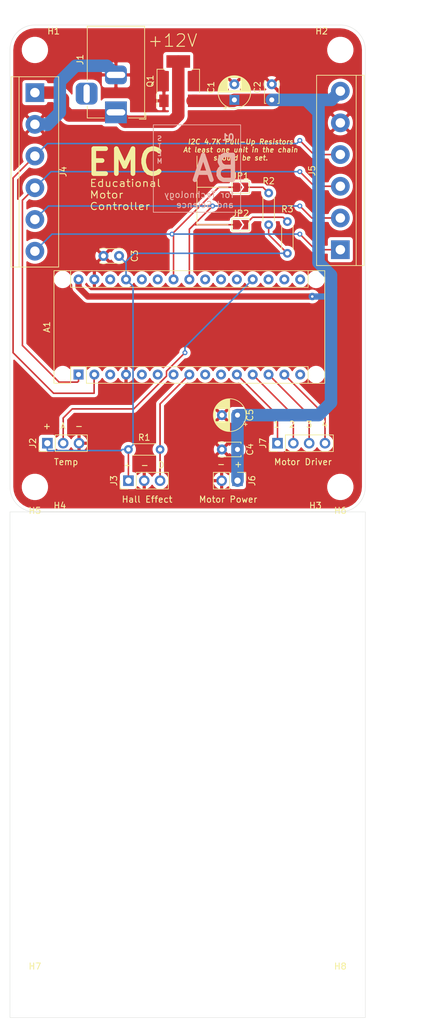
<source format=kicad_pcb>
(kicad_pcb (version 20171130) (host pcbnew 5.1.4-3.fc30)

  (general
    (thickness 1.6)
    (drawings 42)
    (tracks 135)
    (zones 0)
    (modules 27)
    (nets 34)
  )

  (page A4)
  (layers
    (0 F.Cu signal)
    (31 B.Cu signal)
    (32 B.Adhes user)
    (33 F.Adhes user)
    (34 B.Paste user)
    (35 F.Paste user)
    (36 B.SilkS user)
    (37 F.SilkS user)
    (38 B.Mask user)
    (39 F.Mask user)
    (40 Dwgs.User user)
    (41 Cmts.User user)
    (42 Eco1.User user)
    (43 Eco2.User user)
    (44 Edge.Cuts user)
    (45 Margin user)
    (46 B.CrtYd user)
    (47 F.CrtYd user)
    (48 B.Fab user)
    (49 F.Fab user)
  )

  (setup
    (last_trace_width 0.25)
    (user_trace_width 0.5)
    (user_trace_width 1)
    (user_trace_width 1.5)
    (user_trace_width 2)
    (user_trace_width 2.5)
    (user_trace_width 3)
    (trace_clearance 0.2)
    (zone_clearance 0.508)
    (zone_45_only no)
    (trace_min 0.2)
    (via_size 0.8)
    (via_drill 0.4)
    (via_min_size 0.4)
    (via_min_drill 0.3)
    (uvia_size 0.3)
    (uvia_drill 0.1)
    (uvias_allowed no)
    (uvia_min_size 0.2)
    (uvia_min_drill 0.1)
    (edge_width 0.05)
    (segment_width 0.2)
    (pcb_text_width 0.3)
    (pcb_text_size 1.5 1.5)
    (mod_edge_width 0.12)
    (mod_text_size 1 1)
    (mod_text_width 0.15)
    (pad_size 1.524 1.524)
    (pad_drill 0.762)
    (pad_to_mask_clearance 0.051)
    (solder_mask_min_width 0.25)
    (aux_axis_origin 0 0)
    (visible_elements FFFFFF7F)
    (pcbplotparams
      (layerselection 0x010fc_ffffffff)
      (usegerberextensions false)
      (usegerberattributes false)
      (usegerberadvancedattributes false)
      (creategerberjobfile false)
      (excludeedgelayer true)
      (linewidth 0.100000)
      (plotframeref false)
      (viasonmask false)
      (mode 1)
      (useauxorigin false)
      (hpglpennumber 1)
      (hpglpenspeed 20)
      (hpglpendiameter 15.000000)
      (psnegative false)
      (psa4output false)
      (plotreference true)
      (plotvalue true)
      (plotinvisibletext false)
      (padsonsilk false)
      (subtractmaskfromsilk false)
      (outputformat 1)
      (mirror false)
      (drillshape 1)
      (scaleselection 1)
      (outputdirectory ""))
  )

  (net 0 "")
  (net 1 /RX)
  (net 2 "Net-(A1-Pad17)")
  (net 3 /TX)
  (net 4 "Net-(A1-Pad18)")
  (net 5 "Net-(A1-Pad3)")
  (net 6 /TEMP)
  (net 7 GND)
  (net 8 "Net-(A1-Pad20)")
  (net 9 "Net-(A1-Pad5)")
  (net 10 "Net-(A1-Pad21)")
  (net 11 "Net-(A1-Pad6)")
  (net 12 "Net-(A1-Pad22)")
  (net 13 "Net-(A1-Pad7)")
  (net 14 /SDA)
  (net 15 /HALL)
  (net 16 /SCL)
  (net 17 "Net-(A1-Pad9)")
  (net 18 "Net-(A1-Pad25)")
  (net 19 "Net-(A1-Pad10)")
  (net 20 "Net-(A1-Pad26)")
  (net 21 /M0)
  (net 22 +5V)
  (net 23 /M1)
  (net 24 "Net-(A1-Pad28)")
  (net 25 /M2)
  (net 26 /M3)
  (net 27 +12V)
  (net 28 "Net-(A1-Pad15)")
  (net 29 "Net-(A1-Pad16)")
  (net 30 VCC)
  (net 31 "Net-(J1-Pad3)")
  (net 32 "Net-(JP1-Pad2)")
  (net 33 "Net-(JP2-Pad2)")

  (net_class Default "This is the default net class."
    (clearance 0.2)
    (trace_width 0.25)
    (via_dia 0.8)
    (via_drill 0.4)
    (uvia_dia 0.3)
    (uvia_drill 0.1)
    (add_net +12V)
    (add_net +5V)
    (add_net /HALL)
    (add_net /M0)
    (add_net /M1)
    (add_net /M2)
    (add_net /M3)
    (add_net /RX)
    (add_net /SCL)
    (add_net /SDA)
    (add_net /TEMP)
    (add_net /TX)
    (add_net GND)
    (add_net "Net-(A1-Pad10)")
    (add_net "Net-(A1-Pad15)")
    (add_net "Net-(A1-Pad16)")
    (add_net "Net-(A1-Pad17)")
    (add_net "Net-(A1-Pad18)")
    (add_net "Net-(A1-Pad20)")
    (add_net "Net-(A1-Pad21)")
    (add_net "Net-(A1-Pad22)")
    (add_net "Net-(A1-Pad25)")
    (add_net "Net-(A1-Pad26)")
    (add_net "Net-(A1-Pad28)")
    (add_net "Net-(A1-Pad3)")
    (add_net "Net-(A1-Pad5)")
    (add_net "Net-(A1-Pad6)")
    (add_net "Net-(A1-Pad7)")
    (add_net "Net-(A1-Pad9)")
    (add_net "Net-(J1-Pad3)")
    (add_net "Net-(JP1-Pad2)")
    (add_net "Net-(JP2-Pad2)")
    (add_net VCC)
  )

  (module Module:Arduino_Nano_WithMountingHoles (layer F.Cu) (tedit 58ACAF99) (tstamp 5DBEC92B)
    (at 171 126 90)
    (descr "Arduino Nano, http://www.mouser.com/pdfdocs/Gravitech_Arduino_Nano3_0.pdf")
    (tags "Arduino Nano")
    (path /5DBDB889)
    (fp_text reference A1 (at 7.62 -5.08 90) (layer F.SilkS)
      (effects (font (size 1 1) (thickness 0.15)))
    )
    (fp_text value Arduino_Nano_v3.x (at 8.89 15.24) (layer F.Fab)
      (effects (font (size 1 1) (thickness 0.15)))
    )
    (fp_text user %R (at 6.35 16.51) (layer F.Fab)
      (effects (font (size 1 1) (thickness 0.15)))
    )
    (fp_line (start 1.27 1.27) (end 1.27 -1.27) (layer F.SilkS) (width 0.12))
    (fp_line (start 1.27 -1.27) (end -1.4 -1.27) (layer F.SilkS) (width 0.12))
    (fp_line (start -1.4 1.27) (end -1.4 39.5) (layer F.SilkS) (width 0.12))
    (fp_line (start -1.4 -3.94) (end -1.4 -1.27) (layer F.SilkS) (width 0.12))
    (fp_line (start 13.97 -1.27) (end 16.64 -1.27) (layer F.SilkS) (width 0.12))
    (fp_line (start 13.97 -1.27) (end 13.97 36.83) (layer F.SilkS) (width 0.12))
    (fp_line (start 13.97 36.83) (end 16.64 36.83) (layer F.SilkS) (width 0.12))
    (fp_line (start 1.27 1.27) (end -1.4 1.27) (layer F.SilkS) (width 0.12))
    (fp_line (start 1.27 1.27) (end 1.27 36.83) (layer F.SilkS) (width 0.12))
    (fp_line (start 1.27 36.83) (end -1.4 36.83) (layer F.SilkS) (width 0.12))
    (fp_line (start 3.81 31.75) (end 11.43 31.75) (layer F.Fab) (width 0.1))
    (fp_line (start 11.43 31.75) (end 11.43 41.91) (layer F.Fab) (width 0.1))
    (fp_line (start 11.43 41.91) (end 3.81 41.91) (layer F.Fab) (width 0.1))
    (fp_line (start 3.81 41.91) (end 3.81 31.75) (layer F.Fab) (width 0.1))
    (fp_line (start -1.4 39.5) (end 16.64 39.5) (layer F.SilkS) (width 0.12))
    (fp_line (start 16.64 39.5) (end 16.64 -3.94) (layer F.SilkS) (width 0.12))
    (fp_line (start 16.64 -3.94) (end -1.4 -3.94) (layer F.SilkS) (width 0.12))
    (fp_line (start 16.51 39.37) (end -1.27 39.37) (layer F.Fab) (width 0.1))
    (fp_line (start -1.27 39.37) (end -1.27 -2.54) (layer F.Fab) (width 0.1))
    (fp_line (start -1.27 -2.54) (end 0 -3.81) (layer F.Fab) (width 0.1))
    (fp_line (start 0 -3.81) (end 16.51 -3.81) (layer F.Fab) (width 0.1))
    (fp_line (start 16.51 -3.81) (end 16.51 39.37) (layer F.Fab) (width 0.1))
    (fp_line (start -1.53 -4.06) (end 16.75 -4.06) (layer F.CrtYd) (width 0.05))
    (fp_line (start -1.53 -4.06) (end -1.53 42.16) (layer F.CrtYd) (width 0.05))
    (fp_line (start 16.75 42.16) (end 16.75 -4.06) (layer F.CrtYd) (width 0.05))
    (fp_line (start 16.75 42.16) (end -1.53 42.16) (layer F.CrtYd) (width 0.05))
    (pad 1 thru_hole rect (at 0 0 90) (size 1.6 1.6) (drill 0.8) (layers *.Cu *.Mask)
      (net 1 /RX))
    (pad 17 thru_hole oval (at 15.24 33.02 90) (size 1.6 1.6) (drill 0.8) (layers *.Cu *.Mask)
      (net 2 "Net-(A1-Pad17)"))
    (pad 2 thru_hole oval (at 0 2.54 90) (size 1.6 1.6) (drill 0.8) (layers *.Cu *.Mask)
      (net 3 /TX))
    (pad 18 thru_hole oval (at 15.24 30.48 90) (size 1.6 1.6) (drill 0.8) (layers *.Cu *.Mask)
      (net 4 "Net-(A1-Pad18)"))
    (pad 3 thru_hole oval (at 0 5.08 90) (size 1.6 1.6) (drill 0.8) (layers *.Cu *.Mask)
      (net 5 "Net-(A1-Pad3)"))
    (pad 19 thru_hole oval (at 15.24 27.94 90) (size 1.6 1.6) (drill 0.8) (layers *.Cu *.Mask)
      (net 6 /TEMP))
    (pad 4 thru_hole oval (at 0 7.62 90) (size 1.6 1.6) (drill 0.8) (layers *.Cu *.Mask)
      (net 7 GND))
    (pad 20 thru_hole oval (at 15.24 25.4 90) (size 1.6 1.6) (drill 0.8) (layers *.Cu *.Mask)
      (net 8 "Net-(A1-Pad20)"))
    (pad 5 thru_hole oval (at 0 10.16 90) (size 1.6 1.6) (drill 0.8) (layers *.Cu *.Mask)
      (net 9 "Net-(A1-Pad5)"))
    (pad 21 thru_hole oval (at 15.24 22.86 90) (size 1.6 1.6) (drill 0.8) (layers *.Cu *.Mask)
      (net 10 "Net-(A1-Pad21)"))
    (pad 6 thru_hole oval (at 0 12.7 90) (size 1.6 1.6) (drill 0.8) (layers *.Cu *.Mask)
      (net 11 "Net-(A1-Pad6)"))
    (pad 22 thru_hole oval (at 15.24 20.32 90) (size 1.6 1.6) (drill 0.8) (layers *.Cu *.Mask)
      (net 12 "Net-(A1-Pad22)"))
    (pad 7 thru_hole oval (at 0 15.24 90) (size 1.6 1.6) (drill 0.8) (layers *.Cu *.Mask)
      (net 13 "Net-(A1-Pad7)"))
    (pad 23 thru_hole oval (at 15.24 17.78 90) (size 1.6 1.6) (drill 0.8) (layers *.Cu *.Mask)
      (net 14 /SDA))
    (pad 8 thru_hole oval (at 0 17.78 90) (size 1.6 1.6) (drill 0.8) (layers *.Cu *.Mask)
      (net 15 /HALL))
    (pad 24 thru_hole oval (at 15.24 15.24 90) (size 1.6 1.6) (drill 0.8) (layers *.Cu *.Mask)
      (net 16 /SCL))
    (pad 9 thru_hole oval (at 0 20.32 90) (size 1.6 1.6) (drill 0.8) (layers *.Cu *.Mask)
      (net 17 "Net-(A1-Pad9)"))
    (pad 25 thru_hole oval (at 15.24 12.7 90) (size 1.6 1.6) (drill 0.8) (layers *.Cu *.Mask)
      (net 18 "Net-(A1-Pad25)"))
    (pad 10 thru_hole oval (at 0 22.86 90) (size 1.6 1.6) (drill 0.8) (layers *.Cu *.Mask)
      (net 19 "Net-(A1-Pad10)"))
    (pad 26 thru_hole oval (at 15.24 10.16 90) (size 1.6 1.6) (drill 0.8) (layers *.Cu *.Mask)
      (net 20 "Net-(A1-Pad26)"))
    (pad 11 thru_hole oval (at 0 25.4 90) (size 1.6 1.6) (drill 0.8) (layers *.Cu *.Mask)
      (net 21 /M0))
    (pad 27 thru_hole oval (at 15.24 7.62 90) (size 1.6 1.6) (drill 0.8) (layers *.Cu *.Mask)
      (net 22 +5V))
    (pad 12 thru_hole oval (at 0 27.94 90) (size 1.6 1.6) (drill 0.8) (layers *.Cu *.Mask)
      (net 23 /M1))
    (pad 28 thru_hole oval (at 15.24 5.08 90) (size 1.6 1.6) (drill 0.8) (layers *.Cu *.Mask)
      (net 24 "Net-(A1-Pad28)"))
    (pad 13 thru_hole oval (at 0 30.48 90) (size 1.6 1.6) (drill 0.8) (layers *.Cu *.Mask)
      (net 25 /M2))
    (pad 29 thru_hole oval (at 15.24 2.54 90) (size 1.6 1.6) (drill 0.8) (layers *.Cu *.Mask)
      (net 7 GND))
    (pad 14 thru_hole oval (at 0 33.02 90) (size 1.6 1.6) (drill 0.8) (layers *.Cu *.Mask)
      (net 26 /M3))
    (pad 30 thru_hole oval (at 15.24 0 90) (size 1.6 1.6) (drill 0.8) (layers *.Cu *.Mask)
      (net 27 +12V))
    (pad 15 thru_hole oval (at 0 35.56 90) (size 1.6 1.6) (drill 0.8) (layers *.Cu *.Mask)
      (net 28 "Net-(A1-Pad15)"))
    (pad 16 thru_hole oval (at 15.24 35.56 90) (size 1.6 1.6) (drill 0.8) (layers *.Cu *.Mask)
      (net 29 "Net-(A1-Pad16)"))
    (pad "" np_thru_hole circle (at 0 -2.54 90) (size 1.78 1.78) (drill 1.78) (layers *.Cu *.Mask))
    (pad "" np_thru_hole circle (at 15.24 -2.54 90) (size 1.78 1.78) (drill 1.78) (layers *.Cu *.Mask))
    (pad "" np_thru_hole circle (at 15.24 38.1 90) (size 1.78 1.78) (drill 1.78) (layers *.Cu *.Mask))
    (pad "" np_thru_hole circle (at 0 38.1 90) (size 1.78 1.78) (drill 1.78) (layers *.Cu *.Mask))
    (model ${KISYS3DMOD}/Module.3dshapes/Arduino_Nano_WithMountingHoles.wrl
      (at (xyz 0 0 0))
      (scale (xyz 1 1 1))
      (rotate (xyz 0 0 0))
    )
  )

  (module Capacitor_THT:CP_Radial_D5.0mm_P2.50mm (layer F.Cu) (tedit 5AE50EF0) (tstamp 5DBEC9AF)
    (at 196 82 90)
    (descr "CP, Radial series, Radial, pin pitch=2.50mm, , diameter=5mm, Electrolytic Capacitor")
    (tags "CP Radial series Radial pin pitch 2.50mm  diameter 5mm Electrolytic Capacitor")
    (path /5DBFC408)
    (fp_text reference C1 (at 2 -3.75 90) (layer F.SilkS)
      (effects (font (size 1 1) (thickness 0.15)))
    )
    (fp_text value 10uF (at 1.25 3.75 90) (layer F.Fab)
      (effects (font (size 1 1) (thickness 0.15)))
    )
    (fp_circle (center 1.25 0) (end 3.75 0) (layer F.Fab) (width 0.1))
    (fp_circle (center 1.25 0) (end 3.87 0) (layer F.SilkS) (width 0.12))
    (fp_circle (center 1.25 0) (end 4 0) (layer F.CrtYd) (width 0.05))
    (fp_line (start -0.883605 -1.0875) (end -0.383605 -1.0875) (layer F.Fab) (width 0.1))
    (fp_line (start -0.633605 -1.3375) (end -0.633605 -0.8375) (layer F.Fab) (width 0.1))
    (fp_line (start 1.25 -2.58) (end 1.25 2.58) (layer F.SilkS) (width 0.12))
    (fp_line (start 1.29 -2.58) (end 1.29 2.58) (layer F.SilkS) (width 0.12))
    (fp_line (start 1.33 -2.579) (end 1.33 2.579) (layer F.SilkS) (width 0.12))
    (fp_line (start 1.37 -2.578) (end 1.37 2.578) (layer F.SilkS) (width 0.12))
    (fp_line (start 1.41 -2.576) (end 1.41 2.576) (layer F.SilkS) (width 0.12))
    (fp_line (start 1.45 -2.573) (end 1.45 2.573) (layer F.SilkS) (width 0.12))
    (fp_line (start 1.49 -2.569) (end 1.49 -1.04) (layer F.SilkS) (width 0.12))
    (fp_line (start 1.49 1.04) (end 1.49 2.569) (layer F.SilkS) (width 0.12))
    (fp_line (start 1.53 -2.565) (end 1.53 -1.04) (layer F.SilkS) (width 0.12))
    (fp_line (start 1.53 1.04) (end 1.53 2.565) (layer F.SilkS) (width 0.12))
    (fp_line (start 1.57 -2.561) (end 1.57 -1.04) (layer F.SilkS) (width 0.12))
    (fp_line (start 1.57 1.04) (end 1.57 2.561) (layer F.SilkS) (width 0.12))
    (fp_line (start 1.61 -2.556) (end 1.61 -1.04) (layer F.SilkS) (width 0.12))
    (fp_line (start 1.61 1.04) (end 1.61 2.556) (layer F.SilkS) (width 0.12))
    (fp_line (start 1.65 -2.55) (end 1.65 -1.04) (layer F.SilkS) (width 0.12))
    (fp_line (start 1.65 1.04) (end 1.65 2.55) (layer F.SilkS) (width 0.12))
    (fp_line (start 1.69 -2.543) (end 1.69 -1.04) (layer F.SilkS) (width 0.12))
    (fp_line (start 1.69 1.04) (end 1.69 2.543) (layer F.SilkS) (width 0.12))
    (fp_line (start 1.73 -2.536) (end 1.73 -1.04) (layer F.SilkS) (width 0.12))
    (fp_line (start 1.73 1.04) (end 1.73 2.536) (layer F.SilkS) (width 0.12))
    (fp_line (start 1.77 -2.528) (end 1.77 -1.04) (layer F.SilkS) (width 0.12))
    (fp_line (start 1.77 1.04) (end 1.77 2.528) (layer F.SilkS) (width 0.12))
    (fp_line (start 1.81 -2.52) (end 1.81 -1.04) (layer F.SilkS) (width 0.12))
    (fp_line (start 1.81 1.04) (end 1.81 2.52) (layer F.SilkS) (width 0.12))
    (fp_line (start 1.85 -2.511) (end 1.85 -1.04) (layer F.SilkS) (width 0.12))
    (fp_line (start 1.85 1.04) (end 1.85 2.511) (layer F.SilkS) (width 0.12))
    (fp_line (start 1.89 -2.501) (end 1.89 -1.04) (layer F.SilkS) (width 0.12))
    (fp_line (start 1.89 1.04) (end 1.89 2.501) (layer F.SilkS) (width 0.12))
    (fp_line (start 1.93 -2.491) (end 1.93 -1.04) (layer F.SilkS) (width 0.12))
    (fp_line (start 1.93 1.04) (end 1.93 2.491) (layer F.SilkS) (width 0.12))
    (fp_line (start 1.971 -2.48) (end 1.971 -1.04) (layer F.SilkS) (width 0.12))
    (fp_line (start 1.971 1.04) (end 1.971 2.48) (layer F.SilkS) (width 0.12))
    (fp_line (start 2.011 -2.468) (end 2.011 -1.04) (layer F.SilkS) (width 0.12))
    (fp_line (start 2.011 1.04) (end 2.011 2.468) (layer F.SilkS) (width 0.12))
    (fp_line (start 2.051 -2.455) (end 2.051 -1.04) (layer F.SilkS) (width 0.12))
    (fp_line (start 2.051 1.04) (end 2.051 2.455) (layer F.SilkS) (width 0.12))
    (fp_line (start 2.091 -2.442) (end 2.091 -1.04) (layer F.SilkS) (width 0.12))
    (fp_line (start 2.091 1.04) (end 2.091 2.442) (layer F.SilkS) (width 0.12))
    (fp_line (start 2.131 -2.428) (end 2.131 -1.04) (layer F.SilkS) (width 0.12))
    (fp_line (start 2.131 1.04) (end 2.131 2.428) (layer F.SilkS) (width 0.12))
    (fp_line (start 2.171 -2.414) (end 2.171 -1.04) (layer F.SilkS) (width 0.12))
    (fp_line (start 2.171 1.04) (end 2.171 2.414) (layer F.SilkS) (width 0.12))
    (fp_line (start 2.211 -2.398) (end 2.211 -1.04) (layer F.SilkS) (width 0.12))
    (fp_line (start 2.211 1.04) (end 2.211 2.398) (layer F.SilkS) (width 0.12))
    (fp_line (start 2.251 -2.382) (end 2.251 -1.04) (layer F.SilkS) (width 0.12))
    (fp_line (start 2.251 1.04) (end 2.251 2.382) (layer F.SilkS) (width 0.12))
    (fp_line (start 2.291 -2.365) (end 2.291 -1.04) (layer F.SilkS) (width 0.12))
    (fp_line (start 2.291 1.04) (end 2.291 2.365) (layer F.SilkS) (width 0.12))
    (fp_line (start 2.331 -2.348) (end 2.331 -1.04) (layer F.SilkS) (width 0.12))
    (fp_line (start 2.331 1.04) (end 2.331 2.348) (layer F.SilkS) (width 0.12))
    (fp_line (start 2.371 -2.329) (end 2.371 -1.04) (layer F.SilkS) (width 0.12))
    (fp_line (start 2.371 1.04) (end 2.371 2.329) (layer F.SilkS) (width 0.12))
    (fp_line (start 2.411 -2.31) (end 2.411 -1.04) (layer F.SilkS) (width 0.12))
    (fp_line (start 2.411 1.04) (end 2.411 2.31) (layer F.SilkS) (width 0.12))
    (fp_line (start 2.451 -2.29) (end 2.451 -1.04) (layer F.SilkS) (width 0.12))
    (fp_line (start 2.451 1.04) (end 2.451 2.29) (layer F.SilkS) (width 0.12))
    (fp_line (start 2.491 -2.268) (end 2.491 -1.04) (layer F.SilkS) (width 0.12))
    (fp_line (start 2.491 1.04) (end 2.491 2.268) (layer F.SilkS) (width 0.12))
    (fp_line (start 2.531 -2.247) (end 2.531 -1.04) (layer F.SilkS) (width 0.12))
    (fp_line (start 2.531 1.04) (end 2.531 2.247) (layer F.SilkS) (width 0.12))
    (fp_line (start 2.571 -2.224) (end 2.571 -1.04) (layer F.SilkS) (width 0.12))
    (fp_line (start 2.571 1.04) (end 2.571 2.224) (layer F.SilkS) (width 0.12))
    (fp_line (start 2.611 -2.2) (end 2.611 -1.04) (layer F.SilkS) (width 0.12))
    (fp_line (start 2.611 1.04) (end 2.611 2.2) (layer F.SilkS) (width 0.12))
    (fp_line (start 2.651 -2.175) (end 2.651 -1.04) (layer F.SilkS) (width 0.12))
    (fp_line (start 2.651 1.04) (end 2.651 2.175) (layer F.SilkS) (width 0.12))
    (fp_line (start 2.691 -2.149) (end 2.691 -1.04) (layer F.SilkS) (width 0.12))
    (fp_line (start 2.691 1.04) (end 2.691 2.149) (layer F.SilkS) (width 0.12))
    (fp_line (start 2.731 -2.122) (end 2.731 -1.04) (layer F.SilkS) (width 0.12))
    (fp_line (start 2.731 1.04) (end 2.731 2.122) (layer F.SilkS) (width 0.12))
    (fp_line (start 2.771 -2.095) (end 2.771 -1.04) (layer F.SilkS) (width 0.12))
    (fp_line (start 2.771 1.04) (end 2.771 2.095) (layer F.SilkS) (width 0.12))
    (fp_line (start 2.811 -2.065) (end 2.811 -1.04) (layer F.SilkS) (width 0.12))
    (fp_line (start 2.811 1.04) (end 2.811 2.065) (layer F.SilkS) (width 0.12))
    (fp_line (start 2.851 -2.035) (end 2.851 -1.04) (layer F.SilkS) (width 0.12))
    (fp_line (start 2.851 1.04) (end 2.851 2.035) (layer F.SilkS) (width 0.12))
    (fp_line (start 2.891 -2.004) (end 2.891 -1.04) (layer F.SilkS) (width 0.12))
    (fp_line (start 2.891 1.04) (end 2.891 2.004) (layer F.SilkS) (width 0.12))
    (fp_line (start 2.931 -1.971) (end 2.931 -1.04) (layer F.SilkS) (width 0.12))
    (fp_line (start 2.931 1.04) (end 2.931 1.971) (layer F.SilkS) (width 0.12))
    (fp_line (start 2.971 -1.937) (end 2.971 -1.04) (layer F.SilkS) (width 0.12))
    (fp_line (start 2.971 1.04) (end 2.971 1.937) (layer F.SilkS) (width 0.12))
    (fp_line (start 3.011 -1.901) (end 3.011 -1.04) (layer F.SilkS) (width 0.12))
    (fp_line (start 3.011 1.04) (end 3.011 1.901) (layer F.SilkS) (width 0.12))
    (fp_line (start 3.051 -1.864) (end 3.051 -1.04) (layer F.SilkS) (width 0.12))
    (fp_line (start 3.051 1.04) (end 3.051 1.864) (layer F.SilkS) (width 0.12))
    (fp_line (start 3.091 -1.826) (end 3.091 -1.04) (layer F.SilkS) (width 0.12))
    (fp_line (start 3.091 1.04) (end 3.091 1.826) (layer F.SilkS) (width 0.12))
    (fp_line (start 3.131 -1.785) (end 3.131 -1.04) (layer F.SilkS) (width 0.12))
    (fp_line (start 3.131 1.04) (end 3.131 1.785) (layer F.SilkS) (width 0.12))
    (fp_line (start 3.171 -1.743) (end 3.171 -1.04) (layer F.SilkS) (width 0.12))
    (fp_line (start 3.171 1.04) (end 3.171 1.743) (layer F.SilkS) (width 0.12))
    (fp_line (start 3.211 -1.699) (end 3.211 -1.04) (layer F.SilkS) (width 0.12))
    (fp_line (start 3.211 1.04) (end 3.211 1.699) (layer F.SilkS) (width 0.12))
    (fp_line (start 3.251 -1.653) (end 3.251 -1.04) (layer F.SilkS) (width 0.12))
    (fp_line (start 3.251 1.04) (end 3.251 1.653) (layer F.SilkS) (width 0.12))
    (fp_line (start 3.291 -1.605) (end 3.291 -1.04) (layer F.SilkS) (width 0.12))
    (fp_line (start 3.291 1.04) (end 3.291 1.605) (layer F.SilkS) (width 0.12))
    (fp_line (start 3.331 -1.554) (end 3.331 -1.04) (layer F.SilkS) (width 0.12))
    (fp_line (start 3.331 1.04) (end 3.331 1.554) (layer F.SilkS) (width 0.12))
    (fp_line (start 3.371 -1.5) (end 3.371 -1.04) (layer F.SilkS) (width 0.12))
    (fp_line (start 3.371 1.04) (end 3.371 1.5) (layer F.SilkS) (width 0.12))
    (fp_line (start 3.411 -1.443) (end 3.411 -1.04) (layer F.SilkS) (width 0.12))
    (fp_line (start 3.411 1.04) (end 3.411 1.443) (layer F.SilkS) (width 0.12))
    (fp_line (start 3.451 -1.383) (end 3.451 -1.04) (layer F.SilkS) (width 0.12))
    (fp_line (start 3.451 1.04) (end 3.451 1.383) (layer F.SilkS) (width 0.12))
    (fp_line (start 3.491 -1.319) (end 3.491 -1.04) (layer F.SilkS) (width 0.12))
    (fp_line (start 3.491 1.04) (end 3.491 1.319) (layer F.SilkS) (width 0.12))
    (fp_line (start 3.531 -1.251) (end 3.531 -1.04) (layer F.SilkS) (width 0.12))
    (fp_line (start 3.531 1.04) (end 3.531 1.251) (layer F.SilkS) (width 0.12))
    (fp_line (start 3.571 -1.178) (end 3.571 1.178) (layer F.SilkS) (width 0.12))
    (fp_line (start 3.611 -1.098) (end 3.611 1.098) (layer F.SilkS) (width 0.12))
    (fp_line (start 3.651 -1.011) (end 3.651 1.011) (layer F.SilkS) (width 0.12))
    (fp_line (start 3.691 -0.915) (end 3.691 0.915) (layer F.SilkS) (width 0.12))
    (fp_line (start 3.731 -0.805) (end 3.731 0.805) (layer F.SilkS) (width 0.12))
    (fp_line (start 3.771 -0.677) (end 3.771 0.677) (layer F.SilkS) (width 0.12))
    (fp_line (start 3.811 -0.518) (end 3.811 0.518) (layer F.SilkS) (width 0.12))
    (fp_line (start 3.851 -0.284) (end 3.851 0.284) (layer F.SilkS) (width 0.12))
    (fp_line (start -1.554775 -1.475) (end -1.054775 -1.475) (layer F.SilkS) (width 0.12))
    (fp_line (start -1.304775 -1.725) (end -1.304775 -1.225) (layer F.SilkS) (width 0.12))
    (fp_text user %R (at 1.25 0 90) (layer F.Fab)
      (effects (font (size 1 1) (thickness 0.15)))
    )
    (pad 1 thru_hole rect (at 0 0 90) (size 1.6 1.6) (drill 0.8) (layers *.Cu *.Mask)
      (net 27 +12V))
    (pad 2 thru_hole circle (at 2.5 0 90) (size 1.6 1.6) (drill 0.8) (layers *.Cu *.Mask)
      (net 7 GND))
    (model ${KISYS3DMOD}/Capacitor_THT.3dshapes/CP_Radial_D5.0mm_P2.50mm.wrl
      (at (xyz 0 0 0))
      (scale (xyz 1 1 1))
      (rotate (xyz 0 0 0))
    )
  )

  (module Capacitor_THT:C_Disc_D3.4mm_W2.1mm_P2.50mm (layer F.Cu) (tedit 5AE50EF0) (tstamp 5DBEDB92)
    (at 202 82 90)
    (descr "C, Disc series, Radial, pin pitch=2.50mm, , diameter*width=3.4*2.1mm^2, Capacitor, http://www.vishay.com/docs/45233/krseries.pdf")
    (tags "C Disc series Radial pin pitch 2.50mm  diameter 3.4mm width 2.1mm Capacitor")
    (path /5DBFC89B)
    (fp_text reference C2 (at 2 -2.3 90) (layer F.SilkS)
      (effects (font (size 1 1) (thickness 0.15)))
    )
    (fp_text value 1uF (at 1.25 2.3 90) (layer F.Fab)
      (effects (font (size 1 1) (thickness 0.15)))
    )
    (fp_line (start -0.45 -1.05) (end -0.45 1.05) (layer F.Fab) (width 0.1))
    (fp_line (start -0.45 1.05) (end 2.95 1.05) (layer F.Fab) (width 0.1))
    (fp_line (start 2.95 1.05) (end 2.95 -1.05) (layer F.Fab) (width 0.1))
    (fp_line (start 2.95 -1.05) (end -0.45 -1.05) (layer F.Fab) (width 0.1))
    (fp_line (start -0.57 -1.17) (end 3.07 -1.17) (layer F.SilkS) (width 0.12))
    (fp_line (start -0.57 1.17) (end 3.07 1.17) (layer F.SilkS) (width 0.12))
    (fp_line (start -0.57 -1.17) (end -0.57 -0.925) (layer F.SilkS) (width 0.12))
    (fp_line (start -0.57 0.925) (end -0.57 1.17) (layer F.SilkS) (width 0.12))
    (fp_line (start 3.07 -1.17) (end 3.07 -0.925) (layer F.SilkS) (width 0.12))
    (fp_line (start 3.07 0.925) (end 3.07 1.17) (layer F.SilkS) (width 0.12))
    (fp_line (start -1.05 -1.3) (end -1.05 1.3) (layer F.CrtYd) (width 0.05))
    (fp_line (start -1.05 1.3) (end 3.55 1.3) (layer F.CrtYd) (width 0.05))
    (fp_line (start 3.55 1.3) (end 3.55 -1.3) (layer F.CrtYd) (width 0.05))
    (fp_line (start 3.55 -1.3) (end -1.05 -1.3) (layer F.CrtYd) (width 0.05))
    (fp_text user %R (at 1.25 0 90) (layer F.Fab)
      (effects (font (size 0.68 0.68) (thickness 0.102)))
    )
    (pad 1 thru_hole circle (at 0 0 90) (size 1.6 1.6) (drill 0.8) (layers *.Cu *.Mask)
      (net 27 +12V))
    (pad 2 thru_hole circle (at 2.5 0 90) (size 1.6 1.6) (drill 0.8) (layers *.Cu *.Mask)
      (net 7 GND))
    (model ${KISYS3DMOD}/Capacitor_THT.3dshapes/C_Disc_D3.4mm_W2.1mm_P2.50mm.wrl
      (at (xyz 0 0 0))
      (scale (xyz 1 1 1))
      (rotate (xyz 0 0 0))
    )
  )

  (module Capacitor_THT:C_Disc_D3.4mm_W2.1mm_P2.50mm (layer F.Cu) (tedit 5AE50EF0) (tstamp 5DBEE331)
    (at 177.5 107 180)
    (descr "C, Disc series, Radial, pin pitch=2.50mm, , diameter*width=3.4*2.1mm^2, Capacitor, http://www.vishay.com/docs/45233/krseries.pdf")
    (tags "C Disc series Radial pin pitch 2.50mm  diameter 3.4mm width 2.1mm Capacitor")
    (path /5DCF32CA)
    (fp_text reference C3 (at -2.5 0 90) (layer F.SilkS)
      (effects (font (size 1 1) (thickness 0.15)))
    )
    (fp_text value 1uF (at 1.25 2.3) (layer F.Fab)
      (effects (font (size 1 1) (thickness 0.15)))
    )
    (fp_line (start -0.45 -1.05) (end -0.45 1.05) (layer F.Fab) (width 0.1))
    (fp_line (start -0.45 1.05) (end 2.95 1.05) (layer F.Fab) (width 0.1))
    (fp_line (start 2.95 1.05) (end 2.95 -1.05) (layer F.Fab) (width 0.1))
    (fp_line (start 2.95 -1.05) (end -0.45 -1.05) (layer F.Fab) (width 0.1))
    (fp_line (start -0.57 -1.17) (end 3.07 -1.17) (layer F.SilkS) (width 0.12))
    (fp_line (start -0.57 1.17) (end 3.07 1.17) (layer F.SilkS) (width 0.12))
    (fp_line (start -0.57 -1.17) (end -0.57 -0.925) (layer F.SilkS) (width 0.12))
    (fp_line (start -0.57 0.925) (end -0.57 1.17) (layer F.SilkS) (width 0.12))
    (fp_line (start 3.07 -1.17) (end 3.07 -0.925) (layer F.SilkS) (width 0.12))
    (fp_line (start 3.07 0.925) (end 3.07 1.17) (layer F.SilkS) (width 0.12))
    (fp_line (start -1.05 -1.3) (end -1.05 1.3) (layer F.CrtYd) (width 0.05))
    (fp_line (start -1.05 1.3) (end 3.55 1.3) (layer F.CrtYd) (width 0.05))
    (fp_line (start 3.55 1.3) (end 3.55 -1.3) (layer F.CrtYd) (width 0.05))
    (fp_line (start 3.55 -1.3) (end -1.05 -1.3) (layer F.CrtYd) (width 0.05))
    (fp_text user %R (at 1.25 0) (layer F.Fab)
      (effects (font (size 0.68 0.68) (thickness 0.102)))
    )
    (pad 1 thru_hole circle (at 0 0 180) (size 1.6 1.6) (drill 0.8) (layers *.Cu *.Mask)
      (net 22 +5V))
    (pad 2 thru_hole circle (at 2.5 0 180) (size 1.6 1.6) (drill 0.8) (layers *.Cu *.Mask)
      (net 7 GND))
    (model ${KISYS3DMOD}/Capacitor_THT.3dshapes/C_Disc_D3.4mm_W2.1mm_P2.50mm.wrl
      (at (xyz 0 0 0))
      (scale (xyz 1 1 1))
      (rotate (xyz 0 0 0))
    )
  )

  (module Capacitor_THT:C_Disc_D3.4mm_W2.1mm_P2.50mm (layer F.Cu) (tedit 5AE50EF0) (tstamp 5DBEC9EE)
    (at 196.5 138 180)
    (descr "C, Disc series, Radial, pin pitch=2.50mm, , diameter*width=3.4*2.1mm^2, Capacitor, http://www.vishay.com/docs/45233/krseries.pdf")
    (tags "C Disc series Radial pin pitch 2.50mm  diameter 3.4mm width 2.1mm Capacitor")
    (path /5DCC6EEB)
    (fp_text reference C4 (at -2 0 90) (layer F.SilkS)
      (effects (font (size 1 1) (thickness 0.15)))
    )
    (fp_text value 1uF (at 1.25 2.3) (layer F.Fab)
      (effects (font (size 1 1) (thickness 0.15)))
    )
    (fp_text user %R (at 1.25 -1) (layer F.Fab)
      (effects (font (size 0.68 0.68) (thickness 0.102)))
    )
    (fp_line (start 3.55 -1.3) (end -1.05 -1.3) (layer F.CrtYd) (width 0.05))
    (fp_line (start 3.55 1.3) (end 3.55 -1.3) (layer F.CrtYd) (width 0.05))
    (fp_line (start -1.05 1.3) (end 3.55 1.3) (layer F.CrtYd) (width 0.05))
    (fp_line (start -1.05 -1.3) (end -1.05 1.3) (layer F.CrtYd) (width 0.05))
    (fp_line (start 3.07 0.925) (end 3.07 1.17) (layer F.SilkS) (width 0.12))
    (fp_line (start 3.07 -1.17) (end 3.07 -0.925) (layer F.SilkS) (width 0.12))
    (fp_line (start -0.57 0.925) (end -0.57 1.17) (layer F.SilkS) (width 0.12))
    (fp_line (start -0.57 -1.17) (end -0.57 -0.925) (layer F.SilkS) (width 0.12))
    (fp_line (start -0.57 1.17) (end 3.07 1.17) (layer F.SilkS) (width 0.12))
    (fp_line (start -0.57 -1.17) (end 3.07 -1.17) (layer F.SilkS) (width 0.12))
    (fp_line (start 2.95 -1.05) (end -0.45 -1.05) (layer F.Fab) (width 0.1))
    (fp_line (start 2.95 1.05) (end 2.95 -1.05) (layer F.Fab) (width 0.1))
    (fp_line (start -0.45 1.05) (end 2.95 1.05) (layer F.Fab) (width 0.1))
    (fp_line (start -0.45 -1.05) (end -0.45 1.05) (layer F.Fab) (width 0.1))
    (pad 2 thru_hole circle (at 2.5 0 180) (size 1.6 1.6) (drill 0.8) (layers *.Cu *.Mask)
      (net 7 GND))
    (pad 1 thru_hole circle (at 0 0 180) (size 1.6 1.6) (drill 0.8) (layers *.Cu *.Mask)
      (net 27 +12V))
    (model ${KISYS3DMOD}/Capacitor_THT.3dshapes/C_Disc_D3.4mm_W2.1mm_P2.50mm.wrl
      (at (xyz 0 0 0))
      (scale (xyz 1 1 1))
      (rotate (xyz 0 0 0))
    )
  )

  (module Capacitor_THT:CP_Radial_D5.0mm_P2.50mm (layer F.Cu) (tedit 5AE50EF0) (tstamp 5DBEE6D1)
    (at 196.5 132.5 180)
    (descr "CP, Radial series, Radial, pin pitch=2.50mm, , diameter=5mm, Electrolytic Capacitor")
    (tags "CP Radial series Radial pin pitch 2.50mm  diameter 5mm Electrolytic Capacitor")
    (path /5DCC47EE)
    (fp_text reference C5 (at -2 0 90) (layer F.SilkS)
      (effects (font (size 1 1) (thickness 0.15)))
    )
    (fp_text value 1uF (at 1.25 3.75) (layer F.Fab)
      (effects (font (size 1 1) (thickness 0.15)))
    )
    (fp_text user %R (at 1.25 0 180) (layer F.Fab)
      (effects (font (size 1 1) (thickness 0.15)))
    )
    (fp_line (start -1.304775 -1.725) (end -1.304775 -1.225) (layer F.SilkS) (width 0.12))
    (fp_line (start -1.554775 -1.475) (end -1.054775 -1.475) (layer F.SilkS) (width 0.12))
    (fp_line (start 3.851 -0.284) (end 3.851 0.284) (layer F.SilkS) (width 0.12))
    (fp_line (start 3.811 -0.518) (end 3.811 0.518) (layer F.SilkS) (width 0.12))
    (fp_line (start 3.771 -0.677) (end 3.771 0.677) (layer F.SilkS) (width 0.12))
    (fp_line (start 3.731 -0.805) (end 3.731 0.805) (layer F.SilkS) (width 0.12))
    (fp_line (start 3.691 -0.915) (end 3.691 0.915) (layer F.SilkS) (width 0.12))
    (fp_line (start 3.651 -1.011) (end 3.651 1.011) (layer F.SilkS) (width 0.12))
    (fp_line (start 3.611 -1.098) (end 3.611 1.098) (layer F.SilkS) (width 0.12))
    (fp_line (start 3.571 -1.178) (end 3.571 1.178) (layer F.SilkS) (width 0.12))
    (fp_line (start 3.531 1.04) (end 3.531 1.251) (layer F.SilkS) (width 0.12))
    (fp_line (start 3.531 -1.251) (end 3.531 -1.04) (layer F.SilkS) (width 0.12))
    (fp_line (start 3.491 1.04) (end 3.491 1.319) (layer F.SilkS) (width 0.12))
    (fp_line (start 3.491 -1.319) (end 3.491 -1.04) (layer F.SilkS) (width 0.12))
    (fp_line (start 3.451 1.04) (end 3.451 1.383) (layer F.SilkS) (width 0.12))
    (fp_line (start 3.451 -1.383) (end 3.451 -1.04) (layer F.SilkS) (width 0.12))
    (fp_line (start 3.411 1.04) (end 3.411 1.443) (layer F.SilkS) (width 0.12))
    (fp_line (start 3.411 -1.443) (end 3.411 -1.04) (layer F.SilkS) (width 0.12))
    (fp_line (start 3.371 1.04) (end 3.371 1.5) (layer F.SilkS) (width 0.12))
    (fp_line (start 3.371 -1.5) (end 3.371 -1.04) (layer F.SilkS) (width 0.12))
    (fp_line (start 3.331 1.04) (end 3.331 1.554) (layer F.SilkS) (width 0.12))
    (fp_line (start 3.331 -1.554) (end 3.331 -1.04) (layer F.SilkS) (width 0.12))
    (fp_line (start 3.291 1.04) (end 3.291 1.605) (layer F.SilkS) (width 0.12))
    (fp_line (start 3.291 -1.605) (end 3.291 -1.04) (layer F.SilkS) (width 0.12))
    (fp_line (start 3.251 1.04) (end 3.251 1.653) (layer F.SilkS) (width 0.12))
    (fp_line (start 3.251 -1.653) (end 3.251 -1.04) (layer F.SilkS) (width 0.12))
    (fp_line (start 3.211 1.04) (end 3.211 1.699) (layer F.SilkS) (width 0.12))
    (fp_line (start 3.211 -1.699) (end 3.211 -1.04) (layer F.SilkS) (width 0.12))
    (fp_line (start 3.171 1.04) (end 3.171 1.743) (layer F.SilkS) (width 0.12))
    (fp_line (start 3.171 -1.743) (end 3.171 -1.04) (layer F.SilkS) (width 0.12))
    (fp_line (start 3.131 1.04) (end 3.131 1.785) (layer F.SilkS) (width 0.12))
    (fp_line (start 3.131 -1.785) (end 3.131 -1.04) (layer F.SilkS) (width 0.12))
    (fp_line (start 3.091 1.04) (end 3.091 1.826) (layer F.SilkS) (width 0.12))
    (fp_line (start 3.091 -1.826) (end 3.091 -1.04) (layer F.SilkS) (width 0.12))
    (fp_line (start 3.051 1.04) (end 3.051 1.864) (layer F.SilkS) (width 0.12))
    (fp_line (start 3.051 -1.864) (end 3.051 -1.04) (layer F.SilkS) (width 0.12))
    (fp_line (start 3.011 1.04) (end 3.011 1.901) (layer F.SilkS) (width 0.12))
    (fp_line (start 3.011 -1.901) (end 3.011 -1.04) (layer F.SilkS) (width 0.12))
    (fp_line (start 2.971 1.04) (end 2.971 1.937) (layer F.SilkS) (width 0.12))
    (fp_line (start 2.971 -1.937) (end 2.971 -1.04) (layer F.SilkS) (width 0.12))
    (fp_line (start 2.931 1.04) (end 2.931 1.971) (layer F.SilkS) (width 0.12))
    (fp_line (start 2.931 -1.971) (end 2.931 -1.04) (layer F.SilkS) (width 0.12))
    (fp_line (start 2.891 1.04) (end 2.891 2.004) (layer F.SilkS) (width 0.12))
    (fp_line (start 2.891 -2.004) (end 2.891 -1.04) (layer F.SilkS) (width 0.12))
    (fp_line (start 2.851 1.04) (end 2.851 2.035) (layer F.SilkS) (width 0.12))
    (fp_line (start 2.851 -2.035) (end 2.851 -1.04) (layer F.SilkS) (width 0.12))
    (fp_line (start 2.811 1.04) (end 2.811 2.065) (layer F.SilkS) (width 0.12))
    (fp_line (start 2.811 -2.065) (end 2.811 -1.04) (layer F.SilkS) (width 0.12))
    (fp_line (start 2.771 1.04) (end 2.771 2.095) (layer F.SilkS) (width 0.12))
    (fp_line (start 2.771 -2.095) (end 2.771 -1.04) (layer F.SilkS) (width 0.12))
    (fp_line (start 2.731 1.04) (end 2.731 2.122) (layer F.SilkS) (width 0.12))
    (fp_line (start 2.731 -2.122) (end 2.731 -1.04) (layer F.SilkS) (width 0.12))
    (fp_line (start 2.691 1.04) (end 2.691 2.149) (layer F.SilkS) (width 0.12))
    (fp_line (start 2.691 -2.149) (end 2.691 -1.04) (layer F.SilkS) (width 0.12))
    (fp_line (start 2.651 1.04) (end 2.651 2.175) (layer F.SilkS) (width 0.12))
    (fp_line (start 2.651 -2.175) (end 2.651 -1.04) (layer F.SilkS) (width 0.12))
    (fp_line (start 2.611 1.04) (end 2.611 2.2) (layer F.SilkS) (width 0.12))
    (fp_line (start 2.611 -2.2) (end 2.611 -1.04) (layer F.SilkS) (width 0.12))
    (fp_line (start 2.571 1.04) (end 2.571 2.224) (layer F.SilkS) (width 0.12))
    (fp_line (start 2.571 -2.224) (end 2.571 -1.04) (layer F.SilkS) (width 0.12))
    (fp_line (start 2.531 1.04) (end 2.531 2.247) (layer F.SilkS) (width 0.12))
    (fp_line (start 2.531 -2.247) (end 2.531 -1.04) (layer F.SilkS) (width 0.12))
    (fp_line (start 2.491 1.04) (end 2.491 2.268) (layer F.SilkS) (width 0.12))
    (fp_line (start 2.491 -2.268) (end 2.491 -1.04) (layer F.SilkS) (width 0.12))
    (fp_line (start 2.451 1.04) (end 2.451 2.29) (layer F.SilkS) (width 0.12))
    (fp_line (start 2.451 -2.29) (end 2.451 -1.04) (layer F.SilkS) (width 0.12))
    (fp_line (start 2.411 1.04) (end 2.411 2.31) (layer F.SilkS) (width 0.12))
    (fp_line (start 2.411 -2.31) (end 2.411 -1.04) (layer F.SilkS) (width 0.12))
    (fp_line (start 2.371 1.04) (end 2.371 2.329) (layer F.SilkS) (width 0.12))
    (fp_line (start 2.371 -2.329) (end 2.371 -1.04) (layer F.SilkS) (width 0.12))
    (fp_line (start 2.331 1.04) (end 2.331 2.348) (layer F.SilkS) (width 0.12))
    (fp_line (start 2.331 -2.348) (end 2.331 -1.04) (layer F.SilkS) (width 0.12))
    (fp_line (start 2.291 1.04) (end 2.291 2.365) (layer F.SilkS) (width 0.12))
    (fp_line (start 2.291 -2.365) (end 2.291 -1.04) (layer F.SilkS) (width 0.12))
    (fp_line (start 2.251 1.04) (end 2.251 2.382) (layer F.SilkS) (width 0.12))
    (fp_line (start 2.251 -2.382) (end 2.251 -1.04) (layer F.SilkS) (width 0.12))
    (fp_line (start 2.211 1.04) (end 2.211 2.398) (layer F.SilkS) (width 0.12))
    (fp_line (start 2.211 -2.398) (end 2.211 -1.04) (layer F.SilkS) (width 0.12))
    (fp_line (start 2.171 1.04) (end 2.171 2.414) (layer F.SilkS) (width 0.12))
    (fp_line (start 2.171 -2.414) (end 2.171 -1.04) (layer F.SilkS) (width 0.12))
    (fp_line (start 2.131 1.04) (end 2.131 2.428) (layer F.SilkS) (width 0.12))
    (fp_line (start 2.131 -2.428) (end 2.131 -1.04) (layer F.SilkS) (width 0.12))
    (fp_line (start 2.091 1.04) (end 2.091 2.442) (layer F.SilkS) (width 0.12))
    (fp_line (start 2.091 -2.442) (end 2.091 -1.04) (layer F.SilkS) (width 0.12))
    (fp_line (start 2.051 1.04) (end 2.051 2.455) (layer F.SilkS) (width 0.12))
    (fp_line (start 2.051 -2.455) (end 2.051 -1.04) (layer F.SilkS) (width 0.12))
    (fp_line (start 2.011 1.04) (end 2.011 2.468) (layer F.SilkS) (width 0.12))
    (fp_line (start 2.011 -2.468) (end 2.011 -1.04) (layer F.SilkS) (width 0.12))
    (fp_line (start 1.971 1.04) (end 1.971 2.48) (layer F.SilkS) (width 0.12))
    (fp_line (start 1.971 -2.48) (end 1.971 -1.04) (layer F.SilkS) (width 0.12))
    (fp_line (start 1.93 1.04) (end 1.93 2.491) (layer F.SilkS) (width 0.12))
    (fp_line (start 1.93 -2.491) (end 1.93 -1.04) (layer F.SilkS) (width 0.12))
    (fp_line (start 1.89 1.04) (end 1.89 2.501) (layer F.SilkS) (width 0.12))
    (fp_line (start 1.89 -2.501) (end 1.89 -1.04) (layer F.SilkS) (width 0.12))
    (fp_line (start 1.85 1.04) (end 1.85 2.511) (layer F.SilkS) (width 0.12))
    (fp_line (start 1.85 -2.511) (end 1.85 -1.04) (layer F.SilkS) (width 0.12))
    (fp_line (start 1.81 1.04) (end 1.81 2.52) (layer F.SilkS) (width 0.12))
    (fp_line (start 1.81 -2.52) (end 1.81 -1.04) (layer F.SilkS) (width 0.12))
    (fp_line (start 1.77 1.04) (end 1.77 2.528) (layer F.SilkS) (width 0.12))
    (fp_line (start 1.77 -2.528) (end 1.77 -1.04) (layer F.SilkS) (width 0.12))
    (fp_line (start 1.73 1.04) (end 1.73 2.536) (layer F.SilkS) (width 0.12))
    (fp_line (start 1.73 -2.536) (end 1.73 -1.04) (layer F.SilkS) (width 0.12))
    (fp_line (start 1.69 1.04) (end 1.69 2.543) (layer F.SilkS) (width 0.12))
    (fp_line (start 1.69 -2.543) (end 1.69 -1.04) (layer F.SilkS) (width 0.12))
    (fp_line (start 1.65 1.04) (end 1.65 2.55) (layer F.SilkS) (width 0.12))
    (fp_line (start 1.65 -2.55) (end 1.65 -1.04) (layer F.SilkS) (width 0.12))
    (fp_line (start 1.61 1.04) (end 1.61 2.556) (layer F.SilkS) (width 0.12))
    (fp_line (start 1.61 -2.556) (end 1.61 -1.04) (layer F.SilkS) (width 0.12))
    (fp_line (start 1.57 1.04) (end 1.57 2.561) (layer F.SilkS) (width 0.12))
    (fp_line (start 1.57 -2.561) (end 1.57 -1.04) (layer F.SilkS) (width 0.12))
    (fp_line (start 1.53 1.04) (end 1.53 2.565) (layer F.SilkS) (width 0.12))
    (fp_line (start 1.53 -2.565) (end 1.53 -1.04) (layer F.SilkS) (width 0.12))
    (fp_line (start 1.49 1.04) (end 1.49 2.569) (layer F.SilkS) (width 0.12))
    (fp_line (start 1.49 -2.569) (end 1.49 -1.04) (layer F.SilkS) (width 0.12))
    (fp_line (start 1.45 -2.573) (end 1.45 2.573) (layer F.SilkS) (width 0.12))
    (fp_line (start 1.41 -2.576) (end 1.41 2.576) (layer F.SilkS) (width 0.12))
    (fp_line (start 1.37 -2.578) (end 1.37 2.578) (layer F.SilkS) (width 0.12))
    (fp_line (start 1.33 -2.579) (end 1.33 2.579) (layer F.SilkS) (width 0.12))
    (fp_line (start 1.29 -2.58) (end 1.29 2.58) (layer F.SilkS) (width 0.12))
    (fp_line (start 1.25 -2.58) (end 1.25 2.58) (layer F.SilkS) (width 0.12))
    (fp_line (start -0.633605 -1.3375) (end -0.633605 -0.8375) (layer F.Fab) (width 0.1))
    (fp_line (start -0.883605 -1.0875) (end -0.383605 -1.0875) (layer F.Fab) (width 0.1))
    (fp_circle (center 1.25 0) (end 4 0) (layer F.CrtYd) (width 0.05))
    (fp_circle (center 1.25 0) (end 3.87 0) (layer F.SilkS) (width 0.12))
    (fp_circle (center 1.25 0) (end 3.75 0) (layer F.Fab) (width 0.1))
    (pad 2 thru_hole circle (at 2.5 0 180) (size 1.6 1.6) (drill 0.8) (layers *.Cu *.Mask)
      (net 7 GND))
    (pad 1 thru_hole rect (at 0 0 180) (size 1.6 1.6) (drill 0.8) (layers *.Cu *.Mask)
      (net 27 +12V))
    (model ${KISYS3DMOD}/Capacitor_THT.3dshapes/CP_Radial_D5.0mm_P2.50mm.wrl
      (at (xyz 0 0 0))
      (scale (xyz 1 1 1))
      (rotate (xyz 0 0 0))
    )
  )

  (module MountingHole:MountingHole_3.2mm_M3 (layer F.Cu) (tedit 56D1B4CB) (tstamp 5DBECA7A)
    (at 164 74)
    (descr "Mounting Hole 3.2mm, no annular, M3")
    (tags "mounting hole 3.2mm no annular m3")
    (path /5DC9132B)
    (attr virtual)
    (fp_text reference H1 (at 3 -3) (layer F.SilkS)
      (effects (font (size 1 1) (thickness 0.15)))
    )
    (fp_text value MountingHole (at 0 4.2) (layer F.Fab)
      (effects (font (size 1 1) (thickness 0.15)))
    )
    (fp_text user %R (at 0.3 0) (layer F.Fab)
      (effects (font (size 1 1) (thickness 0.15)))
    )
    (fp_circle (center 0 0) (end 3.2 0) (layer Cmts.User) (width 0.15))
    (fp_circle (center 0 0) (end 3.45 0) (layer F.CrtYd) (width 0.05))
    (pad 1 np_thru_hole circle (at 0 0) (size 3.2 3.2) (drill 3.2) (layers *.Cu *.Mask))
  )

  (module MountingHole:MountingHole_3.2mm_M3 (layer F.Cu) (tedit 56D1B4CB) (tstamp 5DBECA82)
    (at 213 74)
    (descr "Mounting Hole 3.2mm, no annular, M3")
    (tags "mounting hole 3.2mm no annular m3")
    (path /5DC91331)
    (attr virtual)
    (fp_text reference H2 (at -3 -3) (layer F.SilkS)
      (effects (font (size 1 1) (thickness 0.15)))
    )
    (fp_text value MountingHole (at 0 4.2) (layer F.Fab)
      (effects (font (size 1 1) (thickness 0.15)))
    )
    (fp_circle (center 0 0) (end 3.45 0) (layer F.CrtYd) (width 0.05))
    (fp_circle (center 0 0) (end 3.2 0) (layer Cmts.User) (width 0.15))
    (fp_text user %R (at 0.3 0) (layer F.Fab)
      (effects (font (size 1 1) (thickness 0.15)))
    )
    (pad 1 np_thru_hole circle (at 0 0) (size 3.2 3.2) (drill 3.2) (layers *.Cu *.Mask))
  )

  (module MountingHole:MountingHole_3.2mm_M3 (layer F.Cu) (tedit 56D1B4CB) (tstamp 5DBECA8A)
    (at 213 144)
    (descr "Mounting Hole 3.2mm, no annular, M3")
    (tags "mounting hole 3.2mm no annular m3")
    (path /5DC8EED6)
    (attr virtual)
    (fp_text reference H3 (at -4 3) (layer F.SilkS)
      (effects (font (size 1 1) (thickness 0.15)))
    )
    (fp_text value MountingHole (at 0 4.2) (layer F.Fab)
      (effects (font (size 1 1) (thickness 0.15)))
    )
    (fp_circle (center 0 0) (end 3.45 0) (layer F.CrtYd) (width 0.05))
    (fp_circle (center 0 0) (end 3.2 0) (layer Cmts.User) (width 0.15))
    (fp_text user %R (at 0.3 0) (layer F.Fab)
      (effects (font (size 1 1) (thickness 0.15)))
    )
    (pad 1 np_thru_hole circle (at 0 0) (size 3.2 3.2) (drill 3.2) (layers *.Cu *.Mask))
  )

  (module MountingHole:MountingHole_3.2mm_M3 (layer F.Cu) (tedit 56D1B4CB) (tstamp 5DBECA92)
    (at 164 144)
    (descr "Mounting Hole 3.2mm, no annular, M3")
    (tags "mounting hole 3.2mm no annular m3")
    (path /5DC8F29F)
    (attr virtual)
    (fp_text reference H4 (at 4 3) (layer F.SilkS)
      (effects (font (size 1 1) (thickness 0.15)))
    )
    (fp_text value MountingHole (at 0 4.2) (layer F.Fab)
      (effects (font (size 1 1) (thickness 0.15)))
    )
    (fp_text user %R (at 0.3 0) (layer F.Fab)
      (effects (font (size 1 1) (thickness 0.15)))
    )
    (fp_circle (center 0 0) (end 3.2 0) (layer Cmts.User) (width 0.15))
    (fp_circle (center 0 0) (end 3.45 0) (layer F.CrtYd) (width 0.05))
    (pad 1 np_thru_hole circle (at 0 0) (size 3.2 3.2) (drill 3.2) (layers *.Cu *.Mask))
  )

  (module MountingHole:MountingHole_3.2mm_M3 (layer F.Cu) (tedit 56D1B4CB) (tstamp 5DBECA9A)
    (at 164 152)
    (descr "Mounting Hole 3.2mm, no annular, M3")
    (tags "mounting hole 3.2mm no annular m3")
    (path /5DC91337)
    (attr virtual)
    (fp_text reference H5 (at 0 -4.2) (layer F.SilkS)
      (effects (font (size 1 1) (thickness 0.15)))
    )
    (fp_text value MountingHole (at 0 4.2) (layer F.Fab)
      (effects (font (size 1 1) (thickness 0.15)))
    )
    (fp_text user %R (at 0.3 0) (layer F.Fab)
      (effects (font (size 1 1) (thickness 0.15)))
    )
    (fp_circle (center 0 0) (end 3.2 0) (layer Cmts.User) (width 0.15))
    (fp_circle (center 0 0) (end 3.45 0) (layer F.CrtYd) (width 0.05))
    (pad 1 np_thru_hole circle (at 0 0) (size 3.2 3.2) (drill 3.2) (layers *.Cu *.Mask))
  )

  (module MountingHole:MountingHole_3.2mm_M3 (layer F.Cu) (tedit 56D1B4CB) (tstamp 5DBECAA2)
    (at 213 152)
    (descr "Mounting Hole 3.2mm, no annular, M3")
    (tags "mounting hole 3.2mm no annular m3")
    (path /5DC9133D)
    (attr virtual)
    (fp_text reference H6 (at 0 -4.2) (layer F.SilkS)
      (effects (font (size 1 1) (thickness 0.15)))
    )
    (fp_text value MountingHole (at 0 4.2) (layer F.Fab)
      (effects (font (size 1 1) (thickness 0.15)))
    )
    (fp_circle (center 0 0) (end 3.45 0) (layer F.CrtYd) (width 0.05))
    (fp_circle (center 0 0) (end 3.2 0) (layer Cmts.User) (width 0.15))
    (fp_text user %R (at 0.3 0) (layer F.Fab)
      (effects (font (size 1 1) (thickness 0.15)))
    )
    (pad 1 np_thru_hole circle (at 0 0) (size 3.2 3.2) (drill 3.2) (layers *.Cu *.Mask))
  )

  (module MountingHole:MountingHole_3.2mm_M3 (layer F.Cu) (tedit 56D1B4CB) (tstamp 5DBECAAA)
    (at 164 225)
    (descr "Mounting Hole 3.2mm, no annular, M3")
    (tags "mounting hole 3.2mm no annular m3")
    (path /5DC8F463)
    (attr virtual)
    (fp_text reference H7 (at 0 -4.2) (layer F.SilkS)
      (effects (font (size 1 1) (thickness 0.15)))
    )
    (fp_text value MountingHole (at 0 4.2) (layer F.Fab)
      (effects (font (size 1 1) (thickness 0.15)))
    )
    (fp_circle (center 0 0) (end 3.45 0) (layer F.CrtYd) (width 0.05))
    (fp_circle (center 0 0) (end 3.2 0) (layer Cmts.User) (width 0.15))
    (fp_text user %R (at 0.3 0) (layer F.Fab)
      (effects (font (size 1 1) (thickness 0.15)))
    )
    (pad 1 np_thru_hole circle (at 0 0) (size 3.2 3.2) (drill 3.2) (layers *.Cu *.Mask))
  )

  (module MountingHole:MountingHole_3.2mm_M3 (layer F.Cu) (tedit 56D1B4CB) (tstamp 5DBED348)
    (at 213 225)
    (descr "Mounting Hole 3.2mm, no annular, M3")
    (tags "mounting hole 3.2mm no annular m3")
    (path /5DC8F69D)
    (attr virtual)
    (fp_text reference H8 (at 0 -4.2) (layer F.SilkS)
      (effects (font (size 1 1) (thickness 0.15)))
    )
    (fp_text value MountingHole (at 0 4.2) (layer F.Fab)
      (effects (font (size 1 1) (thickness 0.15)))
    )
    (fp_text user %R (at 0.3 0) (layer F.Fab)
      (effects (font (size 1 1) (thickness 0.15)))
    )
    (fp_circle (center 0 0) (end 3.2 0) (layer Cmts.User) (width 0.15))
    (fp_circle (center 0 0) (end 3.45 0) (layer F.CrtYd) (width 0.05))
    (pad 1 np_thru_hole circle (at 0 0) (size 3.2 3.2) (drill 3.2) (layers *.Cu *.Mask))
  )

  (module Connector_BarrelJack:BarrelJack_Horizontal (layer F.Cu) (tedit 5A1DBF6A) (tstamp 5DBECAD5)
    (at 177 84 270)
    (descr "DC Barrel Jack")
    (tags "Power Jack")
    (path /5DBF5BFF)
    (fp_text reference J1 (at -8.45 5.75 90) (layer F.SilkS)
      (effects (font (size 1 1) (thickness 0.15)))
    )
    (fp_text value PWR (at -6.2 -5.5 90) (layer F.Fab)
      (effects (font (size 1 1) (thickness 0.15)))
    )
    (fp_text user %R (at -3 -2.95 90) (layer F.Fab)
      (effects (font (size 1 1) (thickness 0.15)))
    )
    (fp_line (start -0.003213 -4.505425) (end 0.8 -3.75) (layer F.Fab) (width 0.1))
    (fp_line (start 1.1 -3.75) (end 1.1 -4.8) (layer F.SilkS) (width 0.12))
    (fp_line (start 0.05 -4.8) (end 1.1 -4.8) (layer F.SilkS) (width 0.12))
    (fp_line (start 1 -4.5) (end 1 -4.75) (layer F.CrtYd) (width 0.05))
    (fp_line (start 1 -4.75) (end -14 -4.75) (layer F.CrtYd) (width 0.05))
    (fp_line (start 1 -4.5) (end 1 -2) (layer F.CrtYd) (width 0.05))
    (fp_line (start 1 -2) (end 2 -2) (layer F.CrtYd) (width 0.05))
    (fp_line (start 2 -2) (end 2 2) (layer F.CrtYd) (width 0.05))
    (fp_line (start 2 2) (end 1 2) (layer F.CrtYd) (width 0.05))
    (fp_line (start 1 2) (end 1 4.75) (layer F.CrtYd) (width 0.05))
    (fp_line (start 1 4.75) (end -1 4.75) (layer F.CrtYd) (width 0.05))
    (fp_line (start -1 4.75) (end -1 6.75) (layer F.CrtYd) (width 0.05))
    (fp_line (start -1 6.75) (end -5 6.75) (layer F.CrtYd) (width 0.05))
    (fp_line (start -5 6.75) (end -5 4.75) (layer F.CrtYd) (width 0.05))
    (fp_line (start -5 4.75) (end -14 4.75) (layer F.CrtYd) (width 0.05))
    (fp_line (start -14 4.75) (end -14 -4.75) (layer F.CrtYd) (width 0.05))
    (fp_line (start -5 4.6) (end -13.8 4.6) (layer F.SilkS) (width 0.12))
    (fp_line (start -13.8 4.6) (end -13.8 -4.6) (layer F.SilkS) (width 0.12))
    (fp_line (start 0.9 1.9) (end 0.9 4.6) (layer F.SilkS) (width 0.12))
    (fp_line (start 0.9 4.6) (end -1 4.6) (layer F.SilkS) (width 0.12))
    (fp_line (start -13.8 -4.6) (end 0.9 -4.6) (layer F.SilkS) (width 0.12))
    (fp_line (start 0.9 -4.6) (end 0.9 -2) (layer F.SilkS) (width 0.12))
    (fp_line (start -10.2 -4.5) (end -10.2 4.5) (layer F.Fab) (width 0.1))
    (fp_line (start -13.7 -4.5) (end -13.7 4.5) (layer F.Fab) (width 0.1))
    (fp_line (start -13.7 4.5) (end 0.8 4.5) (layer F.Fab) (width 0.1))
    (fp_line (start 0.8 4.5) (end 0.8 -3.75) (layer F.Fab) (width 0.1))
    (fp_line (start 0 -4.5) (end -13.7 -4.5) (layer F.Fab) (width 0.1))
    (pad 1 thru_hole rect (at 0 0 270) (size 3.5 3.5) (drill oval 1 3) (layers *.Cu *.Mask)
      (net 30 VCC))
    (pad 2 thru_hole roundrect (at -6 0 270) (size 3 3.5) (drill oval 1 3) (layers *.Cu *.Mask) (roundrect_rratio 0.25)
      (net 7 GND))
    (pad 3 thru_hole roundrect (at -3 4.7 270) (size 3.5 3.5) (drill oval 3 1) (layers *.Cu *.Mask) (roundrect_rratio 0.25)
      (net 31 "Net-(J1-Pad3)"))
    (model ${KISYS3DMOD}/Connector_BarrelJack.3dshapes/BarrelJack_Horizontal.wrl
      (at (xyz 0 0 0))
      (scale (xyz 1 1 1))
      (rotate (xyz 0 0 0))
    )
  )

  (module Connector_PinHeader_2.54mm:PinHeader_1x03_P2.54mm_Vertical (layer F.Cu) (tedit 59FED5CC) (tstamp 5DBEED21)
    (at 166 137 90)
    (descr "Through hole straight pin header, 1x03, 2.54mm pitch, single row")
    (tags "Through hole pin header THT 1x03 2.54mm single row")
    (path /5DBE08FB)
    (fp_text reference J2 (at 0 -2.33 90) (layer F.SilkS)
      (effects (font (size 1 1) (thickness 0.15)))
    )
    (fp_text value TEMP (at 0 7.41 90) (layer F.Fab)
      (effects (font (size 1 1) (thickness 0.15)))
    )
    (fp_line (start -0.635 -1.27) (end 1.27 -1.27) (layer F.Fab) (width 0.1))
    (fp_line (start 1.27 -1.27) (end 1.27 6.35) (layer F.Fab) (width 0.1))
    (fp_line (start 1.27 6.35) (end -1.27 6.35) (layer F.Fab) (width 0.1))
    (fp_line (start -1.27 6.35) (end -1.27 -0.635) (layer F.Fab) (width 0.1))
    (fp_line (start -1.27 -0.635) (end -0.635 -1.27) (layer F.Fab) (width 0.1))
    (fp_line (start -1.33 6.41) (end 1.33 6.41) (layer F.SilkS) (width 0.12))
    (fp_line (start -1.33 1.27) (end -1.33 6.41) (layer F.SilkS) (width 0.12))
    (fp_line (start 1.33 1.27) (end 1.33 6.41) (layer F.SilkS) (width 0.12))
    (fp_line (start -1.33 1.27) (end 1.33 1.27) (layer F.SilkS) (width 0.12))
    (fp_line (start -1.33 0) (end -1.33 -1.33) (layer F.SilkS) (width 0.12))
    (fp_line (start -1.33 -1.33) (end 0 -1.33) (layer F.SilkS) (width 0.12))
    (fp_line (start -1.8 -1.8) (end -1.8 6.85) (layer F.CrtYd) (width 0.05))
    (fp_line (start -1.8 6.85) (end 1.8 6.85) (layer F.CrtYd) (width 0.05))
    (fp_line (start 1.8 6.85) (end 1.8 -1.8) (layer F.CrtYd) (width 0.05))
    (fp_line (start 1.8 -1.8) (end -1.8 -1.8) (layer F.CrtYd) (width 0.05))
    (fp_text user %R (at 0 2.54) (layer F.Fab)
      (effects (font (size 1 1) (thickness 0.15)))
    )
    (pad 1 thru_hole rect (at 0 0 90) (size 1.7 1.7) (drill 1) (layers *.Cu *.Mask)
      (net 22 +5V))
    (pad 2 thru_hole oval (at 0 2.54 90) (size 1.7 1.7) (drill 1) (layers *.Cu *.Mask)
      (net 6 /TEMP))
    (pad 3 thru_hole oval (at 0 5.08 90) (size 1.7 1.7) (drill 1) (layers *.Cu *.Mask)
      (net 7 GND))
    (model ${KISYS3DMOD}/Connector_PinHeader_2.54mm.3dshapes/PinHeader_1x03_P2.54mm_Vertical.wrl
      (at (xyz 0 0 0))
      (scale (xyz 1 1 1))
      (rotate (xyz 0 0 0))
    )
  )

  (module Connector_PinHeader_2.54mm:PinHeader_1x03_P2.54mm_Vertical (layer F.Cu) (tedit 59FED5CC) (tstamp 5DBECB03)
    (at 179 143 90)
    (descr "Through hole straight pin header, 1x03, 2.54mm pitch, single row")
    (tags "Through hole pin header THT 1x03 2.54mm single row")
    (path /5DBE1B9F)
    (fp_text reference J3 (at 0 -2.33 90) (layer F.SilkS)
      (effects (font (size 1 1) (thickness 0.15)))
    )
    (fp_text value HALL (at 0 7.41 90) (layer F.Fab)
      (effects (font (size 1 1) (thickness 0.15)))
    )
    (fp_text user %R (at 0 2.54) (layer F.Fab)
      (effects (font (size 1 1) (thickness 0.15)))
    )
    (fp_line (start 1.8 -1.8) (end -1.8 -1.8) (layer F.CrtYd) (width 0.05))
    (fp_line (start 1.8 6.85) (end 1.8 -1.8) (layer F.CrtYd) (width 0.05))
    (fp_line (start -1.8 6.85) (end 1.8 6.85) (layer F.CrtYd) (width 0.05))
    (fp_line (start -1.8 -1.8) (end -1.8 6.85) (layer F.CrtYd) (width 0.05))
    (fp_line (start -1.33 -1.33) (end 0 -1.33) (layer F.SilkS) (width 0.12))
    (fp_line (start -1.33 0) (end -1.33 -1.33) (layer F.SilkS) (width 0.12))
    (fp_line (start -1.33 1.27) (end 1.33 1.27) (layer F.SilkS) (width 0.12))
    (fp_line (start 1.33 1.27) (end 1.33 6.41) (layer F.SilkS) (width 0.12))
    (fp_line (start -1.33 1.27) (end -1.33 6.41) (layer F.SilkS) (width 0.12))
    (fp_line (start -1.33 6.41) (end 1.33 6.41) (layer F.SilkS) (width 0.12))
    (fp_line (start -1.27 -0.635) (end -0.635 -1.27) (layer F.Fab) (width 0.1))
    (fp_line (start -1.27 6.35) (end -1.27 -0.635) (layer F.Fab) (width 0.1))
    (fp_line (start 1.27 6.35) (end -1.27 6.35) (layer F.Fab) (width 0.1))
    (fp_line (start 1.27 -1.27) (end 1.27 6.35) (layer F.Fab) (width 0.1))
    (fp_line (start -0.635 -1.27) (end 1.27 -1.27) (layer F.Fab) (width 0.1))
    (pad 3 thru_hole oval (at 0 5.08 90) (size 1.7 1.7) (drill 1) (layers *.Cu *.Mask)
      (net 15 /HALL))
    (pad 2 thru_hole oval (at 0 2.54 90) (size 1.7 1.7) (drill 1) (layers *.Cu *.Mask)
      (net 7 GND))
    (pad 1 thru_hole rect (at 0 0 90) (size 1.7 1.7) (drill 1) (layers *.Cu *.Mask)
      (net 22 +5V))
    (model ${KISYS3DMOD}/Connector_PinHeader_2.54mm.3dshapes/PinHeader_1x03_P2.54mm_Vertical.wrl
      (at (xyz 0 0 0))
      (scale (xyz 1 1 1))
      (rotate (xyz 0 0 0))
    )
  )

  (module TerminalBlock:TerminalBlock_bornier-6_P5.08mm (layer F.Cu) (tedit 59FF03F5) (tstamp 5DBECB1C)
    (at 164 80.84 270)
    (descr "simple 6pin terminal block, pitch 5.08mm, revamped version of bornier6")
    (tags "terminal block bornier6")
    (path /5DC1246E)
    (fp_text reference J4 (at 12.65 -4.55 90) (layer F.SilkS)
      (effects (font (size 1 1) (thickness 0.15)))
    )
    (fp_text value IN (at 12.7 4.75 90) (layer F.Fab)
      (effects (font (size 1 1) (thickness 0.15)))
    )
    (fp_line (start 28.15 4) (end -2.75 4) (layer F.CrtYd) (width 0.05))
    (fp_line (start 28.15 4) (end 28.15 -4) (layer F.CrtYd) (width 0.05))
    (fp_line (start -2.75 -4) (end -2.75 4) (layer F.CrtYd) (width 0.05))
    (fp_line (start -2.75 -4) (end 28.15 -4) (layer F.CrtYd) (width 0.05))
    (fp_line (start -2.54 3.81) (end 27.94 3.81) (layer F.SilkS) (width 0.12))
    (fp_line (start -2.54 -3.81) (end 27.94 -3.81) (layer F.SilkS) (width 0.12))
    (fp_line (start -2.54 2.54) (end 27.94 2.54) (layer F.SilkS) (width 0.12))
    (fp_line (start 27.94 3.81) (end 27.94 -3.81) (layer F.SilkS) (width 0.12))
    (fp_line (start -2.54 -3.81) (end -2.54 3.81) (layer F.SilkS) (width 0.12))
    (fp_line (start 27.9 -3.75) (end -2.5 -3.75) (layer F.Fab) (width 0.1))
    (fp_line (start 27.9 3.75) (end 27.9 -3.75) (layer F.Fab) (width 0.1))
    (fp_line (start -2.5 3.75) (end 27.9 3.75) (layer F.Fab) (width 0.1))
    (fp_line (start -2.5 -3.75) (end -2.5 3.75) (layer F.Fab) (width 0.1))
    (fp_line (start -2.5 2.55) (end 27.9 2.55) (layer F.Fab) (width 0.1))
    (fp_text user %R (at 12.7 0 90) (layer F.Fab)
      (effects (font (size 1 1) (thickness 0.15)))
    )
    (pad 6 thru_hole circle (at 25.4 0 270) (size 3 3) (drill 1.52) (layers *.Cu *.Mask)
      (net 16 /SCL))
    (pad 5 thru_hole circle (at 20.32 0 270) (size 3 3) (drill 1.52) (layers *.Cu *.Mask)
      (net 14 /SDA))
    (pad 4 thru_hole circle (at 15.24 0 270) (size 3 3) (drill 1.52) (layers *.Cu *.Mask)
      (net 1 /RX))
    (pad 1 thru_hole rect (at 0 0 270) (size 3 3) (drill 1.52) (layers *.Cu *.Mask)
      (net 30 VCC))
    (pad 3 thru_hole circle (at 10.16 0 270) (size 3 3) (drill 1.52) (layers *.Cu *.Mask)
      (net 3 /TX))
    (pad 2 thru_hole circle (at 5.08 0 270) (size 3 3) (drill 1.52) (layers *.Cu *.Mask)
      (net 7 GND))
    (model ${KISYS3DMOD}/TerminalBlock.3dshapes/TerminalBlock_bornier-6_P5.08mm.wrl
      (offset (xyz 12.69999980926514 0 0))
      (scale (xyz 1 1 1))
      (rotate (xyz 0 0 0))
    )
  )

  (module TerminalBlock:TerminalBlock_bornier-6_P5.08mm (layer F.Cu) (tedit 59FF03F5) (tstamp 5DBECB35)
    (at 213 106 90)
    (descr "simple 6pin terminal block, pitch 5.08mm, revamped version of bornier6")
    (tags "terminal block bornier6")
    (path /5DC1458E)
    (fp_text reference J5 (at 12.65 -4.55 90) (layer F.SilkS)
      (effects (font (size 1 1) (thickness 0.15)))
    )
    (fp_text value OUT (at 12.7 4.75 90) (layer F.Fab)
      (effects (font (size 1 1) (thickness 0.15)))
    )
    (fp_text user %R (at 12.7 0 90) (layer F.Fab)
      (effects (font (size 1 1) (thickness 0.15)))
    )
    (fp_line (start -2.5 2.55) (end 27.9 2.55) (layer F.Fab) (width 0.1))
    (fp_line (start -2.5 -3.75) (end -2.5 3.75) (layer F.Fab) (width 0.1))
    (fp_line (start -2.5 3.75) (end 27.9 3.75) (layer F.Fab) (width 0.1))
    (fp_line (start 27.9 3.75) (end 27.9 -3.75) (layer F.Fab) (width 0.1))
    (fp_line (start 27.9 -3.75) (end -2.5 -3.75) (layer F.Fab) (width 0.1))
    (fp_line (start -2.54 -3.81) (end -2.54 3.81) (layer F.SilkS) (width 0.12))
    (fp_line (start 27.94 3.81) (end 27.94 -3.81) (layer F.SilkS) (width 0.12))
    (fp_line (start -2.54 2.54) (end 27.94 2.54) (layer F.SilkS) (width 0.12))
    (fp_line (start -2.54 -3.81) (end 27.94 -3.81) (layer F.SilkS) (width 0.12))
    (fp_line (start -2.54 3.81) (end 27.94 3.81) (layer F.SilkS) (width 0.12))
    (fp_line (start -2.75 -4) (end 28.15 -4) (layer F.CrtYd) (width 0.05))
    (fp_line (start -2.75 -4) (end -2.75 4) (layer F.CrtYd) (width 0.05))
    (fp_line (start 28.15 4) (end 28.15 -4) (layer F.CrtYd) (width 0.05))
    (fp_line (start 28.15 4) (end -2.75 4) (layer F.CrtYd) (width 0.05))
    (pad 2 thru_hole circle (at 5.08 0 90) (size 3 3) (drill 1.52) (layers *.Cu *.Mask)
      (net 14 /SDA))
    (pad 3 thru_hole circle (at 10.16 0 90) (size 3 3) (drill 1.52) (layers *.Cu *.Mask)
      (net 1 /RX))
    (pad 1 thru_hole rect (at 0 0 90) (size 3 3) (drill 1.52) (layers *.Cu *.Mask)
      (net 16 /SCL))
    (pad 4 thru_hole circle (at 15.24 0 90) (size 3 3) (drill 1.52) (layers *.Cu *.Mask)
      (net 3 /TX))
    (pad 5 thru_hole circle (at 20.32 0 90) (size 3 3) (drill 1.52) (layers *.Cu *.Mask)
      (net 7 GND))
    (pad 6 thru_hole circle (at 25.4 0 90) (size 3 3) (drill 1.52) (layers *.Cu *.Mask)
      (net 27 +12V))
    (model ${KISYS3DMOD}/TerminalBlock.3dshapes/TerminalBlock_bornier-6_P5.08mm.wrl
      (offset (xyz 12.69999980926514 0 0))
      (scale (xyz 1 1 1))
      (rotate (xyz 0 0 0))
    )
  )

  (module Connector_PinHeader_2.54mm:PinHeader_1x02_P2.54mm_Vertical (layer F.Cu) (tedit 59FED5CC) (tstamp 5DBECB4B)
    (at 196.5 143 270)
    (descr "Through hole straight pin header, 1x02, 2.54mm pitch, single row")
    (tags "Through hole pin header THT 1x02 2.54mm single row")
    (path /5DC04A96)
    (fp_text reference J6 (at 0 -2.33 90) (layer F.SilkS)
      (effects (font (size 1 1) (thickness 0.15)))
    )
    (fp_text value MPWR (at 0 4.87 90) (layer F.Fab)
      (effects (font (size 1 1) (thickness 0.15)))
    )
    (fp_line (start -0.635 -1.27) (end 1.27 -1.27) (layer F.Fab) (width 0.1))
    (fp_line (start 1.27 -1.27) (end 1.27 3.81) (layer F.Fab) (width 0.1))
    (fp_line (start 1.27 3.81) (end -1.27 3.81) (layer F.Fab) (width 0.1))
    (fp_line (start -1.27 3.81) (end -1.27 -0.635) (layer F.Fab) (width 0.1))
    (fp_line (start -1.27 -0.635) (end -0.635 -1.27) (layer F.Fab) (width 0.1))
    (fp_line (start -1.33 3.87) (end 1.33 3.87) (layer F.SilkS) (width 0.12))
    (fp_line (start -1.33 1.27) (end -1.33 3.87) (layer F.SilkS) (width 0.12))
    (fp_line (start 1.33 1.27) (end 1.33 3.87) (layer F.SilkS) (width 0.12))
    (fp_line (start -1.33 1.27) (end 1.33 1.27) (layer F.SilkS) (width 0.12))
    (fp_line (start -1.33 0) (end -1.33 -1.33) (layer F.SilkS) (width 0.12))
    (fp_line (start -1.33 -1.33) (end 0 -1.33) (layer F.SilkS) (width 0.12))
    (fp_line (start -1.8 -1.8) (end -1.8 4.35) (layer F.CrtYd) (width 0.05))
    (fp_line (start -1.8 4.35) (end 1.8 4.35) (layer F.CrtYd) (width 0.05))
    (fp_line (start 1.8 4.35) (end 1.8 -1.8) (layer F.CrtYd) (width 0.05))
    (fp_line (start 1.8 -1.8) (end -1.8 -1.8) (layer F.CrtYd) (width 0.05))
    (fp_text user %R (at 0 1.27) (layer F.Fab)
      (effects (font (size 1 1) (thickness 0.15)))
    )
    (pad 1 thru_hole rect (at 0 0 270) (size 1.7 1.7) (drill 1) (layers *.Cu *.Mask)
      (net 27 +12V))
    (pad 2 thru_hole oval (at 0 2.54 270) (size 1.7 1.7) (drill 1) (layers *.Cu *.Mask)
      (net 7 GND))
    (model ${KISYS3DMOD}/Connector_PinHeader_2.54mm.3dshapes/PinHeader_1x02_P2.54mm_Vertical.wrl
      (at (xyz 0 0 0))
      (scale (xyz 1 1 1))
      (rotate (xyz 0 0 0))
    )
  )

  (module Connector_PinHeader_2.54mm:PinHeader_1x04_P2.54mm_Vertical (layer F.Cu) (tedit 59FED5CC) (tstamp 5DBEEC1A)
    (at 202.92 137 90)
    (descr "Through hole straight pin header, 1x04, 2.54mm pitch, single row")
    (tags "Through hole pin header THT 1x04 2.54mm single row")
    (path /5DC042C4)
    (fp_text reference J7 (at 0 -2.33 90) (layer F.SilkS)
      (effects (font (size 1 1) (thickness 0.15)))
    )
    (fp_text value MCTL (at 0 9.95 90) (layer F.Fab)
      (effects (font (size 1 1) (thickness 0.15)))
    )
    (fp_line (start -0.635 -1.27) (end 1.27 -1.27) (layer F.Fab) (width 0.1))
    (fp_line (start 1.27 -1.27) (end 1.27 8.89) (layer F.Fab) (width 0.1))
    (fp_line (start 1.27 8.89) (end -1.27 8.89) (layer F.Fab) (width 0.1))
    (fp_line (start -1.27 8.89) (end -1.27 -0.635) (layer F.Fab) (width 0.1))
    (fp_line (start -1.27 -0.635) (end -0.635 -1.27) (layer F.Fab) (width 0.1))
    (fp_line (start -1.33 8.95) (end 1.33 8.95) (layer F.SilkS) (width 0.12))
    (fp_line (start -1.33 1.27) (end -1.33 8.95) (layer F.SilkS) (width 0.12))
    (fp_line (start 1.33 1.27) (end 1.33 8.95) (layer F.SilkS) (width 0.12))
    (fp_line (start -1.33 1.27) (end 1.33 1.27) (layer F.SilkS) (width 0.12))
    (fp_line (start -1.33 0) (end -1.33 -1.33) (layer F.SilkS) (width 0.12))
    (fp_line (start -1.33 -1.33) (end 0 -1.33) (layer F.SilkS) (width 0.12))
    (fp_line (start -1.8 -1.8) (end -1.8 9.4) (layer F.CrtYd) (width 0.05))
    (fp_line (start -1.8 9.4) (end 1.8 9.4) (layer F.CrtYd) (width 0.05))
    (fp_line (start 1.8 9.4) (end 1.8 -1.8) (layer F.CrtYd) (width 0.05))
    (fp_line (start 1.8 -1.8) (end -1.8 -1.8) (layer F.CrtYd) (width 0.05))
    (fp_text user %R (at 0 3.81) (layer F.Fab)
      (effects (font (size 1 1) (thickness 0.15)))
    )
    (pad 1 thru_hole rect (at 0 0 90) (size 1.7 1.7) (drill 1) (layers *.Cu *.Mask)
      (net 21 /M0))
    (pad 2 thru_hole oval (at 0 2.54 90) (size 1.7 1.7) (drill 1) (layers *.Cu *.Mask)
      (net 23 /M1))
    (pad 3 thru_hole oval (at 0 5.08 90) (size 1.7 1.7) (drill 1) (layers *.Cu *.Mask)
      (net 25 /M2))
    (pad 4 thru_hole oval (at 0 7.62 90) (size 1.7 1.7) (drill 1) (layers *.Cu *.Mask)
      (net 26 /M3))
    (model ${KISYS3DMOD}/Connector_PinHeader_2.54mm.3dshapes/PinHeader_1x04_P2.54mm_Vertical.wrl
      (at (xyz 0 0 0))
      (scale (xyz 1 1 1))
      (rotate (xyz 0 0 0))
    )
  )

  (module Jumper:SolderJumper-2_P1.3mm_Open_TrianglePad1.0x1.5mm (layer F.Cu) (tedit 5A64794F) (tstamp 5DBECB71)
    (at 197 96)
    (descr "SMD Solder Jumper, 1x1.5mm Triangular Pads, 0.3mm gap, open")
    (tags "solder jumper open")
    (path /5DC458A0)
    (attr virtual)
    (fp_text reference JP1 (at 0 -1.8) (layer F.SilkS)
      (effects (font (size 1 1) (thickness 0.15)))
    )
    (fp_text value SCL_PU (at 0 1.9) (layer F.Fab)
      (effects (font (size 1 1) (thickness 0.15)))
    )
    (fp_line (start -1.4 1) (end -1.4 -1) (layer F.SilkS) (width 0.12))
    (fp_line (start 1.4 1) (end -1.4 1) (layer F.SilkS) (width 0.12))
    (fp_line (start 1.4 -1) (end 1.4 1) (layer F.SilkS) (width 0.12))
    (fp_line (start -1.4 -1) (end 1.4 -1) (layer F.SilkS) (width 0.12))
    (fp_line (start -1.65 -1.25) (end 1.65 -1.25) (layer F.CrtYd) (width 0.05))
    (fp_line (start -1.65 -1.25) (end -1.65 1.25) (layer F.CrtYd) (width 0.05))
    (fp_line (start 1.65 1.25) (end 1.65 -1.25) (layer F.CrtYd) (width 0.05))
    (fp_line (start 1.65 1.25) (end -1.65 1.25) (layer F.CrtYd) (width 0.05))
    (pad 2 smd custom (at 0.725 0) (size 0.3 0.3) (layers F.Cu F.Mask)
      (net 32 "Net-(JP1-Pad2)") (zone_connect 2)
      (options (clearance outline) (anchor rect))
      (primitives
        (gr_poly (pts
           (xy -0.65 -0.75) (xy 0.5 -0.75) (xy 0.5 0.75) (xy -0.65 0.75) (xy -0.15 0)
) (width 0))
      ))
    (pad 1 smd custom (at -0.725 0) (size 0.3 0.3) (layers F.Cu F.Mask)
      (net 16 /SCL) (zone_connect 2)
      (options (clearance outline) (anchor rect))
      (primitives
        (gr_poly (pts
           (xy -0.5 -0.75) (xy 0.5 -0.75) (xy 1 0) (xy 0.5 0.75) (xy -0.5 0.75)
) (width 0))
      ))
  )

  (module Jumper:SolderJumper-2_P1.3mm_Open_TrianglePad1.0x1.5mm (layer F.Cu) (tedit 5A64794F) (tstamp 5DBECB7F)
    (at 197 102)
    (descr "SMD Solder Jumper, 1x1.5mm Triangular Pads, 0.3mm gap, open")
    (tags "solder jumper open")
    (path /5DC474C2)
    (attr virtual)
    (fp_text reference JP2 (at 0 -1.8) (layer F.SilkS)
      (effects (font (size 1 1) (thickness 0.15)))
    )
    (fp_text value SDA_PU (at 0 1.9) (layer F.Fab)
      (effects (font (size 1 1) (thickness 0.15)))
    )
    (fp_line (start 1.65 1.25) (end -1.65 1.25) (layer F.CrtYd) (width 0.05))
    (fp_line (start 1.65 1.25) (end 1.65 -1.25) (layer F.CrtYd) (width 0.05))
    (fp_line (start -1.65 -1.25) (end -1.65 1.25) (layer F.CrtYd) (width 0.05))
    (fp_line (start -1.65 -1.25) (end 1.65 -1.25) (layer F.CrtYd) (width 0.05))
    (fp_line (start -1.4 -1) (end 1.4 -1) (layer F.SilkS) (width 0.12))
    (fp_line (start 1.4 -1) (end 1.4 1) (layer F.SilkS) (width 0.12))
    (fp_line (start 1.4 1) (end -1.4 1) (layer F.SilkS) (width 0.12))
    (fp_line (start -1.4 1) (end -1.4 -1) (layer F.SilkS) (width 0.12))
    (pad 1 smd custom (at -0.725 0) (size 0.3 0.3) (layers F.Cu F.Mask)
      (net 14 /SDA) (zone_connect 2)
      (options (clearance outline) (anchor rect))
      (primitives
        (gr_poly (pts
           (xy -0.5 -0.75) (xy 0.5 -0.75) (xy 1 0) (xy 0.5 0.75) (xy -0.5 0.75)
) (width 0))
      ))
    (pad 2 smd custom (at 0.725 0) (size 0.3 0.3) (layers F.Cu F.Mask)
      (net 33 "Net-(JP2-Pad2)") (zone_connect 2)
      (options (clearance outline) (anchor rect))
      (primitives
        (gr_poly (pts
           (xy -0.65 -0.75) (xy 0.5 -0.75) (xy 0.5 0.75) (xy -0.65 0.75) (xy -0.15 0)
) (width 0))
      ))
  )

  (module Package_TO_SOT_SMD:SOT-223-3_TabPin2 (layer F.Cu) (tedit 5A02FF57) (tstamp 5DBECB95)
    (at 187 79 90)
    (descr "module CMS SOT223 4 pins")
    (tags "CMS SOT")
    (path /5DBF6DDD)
    (attr smd)
    (fp_text reference Q1 (at 0 -4.5 90) (layer F.SilkS)
      (effects (font (size 1 1) (thickness 0.15)))
    )
    (fp_text value Q_PMOS_GDS (at 0 4.5 90) (layer F.Fab)
      (effects (font (size 1 1) (thickness 0.15)))
    )
    (fp_text user %R (at 0 0) (layer F.Fab)
      (effects (font (size 0.8 0.8) (thickness 0.12)))
    )
    (fp_line (start 1.91 3.41) (end 1.91 2.15) (layer F.SilkS) (width 0.12))
    (fp_line (start 1.91 -3.41) (end 1.91 -2.15) (layer F.SilkS) (width 0.12))
    (fp_line (start 4.4 -3.6) (end -4.4 -3.6) (layer F.CrtYd) (width 0.05))
    (fp_line (start 4.4 3.6) (end 4.4 -3.6) (layer F.CrtYd) (width 0.05))
    (fp_line (start -4.4 3.6) (end 4.4 3.6) (layer F.CrtYd) (width 0.05))
    (fp_line (start -4.4 -3.6) (end -4.4 3.6) (layer F.CrtYd) (width 0.05))
    (fp_line (start -1.85 -2.35) (end -0.85 -3.35) (layer F.Fab) (width 0.1))
    (fp_line (start -1.85 -2.35) (end -1.85 3.35) (layer F.Fab) (width 0.1))
    (fp_line (start -1.85 3.41) (end 1.91 3.41) (layer F.SilkS) (width 0.12))
    (fp_line (start -0.85 -3.35) (end 1.85 -3.35) (layer F.Fab) (width 0.1))
    (fp_line (start -4.1 -3.41) (end 1.91 -3.41) (layer F.SilkS) (width 0.12))
    (fp_line (start -1.85 3.35) (end 1.85 3.35) (layer F.Fab) (width 0.1))
    (fp_line (start 1.85 -3.35) (end 1.85 3.35) (layer F.Fab) (width 0.1))
    (pad 2 smd rect (at 3.15 0 90) (size 2 3.8) (layers F.Cu F.Paste F.Mask)
      (net 30 VCC))
    (pad 2 smd rect (at -3.15 0 90) (size 2 1.5) (layers F.Cu F.Paste F.Mask)
      (net 30 VCC))
    (pad 3 smd rect (at -3.15 2.3 90) (size 2 1.5) (layers F.Cu F.Paste F.Mask)
      (net 27 +12V))
    (pad 1 smd rect (at -3.15 -2.3 90) (size 2 1.5) (layers F.Cu F.Paste F.Mask)
      (net 7 GND))
    (model ${KISYS3DMOD}/Package_TO_SOT_SMD.3dshapes/SOT-223.wrl
      (at (xyz 0 0 0))
      (scale (xyz 1 1 1))
      (rotate (xyz 0 0 0))
    )
  )

  (module Resistor_THT:R_Axial_DIN0204_L3.6mm_D1.6mm_P5.08mm_Horizontal (layer F.Cu) (tedit 5AE5139B) (tstamp 5DBEE487)
    (at 179 138)
    (descr "Resistor, Axial_DIN0204 series, Axial, Horizontal, pin pitch=5.08mm, 0.167W, length*diameter=3.6*1.6mm^2, http://cdn-reichelt.de/documents/datenblatt/B400/1_4W%23YAG.pdf")
    (tags "Resistor Axial_DIN0204 series Axial Horizontal pin pitch 5.08mm 0.167W length 3.6mm diameter 1.6mm")
    (path /5DBEEB0B)
    (fp_text reference R1 (at 2.54 -1.92) (layer F.SilkS)
      (effects (font (size 1 1) (thickness 0.15)))
    )
    (fp_text value 10K (at 2.54 1.92) (layer F.Fab)
      (effects (font (size 1 1) (thickness 0.15)))
    )
    (fp_line (start 0.74 -0.8) (end 0.74 0.8) (layer F.Fab) (width 0.1))
    (fp_line (start 0.74 0.8) (end 4.34 0.8) (layer F.Fab) (width 0.1))
    (fp_line (start 4.34 0.8) (end 4.34 -0.8) (layer F.Fab) (width 0.1))
    (fp_line (start 4.34 -0.8) (end 0.74 -0.8) (layer F.Fab) (width 0.1))
    (fp_line (start 0 0) (end 0.74 0) (layer F.Fab) (width 0.1))
    (fp_line (start 5.08 0) (end 4.34 0) (layer F.Fab) (width 0.1))
    (fp_line (start 0.62 -0.92) (end 4.46 -0.92) (layer F.SilkS) (width 0.12))
    (fp_line (start 0.62 0.92) (end 4.46 0.92) (layer F.SilkS) (width 0.12))
    (fp_line (start -0.95 -1.05) (end -0.95 1.05) (layer F.CrtYd) (width 0.05))
    (fp_line (start -0.95 1.05) (end 6.03 1.05) (layer F.CrtYd) (width 0.05))
    (fp_line (start 6.03 1.05) (end 6.03 -1.05) (layer F.CrtYd) (width 0.05))
    (fp_line (start 6.03 -1.05) (end -0.95 -1.05) (layer F.CrtYd) (width 0.05))
    (fp_text user %R (at 2.54 0) (layer F.Fab)
      (effects (font (size 0.72 0.72) (thickness 0.108)))
    )
    (pad 1 thru_hole circle (at 0 0) (size 1.4 1.4) (drill 0.7) (layers *.Cu *.Mask)
      (net 22 +5V))
    (pad 2 thru_hole oval (at 5.08 0) (size 1.4 1.4) (drill 0.7) (layers *.Cu *.Mask)
      (net 15 /HALL))
    (model ${KISYS3DMOD}/Resistor_THT.3dshapes/R_Axial_DIN0204_L3.6mm_D1.6mm_P5.08mm_Horizontal.wrl
      (at (xyz 0 0 0))
      (scale (xyz 1 1 1))
      (rotate (xyz 0 0 0))
    )
  )

  (module Resistor_THT:R_Axial_DIN0204_L3.6mm_D1.6mm_P5.08mm_Horizontal (layer F.Cu) (tedit 5AE5139B) (tstamp 5DBECBBB)
    (at 201.5 102 90)
    (descr "Resistor, Axial_DIN0204 series, Axial, Horizontal, pin pitch=5.08mm, 0.167W, length*diameter=3.6*1.6mm^2, http://cdn-reichelt.de/documents/datenblatt/B400/1_4W%23YAG.pdf")
    (tags "Resistor Axial_DIN0204 series Axial Horizontal pin pitch 5.08mm 0.167W length 3.6mm diameter 1.6mm")
    (path /5DC4ACF1)
    (fp_text reference R2 (at 7 0 180) (layer F.SilkS)
      (effects (font (size 1 1) (thickness 0.15)))
    )
    (fp_text value 4.7K (at 2.54 1.92 90) (layer F.Fab)
      (effects (font (size 1 1) (thickness 0.15)))
    )
    (fp_line (start 0.74 -0.8) (end 0.74 0.8) (layer F.Fab) (width 0.1))
    (fp_line (start 0.74 0.8) (end 4.34 0.8) (layer F.Fab) (width 0.1))
    (fp_line (start 4.34 0.8) (end 4.34 -0.8) (layer F.Fab) (width 0.1))
    (fp_line (start 4.34 -0.8) (end 0.74 -0.8) (layer F.Fab) (width 0.1))
    (fp_line (start 0 0) (end 0.74 0) (layer F.Fab) (width 0.1))
    (fp_line (start 5.08 0) (end 4.34 0) (layer F.Fab) (width 0.1))
    (fp_line (start 0.62 -0.92) (end 4.46 -0.92) (layer F.SilkS) (width 0.12))
    (fp_line (start 0.62 0.92) (end 4.46 0.92) (layer F.SilkS) (width 0.12))
    (fp_line (start -0.95 -1.05) (end -0.95 1.05) (layer F.CrtYd) (width 0.05))
    (fp_line (start -0.95 1.05) (end 6.03 1.05) (layer F.CrtYd) (width 0.05))
    (fp_line (start 6.03 1.05) (end 6.03 -1.05) (layer F.CrtYd) (width 0.05))
    (fp_line (start 6.03 -1.05) (end -0.95 -1.05) (layer F.CrtYd) (width 0.05))
    (fp_text user %R (at 2.54 0 90) (layer F.Fab)
      (effects (font (size 0.72 0.72) (thickness 0.108)))
    )
    (pad 1 thru_hole circle (at 0 0 90) (size 1.4 1.4) (drill 0.7) (layers *.Cu *.Mask)
      (net 22 +5V))
    (pad 2 thru_hole oval (at 5.08 0 90) (size 1.4 1.4) (drill 0.7) (layers *.Cu *.Mask)
      (net 32 "Net-(JP1-Pad2)"))
    (model ${KISYS3DMOD}/Resistor_THT.3dshapes/R_Axial_DIN0204_L3.6mm_D1.6mm_P5.08mm_Horizontal.wrl
      (at (xyz 0 0 0))
      (scale (xyz 1 1 1))
      (rotate (xyz 0 0 0))
    )
  )

  (module Resistor_THT:R_Axial_DIN0204_L3.6mm_D1.6mm_P5.08mm_Horizontal (layer F.Cu) (tedit 5AE5139B) (tstamp 5DBECBCE)
    (at 204.5 106.58 90)
    (descr "Resistor, Axial_DIN0204 series, Axial, Horizontal, pin pitch=5.08mm, 0.167W, length*diameter=3.6*1.6mm^2, http://cdn-reichelt.de/documents/datenblatt/B400/1_4W%23YAG.pdf")
    (tags "Resistor Axial_DIN0204 series Axial Horizontal pin pitch 5.08mm 0.167W length 3.6mm diameter 1.6mm")
    (path /5DC4B12D)
    (fp_text reference R3 (at 7.08 0 180) (layer F.SilkS)
      (effects (font (size 1 1) (thickness 0.15)))
    )
    (fp_text value 4.7K (at 2.54 1.92 90) (layer F.Fab)
      (effects (font (size 1 1) (thickness 0.15)))
    )
    (fp_text user %R (at 2.54 0 90) (layer F.Fab)
      (effects (font (size 0.72 0.72) (thickness 0.108)))
    )
    (fp_line (start 6.03 -1.05) (end -0.95 -1.05) (layer F.CrtYd) (width 0.05))
    (fp_line (start 6.03 1.05) (end 6.03 -1.05) (layer F.CrtYd) (width 0.05))
    (fp_line (start -0.95 1.05) (end 6.03 1.05) (layer F.CrtYd) (width 0.05))
    (fp_line (start -0.95 -1.05) (end -0.95 1.05) (layer F.CrtYd) (width 0.05))
    (fp_line (start 0.62 0.92) (end 4.46 0.92) (layer F.SilkS) (width 0.12))
    (fp_line (start 0.62 -0.92) (end 4.46 -0.92) (layer F.SilkS) (width 0.12))
    (fp_line (start 5.08 0) (end 4.34 0) (layer F.Fab) (width 0.1))
    (fp_line (start 0 0) (end 0.74 0) (layer F.Fab) (width 0.1))
    (fp_line (start 4.34 -0.8) (end 0.74 -0.8) (layer F.Fab) (width 0.1))
    (fp_line (start 4.34 0.8) (end 4.34 -0.8) (layer F.Fab) (width 0.1))
    (fp_line (start 0.74 0.8) (end 4.34 0.8) (layer F.Fab) (width 0.1))
    (fp_line (start 0.74 -0.8) (end 0.74 0.8) (layer F.Fab) (width 0.1))
    (pad 2 thru_hole oval (at 5.08 0 90) (size 1.4 1.4) (drill 0.7) (layers *.Cu *.Mask)
      (net 33 "Net-(JP2-Pad2)"))
    (pad 1 thru_hole circle (at 0 0 90) (size 1.4 1.4) (drill 0.7) (layers *.Cu *.Mask)
      (net 22 +5V))
    (model ${KISYS3DMOD}/Resistor_THT.3dshapes/R_Axial_DIN0204_L3.6mm_D1.6mm_P5.08mm_Horizontal.wrl
      (at (xyz 0 0 0))
      (scale (xyz 1 1 1))
      (rotate (xyz 0 0 0))
    )
  )

  (gr_text "S\nT\nE\nM" (at 184 90) (layer B.SilkS)
    (effects (font (size 0.75 0.75) (thickness 0.15)) (justify mirror))
  )
  (gr_text "for Technology\nand Science" (at 196 98) (layer B.SilkS)
    (effects (font (size 1 1) (thickness 0.15)) (justify left mirror))
  )
  (gr_text BA (at 193 93) (layer B.SilkS)
    (effects (font (size 4 4) (thickness 0.7)) (justify mirror))
  )
  (gr_text 01 (at 195 88) (layer B.SilkS)
    (effects (font (size 1 1) (thickness 0.25)) (justify mirror))
  )
  (gr_line (start 183 86) (end 197 86) (layer B.SilkS) (width 0.12))
  (gr_line (start 183 100) (end 183 86) (layer B.SilkS) (width 0.12) (tstamp 5DBF600C))
  (gr_line (start 197 100) (end 183 100) (layer B.SilkS) (width 0.12))
  (gr_line (start 197 86) (end 197 100) (layer B.SilkS) (width 0.12))
  (dimension 57 (width 0.15) (layer Cmts.User)
    (gr_text "57.000 mm" (at 188.5 66.7) (layer Cmts.User)
      (effects (font (size 1 1) (thickness 0.15)))
    )
    (feature1 (pts (xy 217 70) (xy 217 67.413579)))
    (feature2 (pts (xy 160 70) (xy 160 67.413579)))
    (crossbar (pts (xy 160 68) (xy 217 68)))
    (arrow1a (pts (xy 217 68) (xy 215.873496 68.586421)))
    (arrow1b (pts (xy 217 68) (xy 215.873496 67.413579)))
    (arrow2a (pts (xy 160 68) (xy 161.126504 68.586421)))
    (arrow2b (pts (xy 160 68) (xy 161.126504 67.413579)))
  )
  (gr_line (start 160 148) (end 164 148) (layer Edge.Cuts) (width 0.05) (tstamp 5DBF4972))
  (gr_line (start 217 148) (end 213 148) (layer Edge.Cuts) (width 0.05) (tstamp 5DBF4971))
  (gr_line (start 217 229) (end 217 148) (layer Edge.Cuts) (width 0.05))
  (gr_line (start 160 148) (end 160 229) (layer Edge.Cuts) (width 0.05) (tstamp 5DBF4970))
  (gr_text "TAB ROUTING" (at 223.5 148) (layer Cmts.User)
    (effects (font (size 1 1) (thickness 0.15)))
  )
  (gr_line (start 159 148) (end 218 148) (layer Cmts.User) (width 0.15))
  (gr_line (start 160 144) (end 160 74) (layer Edge.Cuts) (width 0.05) (tstamp 5DBF4964))
  (gr_line (start 213 148) (end 164 148) (layer Edge.Cuts) (width 0.1) (tstamp 5DBF4963))
  (gr_line (start 217 74) (end 217 144) (layer Edge.Cuts) (width 0.05) (tstamp 5DBF4962))
  (gr_line (start 164 70) (end 213 70) (layer Edge.Cuts) (width 0.05) (tstamp 5DBF4961))
  (gr_arc (start 164 144) (end 160 144) (angle -90) (layer Edge.Cuts) (width 0.05))
  (gr_arc (start 213 144) (end 217 144) (angle 90) (layer Edge.Cuts) (width 0.05))
  (gr_arc (start 213 74) (end 213 70) (angle 90) (layer Edge.Cuts) (width 0.05))
  (gr_arc (start 164 74) (end 160 74) (angle 90) (layer Edge.Cuts) (width 0.05))
  (gr_line (start 160 229) (end 217 229) (layer Edge.Cuts) (width 0.05) (tstamp 5DBF4949))
  (gr_text "+  -" (at 195.25 140.5 180) (layer F.SilkS)
    (effects (font (size 1 1) (thickness 0.15)))
  )
  (gr_text "+  -  D" (at 181.5 140.5) (layer F.SilkS)
    (effects (font (size 1 1) (thickness 0.15)))
  )
  (gr_text "+  A  -" (at 168.5 134.25) (layer F.SilkS)
    (effects (font (size 1 1) (thickness 0.15)))
  )
  (gr_text Temp (at 169 140) (layer F.SilkS)
    (effects (font (size 1 1) (thickness 0.15)))
  )
  (gr_text 4 (at 210.5 134) (layer F.SilkS)
    (effects (font (size 1 1) (thickness 0.15)))
  )
  (gr_text 3 (at 208 134) (layer F.SilkS)
    (effects (font (size 1 1) (thickness 0.15)))
  )
  (gr_text 2 (at 205.25 134) (layer F.SilkS)
    (effects (font (size 1 1) (thickness 0.15)))
  )
  (gr_text 1 (at 202.75 134) (layer F.SilkS)
    (effects (font (size 1 1) (thickness 0.15)))
  )
  (gr_text "Motor Driver" (at 207 140) (layer F.SilkS)
    (effects (font (size 1 1) (thickness 0.15)))
  )
  (gr_text "Hall Effect" (at 182 146) (layer F.SilkS)
    (effects (font (size 1 1) (thickness 0.15)))
  )
  (gr_text "Motor Power" (at 195 146) (layer F.SilkS)
    (effects (font (size 1 1) (thickness 0.15)))
  )
  (gr_text +12V (at 182 72.5) (layer F.SilkS)
    (effects (font (size 2 2) (thickness 0.15)) (justify left))
  )
  (gr_line (start 190 96) (end 195 96) (layer F.SilkS) (width 0.12))
  (gr_line (start 190 102) (end 195 102) (layer F.SilkS) (width 0.12))
  (gr_line (start 190 91) (end 190 102) (layer F.SilkS) (width 0.12))
  (gr_text "I2C 4.7K Pull-Up Resistors\nAt least one unit in the chain\nshould be set." (at 197 90) (layer F.SilkS)
    (effects (font (size 0.8 0.8) (thickness 0.15) italic))
  )
  (gr_text "Educational\nMotor\nController" (at 172.7 97.2) (layer F.SilkS) (tstamp 5DBEEB13)
    (effects (font (size 1.15 1.3) (thickness 0.15)) (justify left))
  )
  (gr_text EMC (at 172 92) (layer F.SilkS) (tstamp 5DBEEB1F)
    (effects (font (size 4 4) (thickness 0.75)) (justify left))
  )

  (via (at 206.5 93.49999) (size 0.8) (drill 0.4) (layers F.Cu B.Cu) (net 1))
  (segment (start 206.899999 93.899989) (end 206.5 93.49999) (width 0.25) (layer F.Cu) (net 1))
  (segment (start 213 95.84) (end 208.84001 95.84) (width 0.25) (layer F.Cu) (net 1))
  (segment (start 208.84001 95.84) (end 206.899999 93.899989) (width 0.25) (layer F.Cu) (net 1))
  (segment (start 166.58001 93.49999) (end 205.934315 93.49999) (width 0.25) (layer B.Cu) (net 1))
  (segment (start 164 96.08) (end 166.58001 93.49999) (width 0.25) (layer B.Cu) (net 1))
  (segment (start 205.934315 93.49999) (end 206.5 93.49999) (width 0.25) (layer B.Cu) (net 1))
  (segment (start 167.876799 127.215001) (end 162 121.338202) (width 0.25) (layer F.Cu) (net 1))
  (segment (start 170.834999 127.215001) (end 167.876799 127.215001) (width 0.25) (layer F.Cu) (net 1))
  (segment (start 171 126) (end 171 127.05) (width 0.25) (layer F.Cu) (net 1))
  (segment (start 171 127.05) (end 170.834999 127.215001) (width 0.25) (layer F.Cu) (net 1))
  (segment (start 162 98.08) (end 164 96.08) (width 0.25) (layer F.Cu) (net 1))
  (segment (start 162 121.338202) (end 162 98.08) (width 0.25) (layer F.Cu) (net 1))
  (segment (start 164 91) (end 166 89) (width 0.25) (layer B.Cu) (net 3))
  (via (at 206.5 88.5) (size 0.8) (drill 0.4) (layers F.Cu B.Cu) (net 3))
  (segment (start 166 89) (end 206 89) (width 0.25) (layer B.Cu) (net 3))
  (segment (start 206 89) (end 206.5 88.5) (width 0.25) (layer B.Cu) (net 3))
  (segment (start 208.76 90.76) (end 213 90.76) (width 0.25) (layer F.Cu) (net 3))
  (segment (start 206.5 88.5) (end 208.76 90.76) (width 0.25) (layer F.Cu) (net 3))
  (segment (start 173.5 126.04) (end 173.5 129) (width 0.25) (layer F.Cu) (net 3))
  (segment (start 173.5 129) (end 167 129) (width 0.25) (layer F.Cu) (net 3))
  (segment (start 173.54 126) (end 173.5 126.04) (width 0.25) (layer F.Cu) (net 3))
  (segment (start 167 129) (end 160.5 122.5) (width 0.25) (layer F.Cu) (net 3))
  (segment (start 160.5 94.5) (end 164 91) (width 0.25) (layer F.Cu) (net 3))
  (segment (start 160.5 122.5) (end 160.5 94.5) (width 0.25) (layer F.Cu) (net 3))
  (via (at 188.074998 122.5) (size 0.8) (drill 0.4) (layers F.Cu B.Cu) (net 6))
  (segment (start 188.074998 121.625002) (end 188.074998 122.5) (width 0.25) (layer B.Cu) (net 6))
  (segment (start 198.94 110.76) (end 188.074998 121.625002) (width 0.25) (layer B.Cu) (net 6))
  (segment (start 168.54 137) (end 168.54 132.96) (width 0.25) (layer F.Cu) (net 6))
  (segment (start 185.114999 125.459999) (end 188.074998 122.5) (width 0.25) (layer F.Cu) (net 6))
  (segment (start 168.54 132.96) (end 170 131.5) (width 0.25) (layer F.Cu) (net 6))
  (segment (start 179.865002 131.5) (end 185.114999 126.250003) (width 0.25) (layer F.Cu) (net 6))
  (segment (start 170 131.5) (end 179.865002 131.5) (width 0.25) (layer F.Cu) (net 6))
  (segment (start 185.114999 126.250003) (end 185.114999 125.459999) (width 0.25) (layer F.Cu) (net 6))
  (segment (start 175.539545 76.539545) (end 170.539545 76.539545) (width 2) (layer B.Cu) (net 7))
  (segment (start 177 78) (end 175.539545 76.539545) (width 2) (layer B.Cu) (net 7))
  (segment (start 170.539545 76.539545) (end 168 79.07909) (width 2) (layer B.Cu) (net 7))
  (segment (start 168 79.07909) (end 168 84) (width 2) (layer B.Cu) (net 7))
  (segment (start 168 84) (end 166 86) (width 2) (layer B.Cu) (net 7))
  (segment (start 165.92 85.92) (end 164 85.92) (width 2) (layer B.Cu) (net 7))
  (segment (start 166 86) (end 165.92 85.92) (width 2) (layer B.Cu) (net 7))
  (segment (start 164 101.16) (end 166.16 99) (width 0.25) (layer B.Cu) (net 14))
  (via (at 206.5 99) (size 0.8) (drill 0.4) (layers F.Cu B.Cu) (net 14))
  (segment (start 208.42 100.92) (end 213 100.92) (width 0.25) (layer F.Cu) (net 14))
  (segment (start 206.5 99) (end 208.42 100.92) (width 0.25) (layer F.Cu) (net 14))
  (segment (start 188.78 102.72) (end 192.5 99) (width 0.25) (layer F.Cu) (net 14))
  (segment (start 188.78 110.76) (end 188.78 102.72) (width 0.25) (layer F.Cu) (net 14))
  (segment (start 166.16 99) (end 192.5 99) (width 0.25) (layer B.Cu) (net 14))
  (via (at 192.5 99) (size 0.8) (drill 0.4) (layers F.Cu B.Cu) (net 14))
  (segment (start 192.5 99) (end 206.5 99) (width 0.25) (layer B.Cu) (net 14))
  (segment (start 189.5 102) (end 188.78 102.72) (width 0.25) (layer F.Cu) (net 14))
  (segment (start 196.275 102) (end 189.5 102) (width 0.25) (layer F.Cu) (net 14))
  (segment (start 184.08 138) (end 184.08 143) (width 0.25) (layer F.Cu) (net 15))
  (segment (start 184.08 130.7) (end 188.78 126) (width 0.25) (layer F.Cu) (net 15))
  (segment (start 184.08 138) (end 184.08 130.7) (width 0.25) (layer F.Cu) (net 15))
  (segment (start 164 106.24) (end 166.74 103.5) (width 0.25) (layer B.Cu) (net 16))
  (via (at 206.5 103.5) (size 0.8) (drill 0.4) (layers F.Cu B.Cu) (net 16))
  (segment (start 206.5 103.5) (end 209 106) (width 0.25) (layer F.Cu) (net 16))
  (segment (start 209 106) (end 213 106) (width 0.25) (layer F.Cu) (net 16))
  (via (at 186 103.5) (size 0.8) (drill 0.4) (layers F.Cu B.Cu) (net 16))
  (segment (start 186.24 110.76) (end 186.24 103.74) (width 0.25) (layer F.Cu) (net 16))
  (segment (start 166.74 103.5) (end 186 103.5) (width 0.25) (layer B.Cu) (net 16))
  (segment (start 186.24 103.74) (end 186 103.5) (width 0.25) (layer F.Cu) (net 16))
  (segment (start 186 103.5) (end 206.5 103.5) (width 0.25) (layer B.Cu) (net 16))
  (segment (start 193.5 96) (end 186 103.5) (width 0.25) (layer F.Cu) (net 16))
  (segment (start 196.275 96) (end 193.5 96) (width 0.25) (layer F.Cu) (net 16))
  (segment (start 202.92 132.52) (end 202.92 137) (width 0.25) (layer F.Cu) (net 21))
  (segment (start 196.4 126) (end 202.92 132.52) (width 0.25) (layer F.Cu) (net 21))
  (segment (start 201.5 103.58) (end 204.5 106.58) (width 0.25) (layer F.Cu) (net 22))
  (segment (start 201.5 102) (end 201.5 103.58) (width 0.25) (layer F.Cu) (net 22))
  (segment (start 178.62 108.12) (end 178.62 110.76) (width 0.25) (layer B.Cu) (net 22))
  (segment (start 179.92 106.58) (end 178.5 108) (width 0.25) (layer B.Cu) (net 22))
  (segment (start 204.5 106.58) (end 179.92 106.58) (width 0.25) (layer B.Cu) (net 22))
  (segment (start 177.5 107) (end 178.5 108) (width 0.25) (layer B.Cu) (net 22))
  (segment (start 178.5 108) (end 178.62 108.12) (width 0.25) (layer B.Cu) (net 22))
  (segment (start 179 141.9) (end 179 138) (width 0.25) (layer F.Cu) (net 22))
  (segment (start 179 143) (end 179 141.9) (width 0.25) (layer F.Cu) (net 22))
  (segment (start 177.83505 138.175001) (end 178.010051 138) (width 0.25) (layer B.Cu) (net 22))
  (segment (start 178.010051 138) (end 179 138) (width 0.25) (layer B.Cu) (net 22))
  (segment (start 166.075001 138.175001) (end 177.83505 138.175001) (width 0.25) (layer B.Cu) (net 22))
  (segment (start 166 138.1) (end 166.075001 138.175001) (width 0.25) (layer B.Cu) (net 22))
  (segment (start 166 137) (end 166 138.1) (width 0.25) (layer B.Cu) (net 22))
  (segment (start 179.419999 111.559999) (end 178.62 110.76) (width 0.25) (layer B.Cu) (net 22))
  (segment (start 179.745001 111.885001) (end 179.419999 111.559999) (width 0.25) (layer B.Cu) (net 22))
  (segment (start 179.745001 137.254999) (end 179.745001 111.885001) (width 0.25) (layer B.Cu) (net 22))
  (segment (start 179 138) (end 179.745001 137.254999) (width 0.25) (layer B.Cu) (net 22))
  (segment (start 205.46 132.52) (end 205.46 137) (width 0.25) (layer F.Cu) (net 23))
  (segment (start 198.94 126) (end 205.46 132.52) (width 0.25) (layer F.Cu) (net 23))
  (segment (start 208 132.52) (end 208 137) (width 0.25) (layer F.Cu) (net 25))
  (segment (start 201.48 126) (end 208 132.52) (width 0.25) (layer F.Cu) (net 25))
  (segment (start 210.54 132.52) (end 210.54 137) (width 0.25) (layer F.Cu) (net 26))
  (segment (start 204.02 126) (end 210.54 132.52) (width 0.25) (layer F.Cu) (net 26))
  (segment (start 195.85 82.15) (end 196 82) (width 2) (layer F.Cu) (net 27))
  (segment (start 189.3 82.15) (end 195.85 82.15) (width 2) (layer F.Cu) (net 27))
  (segment (start 196 82) (end 202 82) (width 2) (layer F.Cu) (net 27))
  (segment (start 213 80.6) (end 211.6 82) (width 2) (layer B.Cu) (net 27))
  (segment (start 211.6 82) (end 209.5 82) (width 2) (layer B.Cu) (net 27))
  (segment (start 201.5 132.5) (end 196.5 132.5) (width 2) (layer B.Cu) (net 27))
  (segment (start 209.5 108.066798) (end 211.5 110.066798) (width 2) (layer B.Cu) (net 27))
  (segment (start 211.5 130.5) (end 209.5 132.5) (width 2) (layer B.Cu) (net 27))
  (segment (start 209.5 132.5) (end 201.5 132.5) (width 2) (layer B.Cu) (net 27))
  (segment (start 196.5 132.5) (end 196.5 138) (width 2) (layer B.Cu) (net 27))
  (segment (start 196.5 138) (end 196.5 143) (width 2) (layer B.Cu) (net 27))
  (segment (start 207.5 82) (end 209.5 84) (width 2) (layer B.Cu) (net 27))
  (segment (start 205 82) (end 207.5 82) (width 2) (layer B.Cu) (net 27))
  (segment (start 209.5 82) (end 205 82) (width 2) (layer B.Cu) (net 27))
  (segment (start 205 82) (end 202 82) (width 2) (layer B.Cu) (net 27))
  (segment (start 209.5 82) (end 209.5 84) (width 2) (layer B.Cu) (net 27))
  (segment (start 209.5 84) (end 209.5 108.066798) (width 2) (layer B.Cu) (net 27))
  (segment (start 211 112.5) (end 211.5 112) (width 0.5) (layer B.Cu) (net 27))
  (segment (start 211.5 110.066798) (end 211.5 112) (width 2) (layer B.Cu) (net 27))
  (segment (start 171 110.76) (end 171 112) (width 1) (layer F.Cu) (net 27))
  (segment (start 171 112) (end 172.5 113.5) (width 1) (layer F.Cu) (net 27))
  (segment (start 172.5 113.5) (end 208.5 113.5) (width 1) (layer F.Cu) (net 27))
  (via (at 208.5 113.5) (size 1.2) (drill 0.4) (layers F.Cu B.Cu) (net 27))
  (segment (start 211 113.5) (end 211.5 113) (width 1) (layer B.Cu) (net 27))
  (segment (start 211.5 112) (end 211.5 113) (width 2) (layer B.Cu) (net 27))
  (segment (start 208.5 113.5) (end 211 113.5) (width 1) (layer B.Cu) (net 27))
  (segment (start 211.5 113) (end 211.5 130.5) (width 2) (layer B.Cu) (net 27))
  (segment (start 167.5 80.84) (end 168.5 81.84) (width 2) (layer F.Cu) (net 30))
  (segment (start 168.5 81.84) (end 168.5 83.5) (width 2) (layer F.Cu) (net 30))
  (segment (start 176.5 84.5) (end 177 84) (width 2) (layer F.Cu) (net 30))
  (segment (start 164 80.84) (end 167.5 80.84) (width 2) (layer F.Cu) (net 30))
  (segment (start 168.5 83.5) (end 169.5 84.5) (width 2) (layer F.Cu) (net 30))
  (segment (start 169.5 84.5) (end 176.5 84.5) (width 2) (layer F.Cu) (net 30))
  (segment (start 186 85.5) (end 178.5 85.5) (width 2) (layer F.Cu) (net 30))
  (segment (start 178.5 85.5) (end 177 84) (width 2) (layer F.Cu) (net 30))
  (segment (start 187 82.15) (end 187 84.5) (width 2) (layer F.Cu) (net 30))
  (segment (start 187 84.5) (end 186 85.5) (width 2) (layer F.Cu) (net 30))
  (segment (start 187 75.85) (end 187 82.15) (width 2) (layer F.Cu) (net 30))
  (segment (start 200.58 96) (end 201.5 96.92) (width 0.25) (layer F.Cu) (net 32))
  (segment (start 197.725 96) (end 200.58 96) (width 0.25) (layer F.Cu) (net 32))
  (segment (start 203.800001 100.800001) (end 204.5 101.5) (width 0.25) (layer F.Cu) (net 33))
  (segment (start 198.924999 100.800001) (end 203.800001 100.800001) (width 0.25) (layer F.Cu) (net 33))
  (segment (start 197.725 102) (end 198.924999 100.800001) (width 0.25) (layer F.Cu) (net 33))

  (zone (net 7) (net_name GND) (layer F.Cu) (tstamp 0) (hatch edge 0.508)
    (connect_pads (clearance 0.508))
    (min_thickness 0.254)
    (fill yes (arc_segments 32) (thermal_gap 0.508) (thermal_bridge_width 0.508))
    (polygon
      (pts
        (xy 217 148) (xy 217 70) (xy 160 70) (xy 160 148)
      )
    )
    (filled_polygon
      (pts
        (xy 213.648126 70.726714) (xy 214.271572 70.914943) (xy 214.846579 71.220681) (xy 215.351247 71.632279) (xy 215.766362 72.134067)
        (xy 216.076105 72.706924) (xy 216.268682 73.329039) (xy 216.34 74.007584) (xy 216.340001 143.967711) (xy 216.273286 144.648126)
        (xy 216.085057 145.27157) (xy 215.779323 145.846573) (xy 215.367721 146.351248) (xy 214.865933 146.766362) (xy 214.293077 147.076104)
        (xy 213.670961 147.268682) (xy 213.134717 147.325044) (xy 213.134283 147.324912) (xy 213.033647 147.315) (xy 163.966353 147.315)
        (xy 163.872043 147.324289) (xy 163.351874 147.273286) (xy 162.72843 147.085057) (xy 162.153427 146.779323) (xy 161.648752 146.367721)
        (xy 161.233638 145.865933) (xy 160.923896 145.293077) (xy 160.731318 144.670961) (xy 160.66 143.992417) (xy 160.66 143.779872)
        (xy 161.765 143.779872) (xy 161.765 144.220128) (xy 161.85089 144.651925) (xy 162.019369 145.058669) (xy 162.263962 145.424729)
        (xy 162.575271 145.736038) (xy 162.941331 145.980631) (xy 163.348075 146.14911) (xy 163.779872 146.235) (xy 164.220128 146.235)
        (xy 164.651925 146.14911) (xy 165.058669 145.980631) (xy 165.424729 145.736038) (xy 165.736038 145.424729) (xy 165.980631 145.058669)
        (xy 166.14911 144.651925) (xy 166.235 144.220128) (xy 166.235 143.779872) (xy 166.14911 143.348075) (xy 165.980631 142.941331)
        (xy 165.736038 142.575271) (xy 165.424729 142.263962) (xy 165.254173 142.15) (xy 177.511928 142.15) (xy 177.511928 143.85)
        (xy 177.524188 143.974482) (xy 177.560498 144.09418) (xy 177.619463 144.204494) (xy 177.698815 144.301185) (xy 177.795506 144.380537)
        (xy 177.90582 144.439502) (xy 178.025518 144.475812) (xy 178.15 144.488072) (xy 179.85 144.488072) (xy 179.974482 144.475812)
        (xy 180.09418 144.439502) (xy 180.204494 144.380537) (xy 180.301185 144.301185) (xy 180.380537 144.204494) (xy 180.439502 144.09418)
        (xy 180.463966 144.013534) (xy 180.539731 144.097588) (xy 180.77308 144.271641) (xy 181.035901 144.396825) (xy 181.18311 144.441476)
        (xy 181.413 144.320155) (xy 181.413 143.127) (xy 181.393 143.127) (xy 181.393 142.873) (xy 181.413 142.873)
        (xy 181.413 141.679845) (xy 181.18311 141.558524) (xy 181.035901 141.603175) (xy 180.77308 141.728359) (xy 180.539731 141.902412)
        (xy 180.463966 141.986466) (xy 180.439502 141.90582) (xy 180.380537 141.795506) (xy 180.301185 141.698815) (xy 180.204494 141.619463)
        (xy 180.09418 141.560498) (xy 179.974482 141.524188) (xy 179.85 141.511928) (xy 179.76 141.511928) (xy 179.76 139.097775)
        (xy 179.851013 139.036962) (xy 180.036962 138.851013) (xy 180.183061 138.632359) (xy 180.283696 138.389405) (xy 180.335 138.131486)
        (xy 180.335 137.868514) (xy 180.283696 137.610595) (xy 180.183061 137.367641) (xy 180.036962 137.148987) (xy 179.851013 136.963038)
        (xy 179.632359 136.816939) (xy 179.389405 136.716304) (xy 179.131486 136.665) (xy 178.868514 136.665) (xy 178.610595 136.716304)
        (xy 178.367641 136.816939) (xy 178.148987 136.963038) (xy 177.963038 137.148987) (xy 177.816939 137.367641) (xy 177.716304 137.610595)
        (xy 177.665 137.868514) (xy 177.665 138.131486) (xy 177.716304 138.389405) (xy 177.816939 138.632359) (xy 177.963038 138.851013)
        (xy 178.148987 139.036962) (xy 178.240001 139.097775) (xy 178.24 141.511928) (xy 178.15 141.511928) (xy 178.025518 141.524188)
        (xy 177.90582 141.560498) (xy 177.795506 141.619463) (xy 177.698815 141.698815) (xy 177.619463 141.795506) (xy 177.560498 141.90582)
        (xy 177.524188 142.025518) (xy 177.511928 142.15) (xy 165.254173 142.15) (xy 165.058669 142.019369) (xy 164.651925 141.85089)
        (xy 164.220128 141.765) (xy 163.779872 141.765) (xy 163.348075 141.85089) (xy 162.941331 142.019369) (xy 162.575271 142.263962)
        (xy 162.263962 142.575271) (xy 162.019369 142.941331) (xy 161.85089 143.348075) (xy 161.765 143.779872) (xy 160.66 143.779872)
        (xy 160.66 136.15) (xy 164.511928 136.15) (xy 164.511928 137.85) (xy 164.524188 137.974482) (xy 164.560498 138.09418)
        (xy 164.619463 138.204494) (xy 164.698815 138.301185) (xy 164.795506 138.380537) (xy 164.90582 138.439502) (xy 165.025518 138.475812)
        (xy 165.15 138.488072) (xy 166.85 138.488072) (xy 166.974482 138.475812) (xy 167.09418 138.439502) (xy 167.204494 138.380537)
        (xy 167.301185 138.301185) (xy 167.380537 138.204494) (xy 167.439502 138.09418) (xy 167.460393 138.025313) (xy 167.484866 138.055134)
        (xy 167.710986 138.240706) (xy 167.968966 138.378599) (xy 168.248889 138.463513) (xy 168.46705 138.485) (xy 168.61295 138.485)
        (xy 168.831111 138.463513) (xy 169.111034 138.378599) (xy 169.369014 138.240706) (xy 169.595134 138.055134) (xy 169.780706 137.829014)
        (xy 169.815201 137.764477) (xy 169.884822 137.881355) (xy 170.079731 138.097588) (xy 170.31308 138.271641) (xy 170.575901 138.396825)
        (xy 170.72311 138.441476) (xy 170.953 138.320155) (xy 170.953 137.127) (xy 171.207 137.127) (xy 171.207 138.320155)
        (xy 171.43689 138.441476) (xy 171.584099 138.396825) (xy 171.84692 138.271641) (xy 172.080269 138.097588) (xy 172.275178 137.881355)
        (xy 172.424157 137.631252) (xy 172.521481 137.356891) (xy 172.400814 137.127) (xy 171.207 137.127) (xy 170.953 137.127)
        (xy 170.933 137.127) (xy 170.933 136.873) (xy 170.953 136.873) (xy 170.953 135.679845) (xy 171.207 135.679845)
        (xy 171.207 136.873) (xy 172.400814 136.873) (xy 172.521481 136.643109) (xy 172.424157 136.368748) (xy 172.275178 136.118645)
        (xy 172.080269 135.902412) (xy 171.84692 135.728359) (xy 171.584099 135.603175) (xy 171.43689 135.558524) (xy 171.207 135.679845)
        (xy 170.953 135.679845) (xy 170.72311 135.558524) (xy 170.575901 135.603175) (xy 170.31308 135.728359) (xy 170.079731 135.902412)
        (xy 169.884822 136.118645) (xy 169.815201 136.235523) (xy 169.780706 136.170986) (xy 169.595134 135.944866) (xy 169.369014 135.759294)
        (xy 169.3 135.722405) (xy 169.3 133.274801) (xy 170.314802 132.26) (xy 179.82768 132.26) (xy 179.865002 132.263676)
        (xy 179.902324 132.26) (xy 179.902335 132.26) (xy 180.013988 132.249003) (xy 180.157249 132.205546) (xy 180.289278 132.134974)
        (xy 180.405003 132.040001) (xy 180.428806 132.010997) (xy 185.330133 127.10967) (xy 185.438899 127.198932) (xy 185.688192 127.332182)
        (xy 185.958691 127.414236) (xy 186.169508 127.435) (xy 186.270198 127.435) (xy 183.568998 130.136201) (xy 183.54 130.159999)
        (xy 183.516202 130.188997) (xy 183.516201 130.188998) (xy 183.445026 130.275724) (xy 183.374454 130.407754) (xy 183.330998 130.551015)
        (xy 183.316324 130.7) (xy 183.320001 130.737332) (xy 183.32 136.896702) (xy 183.131445 137.051445) (xy 182.964618 137.254725)
        (xy 182.840653 137.486646) (xy 182.764317 137.738294) (xy 182.738541 138) (xy 182.764317 138.261706) (xy 182.840653 138.513354)
        (xy 182.964618 138.745275) (xy 183.131445 138.948555) (xy 183.32 139.103298) (xy 183.320001 141.722405) (xy 183.250986 141.759294)
        (xy 183.024866 141.944866) (xy 182.839294 142.170986) (xy 182.804799 142.235523) (xy 182.735178 142.118645) (xy 182.540269 141.902412)
        (xy 182.30692 141.728359) (xy 182.044099 141.603175) (xy 181.89689 141.558524) (xy 181.667 141.679845) (xy 181.667 142.873)
        (xy 181.687 142.873) (xy 181.687 143.127) (xy 181.667 143.127) (xy 181.667 144.320155) (xy 181.89689 144.441476)
        (xy 182.044099 144.396825) (xy 182.30692 144.271641) (xy 182.540269 144.097588) (xy 182.735178 143.881355) (xy 182.804799 143.764477)
        (xy 182.839294 143.829014) (xy 183.024866 144.055134) (xy 183.250986 144.240706) (xy 183.508966 144.378599) (xy 183.788889 144.463513)
        (xy 184.00705 144.485) (xy 184.15295 144.485) (xy 184.371111 144.463513) (xy 184.651034 144.378599) (xy 184.909014 144.240706)
        (xy 185.135134 144.055134) (xy 185.320706 143.829014) (xy 185.458599 143.571034) (xy 185.523558 143.356891) (xy 192.518519 143.356891)
        (xy 192.615843 143.631252) (xy 192.764822 143.881355) (xy 192.959731 144.097588) (xy 193.19308 144.271641) (xy 193.455901 144.396825)
        (xy 193.60311 144.441476) (xy 193.833 144.320155) (xy 193.833 143.127) (xy 192.639186 143.127) (xy 192.518519 143.356891)
        (xy 185.523558 143.356891) (xy 185.543513 143.291111) (xy 185.572185 143) (xy 185.543513 142.708889) (xy 185.523559 142.643109)
        (xy 192.518519 142.643109) (xy 192.639186 142.873) (xy 193.833 142.873) (xy 193.833 141.679845) (xy 194.087 141.679845)
        (xy 194.087 142.873) (xy 194.107 142.873) (xy 194.107 143.127) (xy 194.087 143.127) (xy 194.087 144.320155)
        (xy 194.31689 144.441476) (xy 194.464099 144.396825) (xy 194.72692 144.271641) (xy 194.960269 144.097588) (xy 195.036034 144.013534)
        (xy 195.060498 144.09418) (xy 195.119463 144.204494) (xy 195.198815 144.301185) (xy 195.295506 144.380537) (xy 195.40582 144.439502)
        (xy 195.525518 144.475812) (xy 195.65 144.488072) (xy 197.35 144.488072) (xy 197.474482 144.475812) (xy 197.59418 144.439502)
        (xy 197.704494 144.380537) (xy 197.801185 144.301185) (xy 197.880537 144.204494) (xy 197.939502 144.09418) (xy 197.975812 143.974482)
        (xy 197.988072 143.85) (xy 197.988072 143.779872) (xy 210.765 143.779872) (xy 210.765 144.220128) (xy 210.85089 144.651925)
        (xy 211.019369 145.058669) (xy 211.263962 145.424729) (xy 211.575271 145.736038) (xy 211.941331 145.980631) (xy 212.348075 146.14911)
        (xy 212.779872 146.235) (xy 213.220128 146.235) (xy 213.651925 146.14911) (xy 214.058669 145.980631) (xy 214.424729 145.736038)
        (xy 214.736038 145.424729) (xy 214.980631 145.058669) (xy 215.14911 144.651925) (xy 215.235 144.220128) (xy 215.235 143.779872)
        (xy 215.14911 143.348075) (xy 214.980631 142.941331) (xy 214.736038 142.575271) (xy 214.424729 142.263962) (xy 214.058669 142.019369)
        (xy 213.651925 141.85089) (xy 213.220128 141.765) (xy 212.779872 141.765) (xy 212.348075 141.85089) (xy 211.941331 142.019369)
        (xy 211.575271 142.263962) (xy 211.263962 142.575271) (xy 211.019369 142.941331) (xy 210.85089 143.348075) (xy 210.765 143.779872)
        (xy 197.988072 143.779872) (xy 197.988072 142.15) (xy 197.975812 142.025518) (xy 197.939502 141.90582) (xy 197.880537 141.795506)
        (xy 197.801185 141.698815) (xy 197.704494 141.619463) (xy 197.59418 141.560498) (xy 197.474482 141.524188) (xy 197.35 141.511928)
        (xy 195.65 141.511928) (xy 195.525518 141.524188) (xy 195.40582 141.560498) (xy 195.295506 141.619463) (xy 195.198815 141.698815)
        (xy 195.119463 141.795506) (xy 195.060498 141.90582) (xy 195.036034 141.986466) (xy 194.960269 141.902412) (xy 194.72692 141.728359)
        (xy 194.464099 141.603175) (xy 194.31689 141.558524) (xy 194.087 141.679845) (xy 193.833 141.679845) (xy 193.60311 141.558524)
        (xy 193.455901 141.603175) (xy 193.19308 141.728359) (xy 192.959731 141.902412) (xy 192.764822 142.118645) (xy 192.615843 142.368748)
        (xy 192.518519 142.643109) (xy 185.523559 142.643109) (xy 185.458599 142.428966) (xy 185.320706 142.170986) (xy 185.135134 141.944866)
        (xy 184.909014 141.759294) (xy 184.84 141.722405) (xy 184.84 139.103298) (xy 184.974761 138.992702) (xy 193.186903 138.992702)
        (xy 193.258486 139.236671) (xy 193.513996 139.357571) (xy 193.788184 139.4263) (xy 194.070512 139.440217) (xy 194.35013 139.398787)
        (xy 194.616292 139.303603) (xy 194.741514 139.236671) (xy 194.813097 138.992702) (xy 194 138.179605) (xy 193.186903 138.992702)
        (xy 184.974761 138.992702) (xy 185.028555 138.948555) (xy 185.195382 138.745275) (xy 185.319347 138.513354) (xy 185.395683 138.261706)
        (xy 185.414514 138.070512) (xy 192.559783 138.070512) (xy 192.601213 138.35013) (xy 192.696397 138.616292) (xy 192.763329 138.741514)
        (xy 193.007298 138.813097) (xy 193.820395 138) (xy 194.179605 138) (xy 194.992702 138.813097) (xy 195.236671 138.741514)
        (xy 195.250324 138.712659) (xy 195.385363 138.914759) (xy 195.585241 139.114637) (xy 195.820273 139.27168) (xy 196.081426 139.379853)
        (xy 196.358665 139.435) (xy 196.641335 139.435) (xy 196.918574 139.379853) (xy 197.179727 139.27168) (xy 197.414759 139.114637)
        (xy 197.614637 138.914759) (xy 197.77168 138.679727) (xy 197.879853 138.418574) (xy 197.935 138.141335) (xy 197.935 137.858665)
        (xy 197.879853 137.581426) (xy 197.77168 137.320273) (xy 197.614637 137.085241) (xy 197.414759 136.885363) (xy 197.179727 136.72832)
        (xy 196.918574 136.620147) (xy 196.641335 136.565) (xy 196.358665 136.565) (xy 196.081426 136.620147) (xy 195.820273 136.72832)
        (xy 195.585241 136.885363) (xy 195.385363 137.085241) (xy 195.251308 137.285869) (xy 195.236671 137.258486) (xy 194.992702 137.186903)
        (xy 194.179605 138) (xy 193.820395 138) (xy 193.007298 137.186903) (xy 192.763329 137.258486) (xy 192.642429 137.513996)
        (xy 192.5737 137.788184) (xy 192.559783 138.070512) (xy 185.414514 138.070512) (xy 185.421459 138) (xy 185.395683 137.738294)
        (xy 185.319347 137.486646) (xy 185.195382 137.254725) (xy 185.028555 137.051445) (xy 184.974762 137.007298) (xy 193.186903 137.007298)
        (xy 194 137.820395) (xy 194.813097 137.007298) (xy 194.741514 136.763329) (xy 194.486004 136.642429) (xy 194.211816 136.5737)
        (xy 193.929488 136.559783) (xy 193.64987 136.601213) (xy 193.383708 136.696397) (xy 193.258486 136.763329) (xy 193.186903 137.007298)
        (xy 184.974762 137.007298) (xy 184.84 136.896702) (xy 184.84 133.492702) (xy 193.186903 133.492702) (xy 193.258486 133.736671)
        (xy 193.513996 133.857571) (xy 193.788184 133.9263) (xy 194.070512 133.940217) (xy 194.35013 133.898787) (xy 194.616292 133.803603)
        (xy 194.741514 133.736671) (xy 194.813097 133.492702) (xy 194 132.679605) (xy 193.186903 133.492702) (xy 184.84 133.492702)
        (xy 184.84 132.570512) (xy 192.559783 132.570512) (xy 192.601213 132.85013) (xy 192.696397 133.116292) (xy 192.763329 133.241514)
        (xy 193.007298 133.313097) (xy 193.820395 132.5) (xy 194.179605 132.5) (xy 194.992702 133.313097) (xy 195.061928 133.292785)
        (xy 195.061928 133.3) (xy 195.074188 133.424482) (xy 195.110498 133.54418) (xy 195.169463 133.654494) (xy 195.248815 133.751185)
        (xy 195.345506 133.830537) (xy 195.45582 133.889502) (xy 195.575518 133.925812) (xy 195.7 133.938072) (xy 197.3 133.938072)
        (xy 197.424482 133.925812) (xy 197.54418 133.889502) (xy 197.654494 133.830537) (xy 197.751185 133.751185) (xy 197.830537 133.654494)
        (xy 197.889502 133.54418) (xy 197.925812 133.424482) (xy 197.938072 133.3) (xy 197.938072 131.7) (xy 197.925812 131.575518)
        (xy 197.889502 131.45582) (xy 197.830537 131.345506) (xy 197.751185 131.248815) (xy 197.654494 131.169463) (xy 197.54418 131.110498)
        (xy 197.424482 131.074188) (xy 197.3 131.061928) (xy 195.7 131.061928) (xy 195.575518 131.074188) (xy 195.45582 131.110498)
        (xy 195.345506 131.169463) (xy 195.248815 131.248815) (xy 195.169463 131.345506) (xy 195.110498 131.45582) (xy 195.074188 131.575518)
        (xy 195.061928 131.7) (xy 195.061928 131.707215) (xy 194.992702 131.686903) (xy 194.179605 132.5) (xy 193.820395 132.5)
        (xy 193.007298 131.686903) (xy 192.763329 131.758486) (xy 192.642429 132.013996) (xy 192.5737 132.288184) (xy 192.559783 132.570512)
        (xy 184.84 132.570512) (xy 184.84 131.507298) (xy 193.186903 131.507298) (xy 194 132.320395) (xy 194.813097 131.507298)
        (xy 194.741514 131.263329) (xy 194.486004 131.142429) (xy 194.211816 131.0737) (xy 193.929488 131.059783) (xy 193.64987 131.101213)
        (xy 193.383708 131.196397) (xy 193.258486 131.263329) (xy 193.186903 131.507298) (xy 184.84 131.507298) (xy 184.84 131.014801)
        (xy 188.454094 127.400708) (xy 188.498691 127.414236) (xy 188.709508 127.435) (xy 188.850492 127.435) (xy 189.061309 127.414236)
        (xy 189.331808 127.332182) (xy 189.581101 127.198932) (xy 189.799608 127.019608) (xy 189.978932 126.801101) (xy 190.05 126.668142)
        (xy 190.121068 126.801101) (xy 190.300392 127.019608) (xy 190.518899 127.198932) (xy 190.768192 127.332182) (xy 191.038691 127.414236)
        (xy 191.249508 127.435) (xy 191.390492 127.435) (xy 191.601309 127.414236) (xy 191.871808 127.332182) (xy 192.121101 127.198932)
        (xy 192.339608 127.019608) (xy 192.518932 126.801101) (xy 192.59 126.668142) (xy 192.661068 126.801101) (xy 192.840392 127.019608)
        (xy 193.058899 127.198932) (xy 193.308192 127.332182) (xy 193.578691 127.414236) (xy 193.789508 127.435) (xy 193.930492 127.435)
        (xy 194.141309 127.414236) (xy 194.411808 127.332182) (xy 194.661101 127.198932) (xy 194.879608 127.019608) (xy 195.058932 126.801101)
        (xy 195.13 126.668142) (xy 195.201068 126.801101) (xy 195.380392 127.019608) (xy 195.598899 127.198932) (xy 195.848192 127.332182)
        (xy 196.118691 127.414236) (xy 196.329508 127.435) (xy 196.470492 127.435) (xy 196.681309 127.414236) (xy 196.725906 127.400708)
        (xy 202.16 132.834803) (xy 202.160001 135.511928) (xy 202.07 135.511928) (xy 201.945518 135.524188) (xy 201.82582 135.560498)
        (xy 201.715506 135.619463) (xy 201.618815 135.698815) (xy 201.539463 135.795506) (xy 201.480498 135.90582) (xy 201.444188 136.025518)
        (xy 201.431928 136.15) (xy 201.431928 137.85) (xy 201.444188 137.974482) (xy 201.480498 138.09418) (xy 201.539463 138.204494)
        (xy 201.618815 138.301185) (xy 201.715506 138.380537) (xy 201.82582 138.439502) (xy 201.945518 138.475812) (xy 202.07 138.488072)
        (xy 203.77 138.488072) (xy 203.894482 138.475812) (xy 204.01418 138.439502) (xy 204.124494 138.380537) (xy 204.221185 138.301185)
        (xy 204.300537 138.204494) (xy 204.359502 138.09418) (xy 204.380393 138.025313) (xy 204.404866 138.055134) (xy 204.630986 138.240706)
        (xy 204.888966 138.378599) (xy 205.168889 138.463513) (xy 205.38705 138.485) (xy 205.53295 138.485) (xy 205.751111 138.463513)
        (xy 206.031034 138.378599) (xy 206.289014 138.240706) (xy 206.515134 138.055134) (xy 206.700706 137.829014) (xy 206.73 137.774209)
        (xy 206.759294 137.829014) (xy 206.944866 138.055134) (xy 207.170986 138.240706) (xy 207.428966 138.378599) (xy 207.708889 138.463513)
        (xy 207.92705 138.485) (xy 208.07295 138.485) (xy 208.291111 138.463513) (xy 208.571034 138.378599) (xy 208.829014 138.240706)
        (xy 209.055134 138.055134) (xy 209.240706 137.829014) (xy 209.27 137.774209) (xy 209.299294 137.829014) (xy 209.484866 138.055134)
        (xy 209.710986 138.240706) (xy 209.968966 138.378599) (xy 210.248889 138.463513) (xy 210.46705 138.485) (xy 210.61295 138.485)
        (xy 210.831111 138.463513) (xy 211.111034 138.378599) (xy 211.369014 138.240706) (xy 211.595134 138.055134) (xy 211.780706 137.829014)
        (xy 211.918599 137.571034) (xy 212.003513 137.291111) (xy 212.032185 137) (xy 212.003513 136.708889) (xy 211.918599 136.428966)
        (xy 211.780706 136.170986) (xy 211.595134 135.944866) (xy 211.369014 135.759294) (xy 211.3 135.722405) (xy 211.3 132.557322)
        (xy 211.303676 132.519999) (xy 211.3 132.482676) (xy 211.3 132.482667) (xy 211.289003 132.371014) (xy 211.245546 132.227753)
        (xy 211.174974 132.095724) (xy 211.148774 132.063799) (xy 211.103799 132.008996) (xy 211.103795 132.008992) (xy 211.080001 131.979999)
        (xy 211.051009 131.956206) (xy 206.529802 127.435) (xy 206.630492 127.435) (xy 206.841309 127.414236) (xy 207.111808 127.332182)
        (xy 207.361101 127.198932) (xy 207.579608 127.019608) (xy 207.758932 126.801101) (xy 207.777707 126.765976) (xy 207.915455 126.972131)
        (xy 208.127869 127.184545) (xy 208.377642 127.351438) (xy 208.655174 127.466395) (xy 208.949801 127.525) (xy 209.250199 127.525)
        (xy 209.544826 127.466395) (xy 209.822358 127.351438) (xy 210.072131 127.184545) (xy 210.284545 126.972131) (xy 210.451438 126.722358)
        (xy 210.566395 126.444826) (xy 210.625 126.150199) (xy 210.625 125.849801) (xy 210.566395 125.555174) (xy 210.451438 125.277642)
        (xy 210.284545 125.027869) (xy 210.072131 124.815455) (xy 209.822358 124.648562) (xy 209.544826 124.533605) (xy 209.250199 124.475)
        (xy 208.949801 124.475) (xy 208.655174 124.533605) (xy 208.377642 124.648562) (xy 208.127869 124.815455) (xy 207.915455 125.027869)
        (xy 207.777707 125.234024) (xy 207.758932 125.198899) (xy 207.579608 124.980392) (xy 207.361101 124.801068) (xy 207.111808 124.667818)
        (xy 206.841309 124.585764) (xy 206.630492 124.565) (xy 206.489508 124.565) (xy 206.278691 124.585764) (xy 206.008192 124.667818)
        (xy 205.758899 124.801068) (xy 205.540392 124.980392) (xy 205.361068 125.198899) (xy 205.29 125.331858) (xy 205.218932 125.198899)
        (xy 205.039608 124.980392) (xy 204.821101 124.801068) (xy 204.571808 124.667818) (xy 204.301309 124.585764) (xy 204.090492 124.565)
        (xy 203.949508 124.565) (xy 203.738691 124.585764) (xy 203.468192 124.667818) (xy 203.218899 124.801068) (xy 203.000392 124.980392)
        (xy 202.821068 125.198899) (xy 202.75 125.331858) (xy 202.678932 125.198899) (xy 202.499608 124.980392) (xy 202.281101 124.801068)
        (xy 202.031808 124.667818) (xy 201.761309 124.585764) (xy 201.550492 124.565) (xy 201.409508 124.565) (xy 201.198691 124.585764)
        (xy 200.928192 124.667818) (xy 200.678899 124.801068) (xy 200.460392 124.980392) (xy 200.281068 125.198899) (xy 200.21 125.331858)
        (xy 200.138932 125.198899) (xy 199.959608 124.980392) (xy 199.741101 124.801068) (xy 199.491808 124.667818) (xy 199.221309 124.585764)
        (xy 199.010492 124.565) (xy 198.869508 124.565) (xy 198.658691 124.585764) (xy 198.388192 124.667818) (xy 198.138899 124.801068)
        (xy 197.920392 124.980392) (xy 197.741068 125.198899) (xy 197.67 125.331858) (xy 197.598932 125.198899) (xy 197.419608 124.980392)
        (xy 197.201101 124.801068) (xy 196.951808 124.667818) (xy 196.681309 124.585764) (xy 196.470492 124.565) (xy 196.329508 124.565)
        (xy 196.118691 124.585764) (xy 195.848192 124.667818) (xy 195.598899 124.801068) (xy 195.380392 124.980392) (xy 195.201068 125.198899)
        (xy 195.13 125.331858) (xy 195.058932 125.198899) (xy 194.879608 124.980392) (xy 194.661101 124.801068) (xy 194.411808 124.667818)
        (xy 194.141309 124.585764) (xy 193.930492 124.565) (xy 193.789508 124.565) (xy 193.578691 124.585764) (xy 193.308192 124.667818)
        (xy 193.058899 124.801068) (xy 192.840392 124.980392) (xy 192.661068 125.198899) (xy 192.59 125.331858) (xy 192.518932 125.198899)
        (xy 192.339608 124.980392) (xy 192.121101 124.801068) (xy 191.871808 124.667818) (xy 191.601309 124.585764) (xy 191.390492 124.565)
        (xy 191.249508 124.565) (xy 191.038691 124.585764) (xy 190.768192 124.667818) (xy 190.518899 124.801068) (xy 190.300392 124.980392)
        (xy 190.121068 125.198899) (xy 190.05 125.331858) (xy 189.978932 125.198899) (xy 189.799608 124.980392) (xy 189.581101 124.801068)
        (xy 189.331808 124.667818) (xy 189.061309 124.585764) (xy 188.850492 124.565) (xy 188.709508 124.565) (xy 188.498691 124.585764)
        (xy 188.228192 124.667818) (xy 187.978899 124.801068) (xy 187.760392 124.980392) (xy 187.581068 125.198899) (xy 187.51 125.331858)
        (xy 187.438932 125.198899) (xy 187.259608 124.980392) (xy 187.041101 124.801068) (xy 186.915739 124.734061) (xy 188.1148 123.535)
        (xy 188.176937 123.535) (xy 188.376896 123.495226) (xy 188.565254 123.417205) (xy 188.734772 123.303937) (xy 188.878935 123.159774)
        (xy 188.992203 122.990256) (xy 189.070224 122.801898) (xy 189.109998 122.601939) (xy 189.109998 122.398061) (xy 189.070224 122.198102)
        (xy 188.992203 122.009744) (xy 188.878935 121.840226) (xy 188.734772 121.696063) (xy 188.565254 121.582795) (xy 188.376896 121.504774)
        (xy 188.176937 121.465) (xy 187.973059 121.465) (xy 187.7731 121.504774) (xy 187.584742 121.582795) (xy 187.415224 121.696063)
        (xy 187.271061 121.840226) (xy 187.157793 122.009744) (xy 187.079772 122.198102) (xy 187.039998 122.398061) (xy 187.039998 122.460198)
        (xy 184.609867 124.89033) (xy 184.501101 124.801068) (xy 184.251808 124.667818) (xy 183.981309 124.585764) (xy 183.770492 124.565)
        (xy 183.629508 124.565) (xy 183.418691 124.585764) (xy 183.148192 124.667818) (xy 182.898899 124.801068) (xy 182.680392 124.980392)
        (xy 182.501068 125.198899) (xy 182.43 125.331858) (xy 182.358932 125.198899) (xy 182.179608 124.980392) (xy 181.961101 124.801068)
        (xy 181.711808 124.667818) (xy 181.441309 124.585764) (xy 181.230492 124.565) (xy 181.089508 124.565) (xy 180.878691 124.585764)
        (xy 180.608192 124.667818) (xy 180.358899 124.801068) (xy 180.140392 124.980392) (xy 179.961068 125.198899) (xy 179.887421 125.336682)
        (xy 179.772385 125.144869) (xy 179.583414 124.936481) (xy 179.35742 124.768963) (xy 179.103087 124.648754) (xy 178.969039 124.608096)
        (xy 178.747 124.730085) (xy 178.747 125.873) (xy 178.767 125.873) (xy 178.767 126.127) (xy 178.747 126.127)
        (xy 178.747 127.269915) (xy 178.969039 127.391904) (xy 179.103087 127.351246) (xy 179.35742 127.231037) (xy 179.583414 127.063519)
        (xy 179.772385 126.855131) (xy 179.887421 126.663318) (xy 179.961068 126.801101) (xy 180.140392 127.019608) (xy 180.358899 127.198932)
        (xy 180.608192 127.332182) (xy 180.878691 127.414236) (xy 181.089508 127.435) (xy 181.230492 127.435) (xy 181.441309 127.414236)
        (xy 181.711808 127.332182) (xy 181.961101 127.198932) (xy 182.179608 127.019608) (xy 182.358932 126.801101) (xy 182.43 126.668142)
        (xy 182.501068 126.801101) (xy 182.680392 127.019608) (xy 182.898899 127.198932) (xy 183.024261 127.265939) (xy 179.550201 130.74)
        (xy 170.037323 130.74) (xy 170 130.736324) (xy 169.962677 130.74) (xy 169.962667 130.74) (xy 169.851014 130.750997)
        (xy 169.707753 130.794454) (xy 169.575724 130.865026) (xy 169.459999 130.959999) (xy 169.436201 130.988997) (xy 168.028998 132.396201)
        (xy 168 132.419999) (xy 167.976202 132.448997) (xy 167.976201 132.448998) (xy 167.905026 132.535724) (xy 167.834454 132.667754)
        (xy 167.790998 132.811015) (xy 167.776324 132.96) (xy 167.780001 132.997332) (xy 167.78 135.722405) (xy 167.710986 135.759294)
        (xy 167.484866 135.944866) (xy 167.460393 135.974687) (xy 167.439502 135.90582) (xy 167.380537 135.795506) (xy 167.301185 135.698815)
        (xy 167.204494 135.619463) (xy 167.09418 135.560498) (xy 166.974482 135.524188) (xy 166.85 135.511928) (xy 165.15 135.511928)
        (xy 165.025518 135.524188) (xy 164.90582 135.560498) (xy 164.795506 135.619463) (xy 164.698815 135.698815) (xy 164.619463 135.795506)
        (xy 164.560498 135.90582) (xy 164.524188 136.025518) (xy 164.511928 136.15) (xy 160.66 136.15) (xy 160.66 123.734801)
        (xy 166.436201 129.511003) (xy 166.459999 129.540001) (xy 166.488997 129.563799) (xy 166.575723 129.634974) (xy 166.707753 129.705546)
        (xy 166.851014 129.749003) (xy 166.962667 129.76) (xy 166.962676 129.76) (xy 166.999999 129.763676) (xy 167.037322 129.76)
        (xy 173.462667 129.76) (xy 173.5 129.763677) (xy 173.648986 129.749003) (xy 173.792247 129.705546) (xy 173.924276 129.634974)
        (xy 174.040001 129.540001) (xy 174.134974 129.424276) (xy 174.205546 129.292247) (xy 174.249003 129.148986) (xy 174.26 129.037333)
        (xy 174.263677 129) (xy 174.26 128.962667) (xy 174.26 127.242281) (xy 174.341101 127.198932) (xy 174.559608 127.019608)
        (xy 174.738932 126.801101) (xy 174.81 126.668142) (xy 174.881068 126.801101) (xy 175.060392 127.019608) (xy 175.278899 127.198932)
        (xy 175.528192 127.332182) (xy 175.798691 127.414236) (xy 176.009508 127.435) (xy 176.150492 127.435) (xy 176.361309 127.414236)
        (xy 176.631808 127.332182) (xy 176.881101 127.198932) (xy 177.099608 127.019608) (xy 177.278932 126.801101) (xy 177.352579 126.663318)
        (xy 177.467615 126.855131) (xy 177.656586 127.063519) (xy 177.88258 127.231037) (xy 178.136913 127.351246) (xy 178.270961 127.391904)
        (xy 178.493 127.269915) (xy 178.493 126.127) (xy 178.473 126.127) (xy 178.473 125.873) (xy 178.493 125.873)
        (xy 178.493 124.730085) (xy 178.270961 124.608096) (xy 178.136913 124.648754) (xy 177.88258 124.768963) (xy 177.656586 124.936481)
        (xy 177.467615 125.144869) (xy 177.352579 125.336682) (xy 177.278932 125.198899) (xy 177.099608 124.980392) (xy 176.881101 124.801068)
        (xy 176.631808 124.667818) (xy 176.361309 124.585764) (xy 176.150492 124.565) (xy 176.009508 124.565) (xy 175.798691 124.585764)
        (xy 175.528192 124.667818) (xy 175.278899 124.801068) (xy 175.060392 124.980392) (xy 174.881068 125.198899) (xy 174.81 125.331858)
        (xy 174.738932 125.198899) (xy 174.559608 124.980392) (xy 174.341101 124.801068) (xy 174.091808 124.667818) (xy 173.821309 124.585764)
        (xy 173.610492 124.565) (xy 173.469508 124.565) (xy 173.258691 124.585764) (xy 172.988192 124.667818) (xy 172.738899 124.801068)
        (xy 172.520392 124.980392) (xy 172.427581 125.093482) (xy 172.425812 125.075518) (xy 172.389502 124.95582) (xy 172.330537 124.845506)
        (xy 172.251185 124.748815) (xy 172.154494 124.669463) (xy 172.04418 124.610498) (xy 171.924482 124.574188) (xy 171.8 124.561928)
        (xy 170.2 124.561928) (xy 170.075518 124.574188) (xy 169.95582 124.610498) (xy 169.845506 124.669463) (xy 169.748815 124.748815)
        (xy 169.669463 124.845506) (xy 169.610498 124.95582) (xy 169.601653 124.984977) (xy 169.432131 124.815455) (xy 169.182358 124.648562)
        (xy 168.904826 124.533605) (xy 168.610199 124.475) (xy 168.309801 124.475) (xy 168.015174 124.533605) (xy 167.737642 124.648562)
        (xy 167.487869 124.815455) (xy 167.275455 125.027869) (xy 167.108562 125.277642) (xy 167.080936 125.344337) (xy 162.76 121.023401)
        (xy 162.76 110.609801) (xy 166.935 110.609801) (xy 166.935 110.910199) (xy 166.993605 111.204826) (xy 167.108562 111.482358)
        (xy 167.275455 111.732131) (xy 167.487869 111.944545) (xy 167.737642 112.111438) (xy 168.015174 112.226395) (xy 168.309801 112.285)
        (xy 168.610199 112.285) (xy 168.904826 112.226395) (xy 169.182358 112.111438) (xy 169.432131 111.944545) (xy 169.644545 111.732131)
        (xy 169.782293 111.525976) (xy 169.801068 111.561101) (xy 169.865 111.639002) (xy 169.865 111.944249) (xy 169.859509 112)
        (xy 169.865 112.055751) (xy 169.865 112.055752) (xy 169.881423 112.222499) (xy 169.946324 112.436447) (xy 170.051717 112.633623)
        (xy 170.193552 112.806449) (xy 170.23686 112.841991) (xy 171.658008 114.26314) (xy 171.693551 114.306449) (xy 171.866377 114.448284)
        (xy 172.063553 114.553676) (xy 172.277501 114.618577) (xy 172.444248 114.635) (xy 172.444257 114.635) (xy 172.499999 114.64049)
        (xy 172.555741 114.635) (xy 208.012921 114.635) (xy 208.139764 114.68754) (xy 208.378363 114.735) (xy 208.621637 114.735)
        (xy 208.860236 114.68754) (xy 209.084992 114.594443) (xy 209.287267 114.459287) (xy 209.459287 114.287267) (xy 209.594443 114.084992)
        (xy 209.68754 113.860236) (xy 209.735 113.621637) (xy 209.735 113.378363) (xy 209.68754 113.139764) (xy 209.594443 112.915008)
        (xy 209.459287 112.712733) (xy 209.287267 112.540713) (xy 209.084992 112.405557) (xy 208.860236 112.31246) (xy 208.621637 112.265)
        (xy 208.378363 112.265) (xy 208.139764 112.31246) (xy 208.012921 112.365) (xy 172.970132 112.365) (xy 172.184192 111.579061)
        (xy 172.198932 111.561101) (xy 172.272579 111.423318) (xy 172.387615 111.615131) (xy 172.576586 111.823519) (xy 172.80258 111.991037)
        (xy 173.056913 112.111246) (xy 173.190961 112.151904) (xy 173.413 112.029915) (xy 173.413 110.887) (xy 173.393 110.887)
        (xy 173.393 110.633) (xy 173.413 110.633) (xy 173.413 109.490085) (xy 173.667 109.490085) (xy 173.667 110.633)
        (xy 173.687 110.633) (xy 173.687 110.887) (xy 173.667 110.887) (xy 173.667 112.029915) (xy 173.889039 112.151904)
        (xy 174.023087 112.111246) (xy 174.27742 111.991037) (xy 174.503414 111.823519) (xy 174.692385 111.615131) (xy 174.807421 111.423318)
        (xy 174.881068 111.561101) (xy 175.060392 111.779608) (xy 175.278899 111.958932) (xy 175.528192 112.092182) (xy 175.798691 112.174236)
        (xy 176.009508 112.195) (xy 176.150492 112.195) (xy 176.361309 112.174236) (xy 176.631808 112.092182) (xy 176.881101 111.958932)
        (xy 177.099608 111.779608) (xy 177.278932 111.561101) (xy 177.35 111.428142) (xy 177.421068 111.561101) (xy 177.600392 111.779608)
        (xy 177.818899 111.958932) (xy 178.068192 112.092182) (xy 178.338691 112.174236) (xy 178.549508 112.195) (xy 178.690492 112.195)
        (xy 178.901309 112.174236) (xy 179.171808 112.092182) (xy 179.421101 111.958932) (xy 179.639608 111.779608) (xy 179.818932 111.561101)
        (xy 179.89 111.428142) (xy 179.961068 111.561101) (xy 180.140392 111.779608) (xy 180.358899 111.958932) (xy 180.608192 112.092182)
        (xy 180.878691 112.174236) (xy 181.089508 112.195) (xy 181.230492 112.195) (xy 181.441309 112.174236) (xy 181.711808 112.092182)
        (xy 181.961101 111.958932) (xy 182.179608 111.779608) (xy 182.358932 111.561101) (xy 182.43 111.428142) (xy 182.501068 111.561101)
        (xy 182.680392 111.779608) (xy 182.898899 111.958932) (xy 183.148192 112.092182) (xy 183.418691 112.174236) (xy 183.629508 112.195)
        (xy 183.770492 112.195) (xy 183.981309 112.174236) (xy 184.251808 112.092182) (xy 184.501101 111.958932) (xy 184.719608 111.779608)
        (xy 184.898932 111.561101) (xy 184.97 111.428142) (xy 185.041068 111.561101) (xy 185.220392 111.779608) (xy 185.438899 111.958932)
        (xy 185.688192 112.092182) (xy 185.958691 112.174236) (xy 186.169508 112.195) (xy 186.310492 112.195) (xy 186.521309 112.174236)
        (xy 186.791808 112.092182) (xy 187.041101 111.958932) (xy 187.259608 111.779608) (xy 187.438932 111.561101) (xy 187.51 111.428142)
        (xy 187.581068 111.561101) (xy 187.760392 111.779608) (xy 187.978899 111.958932) (xy 188.228192 112.092182) (xy 188.498691 112.174236)
        (xy 188.709508 112.195) (xy 188.850492 112.195) (xy 189.061309 112.174236) (xy 189.331808 112.092182) (xy 189.581101 111.958932)
        (xy 189.799608 111.779608) (xy 189.978932 111.561101) (xy 190.05 111.428142) (xy 190.121068 111.561101) (xy 190.300392 111.779608)
        (xy 190.518899 111.958932) (xy 190.768192 112.092182) (xy 191.038691 112.174236) (xy 191.249508 112.195) (xy 191.390492 112.195)
        (xy 191.601309 112.174236) (xy 191.871808 112.092182) (xy 192.121101 111.958932) (xy 192.339608 111.779608) (xy 192.518932 111.561101)
        (xy 192.59 111.428142) (xy 192.661068 111.561101) (xy 192.840392 111.779608) (xy 193.058899 111.958932) (xy 193.308192 112.092182)
        (xy 193.578691 112.174236) (xy 193.789508 112.195) (xy 193.930492 112.195) (xy 194.141309 112.174236) (xy 194.411808 112.092182)
        (xy 194.661101 111.958932) (xy 194.879608 111.779608) (xy 195.058932 111.561101) (xy 195.13 111.428142) (xy 195.201068 111.561101)
        (xy 195.380392 111.779608) (xy 195.598899 111.958932) (xy 195.848192 112.092182) (xy 196.118691 112.174236) (xy 196.329508 112.195)
        (xy 196.470492 112.195) (xy 196.681309 112.174236) (xy 196.951808 112.092182) (xy 197.201101 111.958932) (xy 197.419608 111.779608)
        (xy 197.598932 111.561101) (xy 197.67 111.428142) (xy 197.741068 111.561101) (xy 197.920392 111.779608) (xy 198.138899 111.958932)
        (xy 198.388192 112.092182) (xy 198.658691 112.174236) (xy 198.869508 112.195) (xy 199.010492 112.195) (xy 199.221309 112.174236)
        (xy 199.491808 112.092182) (xy 199.741101 111.958932) (xy 199.959608 111.779608) (xy 200.138932 111.561101) (xy 200.21 111.428142)
        (xy 200.281068 111.561101) (xy 200.460392 111.779608) (xy 200.678899 111.958932) (xy 200.928192 112.092182) (xy 201.198691 112.174236)
        (xy 201.409508 112.195) (xy 201.550492 112.195) (xy 201.761309 112.174236) (xy 202.031808 112.092182) (xy 202.281101 111.958932)
        (xy 202.499608 111.779608) (xy 202.678932 111.561101) (xy 202.75 111.428142) (xy 202.821068 111.561101) (xy 203.000392 111.779608)
        (xy 203.218899 111.958932) (xy 203.468192 112.092182) (xy 203.738691 112.174236) (xy 203.949508 112.195) (xy 204.090492 112.195)
        (xy 204.301309 112.174236) (xy 204.571808 112.092182) (xy 204.821101 111.958932) (xy 205.039608 111.779608) (xy 205.218932 111.561101)
        (xy 205.29 111.428142) (xy 205.361068 111.561101) (xy 205.540392 111.779608) (xy 205.758899 111.958932) (xy 206.008192 112.092182)
        (xy 206.278691 112.174236) (xy 206.489508 112.195) (xy 206.630492 112.195) (xy 206.841309 112.174236) (xy 207.111808 112.092182)
        (xy 207.361101 111.958932) (xy 207.579608 111.779608) (xy 207.758932 111.561101) (xy 207.777707 111.525976) (xy 207.915455 111.732131)
        (xy 208.127869 111.944545) (xy 208.377642 112.111438) (xy 208.655174 112.226395) (xy 208.949801 112.285) (xy 209.250199 112.285)
        (xy 209.544826 112.226395) (xy 209.822358 112.111438) (xy 210.072131 111.944545) (xy 210.284545 111.732131) (xy 210.451438 111.482358)
        (xy 210.566395 111.204826) (xy 210.625 110.910199) (xy 210.625 110.609801) (xy 210.566395 110.315174) (xy 210.451438 110.037642)
        (xy 210.284545 109.787869) (xy 210.072131 109.575455) (xy 209.822358 109.408562) (xy 209.544826 109.293605) (xy 209.250199 109.235)
        (xy 208.949801 109.235) (xy 208.655174 109.293605) (xy 208.377642 109.408562) (xy 208.127869 109.575455) (xy 207.915455 109.787869)
        (xy 207.777707 109.994024) (xy 207.758932 109.958899) (xy 207.579608 109.740392) (xy 207.361101 109.561068) (xy 207.111808 109.427818)
        (xy 206.841309 109.345764) (xy 206.630492 109.325) (xy 206.489508 109.325) (xy 206.278691 109.345764) (xy 206.008192 109.427818)
        (xy 205.758899 109.561068) (xy 205.540392 109.740392) (xy 205.361068 109.958899) (xy 205.29 110.091858) (xy 205.218932 109.958899)
        (xy 205.039608 109.740392) (xy 204.821101 109.561068) (xy 204.571808 109.427818) (xy 204.301309 109.345764) (xy 204.090492 109.325)
        (xy 203.949508 109.325) (xy 203.738691 109.345764) (xy 203.468192 109.427818) (xy 203.218899 109.561068) (xy 203.000392 109.740392)
        (xy 202.821068 109.958899) (xy 202.75 110.091858) (xy 202.678932 109.958899) (xy 202.499608 109.740392) (xy 202.281101 109.561068)
        (xy 202.031808 109.427818) (xy 201.761309 109.345764) (xy 201.550492 109.325) (xy 201.409508 109.325) (xy 201.198691 109.345764)
        (xy 200.928192 109.427818) (xy 200.678899 109.561068) (xy 200.460392 109.740392) (xy 200.281068 109.958899) (xy 200.21 110.091858)
        (xy 200.138932 109.958899) (xy 199.959608 109.740392) (xy 199.741101 109.561068) (xy 199.491808 109.427818) (xy 199.221309 109.345764)
        (xy 199.010492 109.325) (xy 198.869508 109.325) (xy 198.658691 109.345764) (xy 198.388192 109.427818) (xy 198.138899 109.561068)
        (xy 197.920392 109.740392) (xy 197.741068 109.958899) (xy 197.67 110.091858) (xy 197.598932 109.958899) (xy 197.419608 109.740392)
        (xy 197.201101 109.561068) (xy 196.951808 109.427818) (xy 196.681309 109.345764) (xy 196.470492 109.325) (xy 196.329508 109.325)
        (xy 196.118691 109.345764) (xy 195.848192 109.427818) (xy 195.598899 109.561068) (xy 195.380392 109.740392) (xy 195.201068 109.958899)
        (xy 195.13 110.091858) (xy 195.058932 109.958899) (xy 194.879608 109.740392) (xy 194.661101 109.561068) (xy 194.411808 109.427818)
        (xy 194.141309 109.345764) (xy 193.930492 109.325) (xy 193.789508 109.325) (xy 193.578691 109.345764) (xy 193.308192 109.427818)
        (xy 193.058899 109.561068) (xy 192.840392 109.740392) (xy 192.661068 109.958899) (xy 192.59 110.091858) (xy 192.518932 109.958899)
        (xy 192.339608 109.740392) (xy 192.121101 109.561068) (xy 191.871808 109.427818) (xy 191.601309 109.345764) (xy 191.390492 109.325)
        (xy 191.249508 109.325) (xy 191.038691 109.345764) (xy 190.768192 109.427818) (xy 190.518899 109.561068) (xy 190.300392 109.740392)
        (xy 190.121068 109.958899) (xy 190.05 110.091858) (xy 189.978932 109.958899) (xy 189.799608 109.740392) (xy 189.581101 109.561068)
        (xy 189.54 109.539099) (xy 189.54 103.034801) (xy 189.814802 102.76) (xy 195.137913 102.76) (xy 195.149188 102.874482)
        (xy 195.185498 102.99418) (xy 195.244463 103.104494) (xy 195.323815 103.201185) (xy 195.420506 103.280537) (xy 195.53082 103.339502)
        (xy 195.650518 103.375812) (xy 195.775 103.388072) (xy 196.775 103.388072) (xy 196.900136 103.375681) (xy 196.925064 103.368091)
        (xy 196.950518 103.375812) (xy 197.075 103.388072) (xy 198.225 103.388072) (xy 198.349482 103.375812) (xy 198.46918 103.339502)
        (xy 198.579494 103.280537) (xy 198.676185 103.201185) (xy 198.755537 103.104494) (xy 198.814502 102.99418) (xy 198.850812 102.874482)
        (xy 198.863072 102.75) (xy 198.863072 101.93673) (xy 199.239801 101.560001) (xy 200.237261 101.560001) (xy 200.216304 101.610595)
        (xy 200.165 101.868514) (xy 200.165 102.131486) (xy 200.216304 102.389405) (xy 200.316939 102.632359) (xy 200.463038 102.851013)
        (xy 200.648987 103.036962) (xy 200.740001 103.097775) (xy 200.740001 103.542668) (xy 200.736324 103.58) (xy 200.740001 103.617333)
        (xy 200.743119 103.648985) (xy 200.750998 103.728985) (xy 200.794454 103.872246) (xy 200.865026 104.004276) (xy 200.901579 104.048815)
        (xy 200.96 104.120001) (xy 200.988998 104.143799) (xy 203.186355 106.341157) (xy 203.165 106.448514) (xy 203.165 106.711486)
        (xy 203.216304 106.969405) (xy 203.316939 107.212359) (xy 203.463038 107.431013) (xy 203.648987 107.616962) (xy 203.867641 107.763061)
        (xy 204.110595 107.863696) (xy 204.368514 107.915) (xy 204.631486 107.915) (xy 204.889405 107.863696) (xy 205.132359 107.763061)
        (xy 205.351013 107.616962) (xy 205.536962 107.431013) (xy 205.683061 107.212359) (xy 205.783696 106.969405) (xy 205.835 106.711486)
        (xy 205.835 106.448514) (xy 205.783696 106.190595) (xy 205.683061 105.947641) (xy 205.536962 105.728987) (xy 205.351013 105.543038)
        (xy 205.132359 105.396939) (xy 204.889405 105.296304) (xy 204.631486 105.245) (xy 204.368514 105.245) (xy 204.261157 105.266355)
        (xy 202.392863 103.398061) (xy 205.465 103.398061) (xy 205.465 103.601939) (xy 205.504774 103.801898) (xy 205.582795 103.990256)
        (xy 205.696063 104.159774) (xy 205.840226 104.303937) (xy 206.009744 104.417205) (xy 206.198102 104.495226) (xy 206.398061 104.535)
        (xy 206.460199 104.535) (xy 208.436201 106.511003) (xy 208.459999 106.540001) (xy 208.488997 106.563799) (xy 208.575723 106.634974)
        (xy 208.707753 106.705546) (xy 208.851014 106.749003) (xy 208.962667 106.76) (xy 208.962677 106.76) (xy 209 106.763676)
        (xy 209.037323 106.76) (xy 210.861928 106.76) (xy 210.861928 107.5) (xy 210.874188 107.624482) (xy 210.910498 107.74418)
        (xy 210.969463 107.854494) (xy 211.048815 107.951185) (xy 211.145506 108.030537) (xy 211.25582 108.089502) (xy 211.375518 108.125812)
        (xy 211.5 108.138072) (xy 214.5 108.138072) (xy 214.624482 108.125812) (xy 214.74418 108.089502) (xy 214.854494 108.030537)
        (xy 214.951185 107.951185) (xy 215.030537 107.854494) (xy 215.089502 107.74418) (xy 215.125812 107.624482) (xy 215.138072 107.5)
        (xy 215.138072 104.5) (xy 215.125812 104.375518) (xy 215.089502 104.25582) (xy 215.030537 104.145506) (xy 214.951185 104.048815)
        (xy 214.854494 103.969463) (xy 214.74418 103.910498) (xy 214.624482 103.874188) (xy 214.5 103.861928) (xy 211.5 103.861928)
        (xy 211.375518 103.874188) (xy 211.25582 103.910498) (xy 211.145506 103.969463) (xy 211.048815 104.048815) (xy 210.969463 104.145506)
        (xy 210.910498 104.25582) (xy 210.874188 104.375518) (xy 210.861928 104.5) (xy 210.861928 105.24) (xy 209.314802 105.24)
        (xy 207.535 103.460199) (xy 207.535 103.398061) (xy 207.495226 103.198102) (xy 207.417205 103.009744) (xy 207.303937 102.840226)
        (xy 207.159774 102.696063) (xy 206.990256 102.582795) (xy 206.801898 102.504774) (xy 206.601939 102.465) (xy 206.398061 102.465)
        (xy 206.198102 102.504774) (xy 206.009744 102.582795) (xy 205.840226 102.696063) (xy 205.696063 102.840226) (xy 205.582795 103.009744)
        (xy 205.504774 103.198102) (xy 205.465 103.398061) (xy 202.392863 103.398061) (xy 202.26 103.265199) (xy 202.26 103.097775)
        (xy 202.351013 103.036962) (xy 202.536962 102.851013) (xy 202.683061 102.632359) (xy 202.783696 102.389405) (xy 202.835 102.131486)
        (xy 202.835 101.868514) (xy 202.783696 101.610595) (xy 202.762739 101.560001) (xy 203.164451 101.560001) (xy 203.184317 101.761706)
        (xy 203.260653 102.013354) (xy 203.384618 102.245275) (xy 203.551445 102.448555) (xy 203.754725 102.615382) (xy 203.986646 102.739347)
        (xy 204.238294 102.815683) (xy 204.434421 102.835) (xy 204.565579 102.835) (xy 204.761706 102.815683) (xy 205.013354 102.739347)
        (xy 205.245275 102.615382) (xy 205.448555 102.448555) (xy 205.615382 102.245275) (xy 205.739347 102.013354) (xy 205.815683 101.761706)
        (xy 205.841459 101.5) (xy 205.815683 101.238294) (xy 205.739347 100.986646) (xy 205.615382 100.754725) (xy 205.448555 100.551445)
        (xy 205.245275 100.384618) (xy 205.013354 100.260653) (xy 204.761706 100.184317) (xy 204.565579 100.165) (xy 204.434421 100.165)
        (xy 204.246765 100.183483) (xy 204.224277 100.165027) (xy 204.092248 100.094455) (xy 203.948987 100.050998) (xy 203.837334 100.040001)
        (xy 203.837323 100.040001) (xy 203.800001 100.036325) (xy 203.762679 100.040001) (xy 198.962322 100.040001) (xy 198.924999 100.036325)
        (xy 198.887676 100.040001) (xy 198.887666 100.040001) (xy 198.776013 100.050998) (xy 198.632752 100.094455) (xy 198.500723 100.165027)
        (xy 198.384998 100.26) (xy 198.3612 100.288998) (xy 198.03827 100.611928) (xy 197.075 100.611928) (xy 196.951173 100.624059)
        (xy 196.925065 100.631949) (xy 196.899482 100.624188) (xy 196.775 100.611928) (xy 195.775 100.611928) (xy 195.650518 100.624188)
        (xy 195.53082 100.660498) (xy 195.420506 100.719463) (xy 195.323815 100.798815) (xy 195.244463 100.895506) (xy 195.185498 101.00582)
        (xy 195.149188 101.125518) (xy 195.137913 101.24) (xy 191.334802 101.24) (xy 192.539803 100.035) (xy 192.601939 100.035)
        (xy 192.801898 99.995226) (xy 192.990256 99.917205) (xy 193.159774 99.803937) (xy 193.303937 99.659774) (xy 193.417205 99.490256)
        (xy 193.495226 99.301898) (xy 193.535 99.101939) (xy 193.535 98.898061) (xy 205.465 98.898061) (xy 205.465 99.101939)
        (xy 205.504774 99.301898) (xy 205.582795 99.490256) (xy 205.696063 99.659774) (xy 205.840226 99.803937) (xy 206.009744 99.917205)
        (xy 206.198102 99.995226) (xy 206.398061 100.035) (xy 206.460199 100.035) (xy 207.856201 101.431003) (xy 207.879999 101.460001)
        (xy 207.908997 101.483799) (xy 207.995723 101.554974) (xy 208.099782 101.610595) (xy 208.127753 101.625546) (xy 208.271014 101.669003)
        (xy 208.382667 101.68) (xy 208.382676 101.68) (xy 208.419999 101.683676) (xy 208.457322 101.68) (xy 211.003895 101.68)
        (xy 211.107988 101.931302) (xy 211.341637 102.280983) (xy 211.639017 102.578363) (xy 211.988698 102.812012) (xy 212.377244 102.972953)
        (xy 212.789721 103.055) (xy 213.210279 103.055) (xy 213.622756 102.972953) (xy 214.011302 102.812012) (xy 214.360983 102.578363)
        (xy 214.658363 102.280983) (xy 214.892012 101.931302) (xy 215.052953 101.542756) (xy 215.135 101.130279) (xy 215.135 100.709721)
        (xy 215.052953 100.297244) (xy 214.892012 99.908698) (xy 214.658363 99.559017) (xy 214.360983 99.261637) (xy 214.011302 99.027988)
        (xy 213.622756 98.867047) (xy 213.210279 98.785) (xy 212.789721 98.785) (xy 212.377244 98.867047) (xy 211.988698 99.027988)
        (xy 211.639017 99.261637) (xy 211.341637 99.559017) (xy 211.107988 99.908698) (xy 211.003895 100.16) (xy 208.734802 100.16)
        (xy 207.535 98.960199) (xy 207.535 98.898061) (xy 207.495226 98.698102) (xy 207.417205 98.509744) (xy 207.303937 98.340226)
        (xy 207.159774 98.196063) (xy 206.990256 98.082795) (xy 206.801898 98.004774) (xy 206.601939 97.965) (xy 206.398061 97.965)
        (xy 206.198102 98.004774) (xy 206.009744 98.082795) (xy 205.840226 98.196063) (xy 205.696063 98.340226) (xy 205.582795 98.509744)
        (xy 205.504774 98.698102) (xy 205.465 98.898061) (xy 193.535 98.898061) (xy 193.495226 98.698102) (xy 193.417205 98.509744)
        (xy 193.303937 98.340226) (xy 193.159774 98.196063) (xy 192.990256 98.082795) (xy 192.801898 98.004774) (xy 192.608497 97.966305)
        (xy 193.814802 96.76) (xy 195.137913 96.76) (xy 195.149188 96.874482) (xy 195.185498 96.99418) (xy 195.244463 97.104494)
        (xy 195.323815 97.201185) (xy 195.420506 97.280537) (xy 195.53082 97.339502) (xy 195.650518 97.375812) (xy 195.775 97.388072)
        (xy 196.775 97.388072) (xy 196.900136 97.375681) (xy 196.925064 97.368091) (xy 196.950518 97.375812) (xy 197.075 97.388072)
        (xy 198.225 97.388072) (xy 198.349482 97.375812) (xy 198.46918 97.339502) (xy 198.579494 97.280537) (xy 198.676185 97.201185)
        (xy 198.755537 97.104494) (xy 198.814502 96.99418) (xy 198.850812 96.874482) (xy 198.862087 96.76) (xy 200.1743 96.76)
        (xy 200.158541 96.92) (xy 200.184317 97.181706) (xy 200.260653 97.433354) (xy 200.384618 97.665275) (xy 200.551445 97.868555)
        (xy 200.754725 98.035382) (xy 200.986646 98.159347) (xy 201.238294 98.235683) (xy 201.434421 98.255) (xy 201.565579 98.255)
        (xy 201.761706 98.235683) (xy 202.013354 98.159347) (xy 202.245275 98.035382) (xy 202.448555 97.868555) (xy 202.615382 97.665275)
        (xy 202.739347 97.433354) (xy 202.815683 97.181706) (xy 202.841459 96.92) (xy 202.815683 96.658294) (xy 202.739347 96.406646)
        (xy 202.615382 96.174725) (xy 202.448555 95.971445) (xy 202.245275 95.804618) (xy 202.013354 95.680653) (xy 201.761706 95.604317)
        (xy 201.565579 95.585) (xy 201.434421 95.585) (xy 201.257251 95.60245) (xy 201.143803 95.489002) (xy 201.120001 95.459999)
        (xy 201.004276 95.365026) (xy 200.872247 95.294454) (xy 200.728986 95.250997) (xy 200.617333 95.24) (xy 200.617322 95.24)
        (xy 200.58 95.236324) (xy 200.542678 95.24) (xy 198.862087 95.24) (xy 198.850812 95.125518) (xy 198.814502 95.00582)
        (xy 198.755537 94.895506) (xy 198.676185 94.798815) (xy 198.579494 94.719463) (xy 198.46918 94.660498) (xy 198.349482 94.624188)
        (xy 198.225 94.611928) (xy 197.075 94.611928) (xy 196.951173 94.624059) (xy 196.925065 94.631949) (xy 196.899482 94.624188)
        (xy 196.775 94.611928) (xy 195.775 94.611928) (xy 195.650518 94.624188) (xy 195.53082 94.660498) (xy 195.420506 94.719463)
        (xy 195.323815 94.798815) (xy 195.244463 94.895506) (xy 195.185498 95.00582) (xy 195.149188 95.125518) (xy 195.137913 95.24)
        (xy 193.537325 95.24) (xy 193.5 95.236324) (xy 193.462675 95.24) (xy 193.462667 95.24) (xy 193.351014 95.250997)
        (xy 193.207753 95.294454) (xy 193.075724 95.365026) (xy 192.959999 95.459999) (xy 192.936201 95.488997) (xy 185.960199 102.465)
        (xy 185.898061 102.465) (xy 185.698102 102.504774) (xy 185.509744 102.582795) (xy 185.340226 102.696063) (xy 185.196063 102.840226)
        (xy 185.082795 103.009744) (xy 185.004774 103.198102) (xy 184.965 103.398061) (xy 184.965 103.601939) (xy 185.004774 103.801898)
        (xy 185.082795 103.990256) (xy 185.196063 104.159774) (xy 185.340226 104.303937) (xy 185.480001 104.397331) (xy 185.48 109.539099)
        (xy 185.438899 109.561068) (xy 185.220392 109.740392) (xy 185.041068 109.958899) (xy 184.97 110.091858) (xy 184.898932 109.958899)
        (xy 184.719608 109.740392) (xy 184.501101 109.561068) (xy 184.251808 109.427818) (xy 183.981309 109.345764) (xy 183.770492 109.325)
        (xy 183.629508 109.325) (xy 183.418691 109.345764) (xy 183.148192 109.427818) (xy 182.898899 109.561068) (xy 182.680392 109.740392)
        (xy 182.501068 109.958899) (xy 182.43 110.091858) (xy 182.358932 109.958899) (xy 182.179608 109.740392) (xy 181.961101 109.561068)
        (xy 181.711808 109.427818) (xy 181.441309 109.345764) (xy 181.230492 109.325) (xy 181.089508 109.325) (xy 180.878691 109.345764)
        (xy 180.608192 109.427818) (xy 180.358899 109.561068) (xy 180.140392 109.740392) (xy 179.961068 109.958899) (xy 179.89 110.091858)
        (xy 179.818932 109.958899) (xy 179.639608 109.740392) (xy 179.421101 109.561068) (xy 179.171808 109.427818) (xy 178.901309 109.345764)
        (xy 178.690492 109.325) (xy 178.549508 109.325) (xy 178.338691 109.345764) (xy 178.068192 109.427818) (xy 177.818899 109.561068)
        (xy 177.600392 109.740392) (xy 177.421068 109.958899) (xy 177.35 110.091858) (xy 177.278932 109.958899) (xy 177.099608 109.740392)
        (xy 176.881101 109.561068) (xy 176.631808 109.427818) (xy 176.361309 109.345764) (xy 176.150492 109.325) (xy 176.009508 109.325)
        (xy 175.798691 109.345764) (xy 175.528192 109.427818) (xy 175.278899 109.561068) (xy 175.060392 109.740392) (xy 174.881068 109.958899)
        (xy 174.807421 110.096682) (xy 174.692385 109.904869) (xy 174.503414 109.696481) (xy 174.27742 109.528963) (xy 174.023087 109.408754)
        (xy 173.889039 109.368096) (xy 173.667 109.490085) (xy 173.413 109.490085) (xy 173.190961 109.368096) (xy 173.056913 109.408754)
        (xy 172.80258 109.528963) (xy 172.576586 109.696481) (xy 172.387615 109.904869) (xy 172.272579 110.096682) (xy 172.198932 109.958899)
        (xy 172.019608 109.740392) (xy 171.801101 109.561068) (xy 171.551808 109.427818) (xy 171.281309 109.345764) (xy 171.070492 109.325)
        (xy 170.929508 109.325) (xy 170.718691 109.345764) (xy 170.448192 109.427818) (xy 170.198899 109.561068) (xy 169.980392 109.740392)
        (xy 169.801068 109.958899) (xy 169.782293 109.994024) (xy 169.644545 109.787869) (xy 169.432131 109.575455) (xy 169.182358 109.408562)
        (xy 168.904826 109.293605) (xy 168.610199 109.235) (xy 168.309801 109.235) (xy 168.015174 109.293605) (xy 167.737642 109.408562)
        (xy 167.487869 109.575455) (xy 167.275455 109.787869) (xy 167.108562 110.037642) (xy 166.993605 110.315174) (xy 166.935 110.609801)
        (xy 162.76 110.609801) (xy 162.76 107.979201) (xy 162.988698 108.132012) (xy 163.377244 108.292953) (xy 163.789721 108.375)
        (xy 164.210279 108.375) (xy 164.622756 108.292953) (xy 165.011302 108.132012) (xy 165.219794 107.992702) (xy 174.186903 107.992702)
        (xy 174.258486 108.236671) (xy 174.513996 108.357571) (xy 174.788184 108.4263) (xy 175.070512 108.440217) (xy 175.35013 108.398787)
        (xy 175.616292 108.303603) (xy 175.741514 108.236671) (xy 175.813097 107.992702) (xy 175 107.179605) (xy 174.186903 107.992702)
        (xy 165.219794 107.992702) (xy 165.360983 107.898363) (xy 165.658363 107.600983) (xy 165.892012 107.251302) (xy 165.966897 107.070512)
        (xy 173.559783 107.070512) (xy 173.601213 107.35013) (xy 173.696397 107.616292) (xy 173.763329 107.741514) (xy 174.007298 107.813097)
        (xy 174.820395 107) (xy 175.179605 107) (xy 175.992702 107.813097) (xy 176.236671 107.741514) (xy 176.250324 107.712659)
        (xy 176.385363 107.914759) (xy 176.585241 108.114637) (xy 176.820273 108.27168) (xy 177.081426 108.379853) (xy 177.358665 108.435)
        (xy 177.641335 108.435) (xy 177.918574 108.379853) (xy 178.179727 108.27168) (xy 178.414759 108.114637) (xy 178.614637 107.914759)
        (xy 178.77168 107.679727) (xy 178.879853 107.418574) (xy 178.935 107.141335) (xy 178.935 106.858665) (xy 178.879853 106.581426)
        (xy 178.77168 106.320273) (xy 178.614637 106.085241) (xy 178.414759 105.885363) (xy 178.179727 105.72832) (xy 177.918574 105.620147)
        (xy 177.641335 105.565) (xy 177.358665 105.565) (xy 177.081426 105.620147) (xy 176.820273 105.72832) (xy 176.585241 105.885363)
        (xy 176.385363 106.085241) (xy 176.251308 106.285869) (xy 176.236671 106.258486) (xy 175.992702 106.186903) (xy 175.179605 107)
        (xy 174.820395 107) (xy 174.007298 106.186903) (xy 173.763329 106.258486) (xy 173.642429 106.513996) (xy 173.5737 106.788184)
        (xy 173.559783 107.070512) (xy 165.966897 107.070512) (xy 166.052953 106.862756) (xy 166.135 106.450279) (xy 166.135 106.029721)
        (xy 166.13054 106.007298) (xy 174.186903 106.007298) (xy 175 106.820395) (xy 175.813097 106.007298) (xy 175.741514 105.763329)
        (xy 175.486004 105.642429) (xy 175.211816 105.5737) (xy 174.929488 105.559783) (xy 174.64987 105.601213) (xy 174.383708 105.696397)
        (xy 174.258486 105.763329) (xy 174.186903 106.007298) (xy 166.13054 106.007298) (xy 166.052953 105.617244) (xy 165.892012 105.228698)
        (xy 165.658363 104.879017) (xy 165.360983 104.581637) (xy 165.011302 104.347988) (xy 164.622756 104.187047) (xy 164.210279 104.105)
        (xy 163.789721 104.105) (xy 163.377244 104.187047) (xy 162.988698 104.347988) (xy 162.76 104.500799) (xy 162.76 102.899201)
        (xy 162.988698 103.052012) (xy 163.377244 103.212953) (xy 163.789721 103.295) (xy 164.210279 103.295) (xy 164.622756 103.212953)
        (xy 165.011302 103.052012) (xy 165.360983 102.818363) (xy 165.658363 102.520983) (xy 165.892012 102.171302) (xy 166.052953 101.782756)
        (xy 166.135 101.370279) (xy 166.135 100.949721) (xy 166.052953 100.537244) (xy 165.892012 100.148698) (xy 165.658363 99.799017)
        (xy 165.360983 99.501637) (xy 165.011302 99.267988) (xy 164.622756 99.107047) (xy 164.210279 99.025) (xy 163.789721 99.025)
        (xy 163.377244 99.107047) (xy 162.988698 99.267988) (xy 162.76 99.420799) (xy 162.76 98.394801) (xy 163.125941 98.02886)
        (xy 163.377244 98.132953) (xy 163.789721 98.215) (xy 164.210279 98.215) (xy 164.622756 98.132953) (xy 165.011302 97.972012)
        (xy 165.360983 97.738363) (xy 165.658363 97.440983) (xy 165.892012 97.091302) (xy 166.052953 96.702756) (xy 166.135 96.290279)
        (xy 166.135 95.869721) (xy 166.052953 95.457244) (xy 165.892012 95.068698) (xy 165.658363 94.719017) (xy 165.360983 94.421637)
        (xy 165.011302 94.187988) (xy 164.622756 94.027047) (xy 164.210279 93.945) (xy 163.789721 93.945) (xy 163.377244 94.027047)
        (xy 162.988698 94.187988) (xy 162.639017 94.421637) (xy 162.341637 94.719017) (xy 162.107988 95.068698) (xy 161.947047 95.457244)
        (xy 161.865 95.869721) (xy 161.865 96.290279) (xy 161.947047 96.702756) (xy 162.05114 96.954059) (xy 161.488998 97.516201)
        (xy 161.46 97.539999) (xy 161.436202 97.568997) (xy 161.436201 97.568998) (xy 161.365026 97.655724) (xy 161.294454 97.787754)
        (xy 161.269944 97.868555) (xy 161.262544 97.892953) (xy 161.26 97.901338) (xy 161.26 94.814801) (xy 162.67675 93.398051)
        (xy 205.465 93.398051) (xy 205.465 93.601929) (xy 205.504774 93.801888) (xy 205.582795 93.990246) (xy 205.696063 94.159764)
        (xy 205.840226 94.303927) (xy 206.009744 94.417195) (xy 206.198102 94.495216) (xy 206.398061 94.53499) (xy 206.460199 94.53499)
        (xy 208.276211 96.351003) (xy 208.300009 96.380001) (xy 208.415734 96.474974) (xy 208.547763 96.545546) (xy 208.691024 96.589003)
        (xy 208.802677 96.6) (xy 208.802687 96.6) (xy 208.84001 96.603676) (xy 208.877333 96.6) (xy 211.003895 96.6)
        (xy 211.107988 96.851302) (xy 211.341637 97.200983) (xy 211.639017 97.498363) (xy 211.988698 97.732012) (xy 212.377244 97.892953)
        (xy 212.789721 97.975) (xy 213.210279 97.975) (xy 213.622756 97.892953) (xy 214.011302 97.732012) (xy 214.360983 97.498363)
        (xy 214.658363 97.200983) (xy 214.892012 96.851302) (xy 215.052953 96.462756) (xy 215.135 96.050279) (xy 215.135 95.629721)
        (xy 215.052953 95.217244) (xy 214.892012 94.828698) (xy 214.658363 94.479017) (xy 214.360983 94.181637) (xy 214.011302 93.947988)
        (xy 213.622756 93.787047) (xy 213.210279 93.705) (xy 212.789721 93.705) (xy 212.377244 93.787047) (xy 211.988698 93.947988)
        (xy 211.639017 94.181637) (xy 211.341637 94.479017) (xy 211.107988 94.828698) (xy 211.003895 95.08) (xy 209.154812 95.08)
        (xy 207.535 93.460189) (xy 207.535 93.398051) (xy 207.495226 93.198092) (xy 207.417205 93.009734) (xy 207.303937 92.840216)
        (xy 207.159774 92.696053) (xy 206.990256 92.582785) (xy 206.801898 92.504764) (xy 206.601939 92.46499) (xy 206.398061 92.46499)
        (xy 206.198102 92.504764) (xy 206.009744 92.582785) (xy 205.840226 92.696053) (xy 205.696063 92.840216) (xy 205.582795 93.009734)
        (xy 205.504774 93.198092) (xy 205.465 93.398051) (xy 162.67675 93.398051) (xy 163.125942 92.94886) (xy 163.377244 93.052953)
        (xy 163.789721 93.135) (xy 164.210279 93.135) (xy 164.622756 93.052953) (xy 165.011302 92.892012) (xy 165.360983 92.658363)
        (xy 165.658363 92.360983) (xy 165.892012 92.011302) (xy 166.052953 91.622756) (xy 166.135 91.210279) (xy 166.135 90.789721)
        (xy 166.052953 90.377244) (xy 165.892012 89.988698) (xy 165.658363 89.639017) (xy 165.360983 89.341637) (xy 165.011302 89.107988)
        (xy 164.622756 88.947047) (xy 164.210279 88.865) (xy 163.789721 88.865) (xy 163.377244 88.947047) (xy 162.988698 89.107988)
        (xy 162.639017 89.341637) (xy 162.341637 89.639017) (xy 162.107988 89.988698) (xy 161.947047 90.377244) (xy 161.865 90.789721)
        (xy 161.865 91.210279) (xy 161.947047 91.622756) (xy 162.05114 91.874058) (xy 160.66 93.265199) (xy 160.66 88.398061)
        (xy 205.465 88.398061) (xy 205.465 88.601939) (xy 205.504774 88.801898) (xy 205.582795 88.990256) (xy 205.696063 89.159774)
        (xy 205.840226 89.303937) (xy 206.009744 89.417205) (xy 206.198102 89.495226) (xy 206.398061 89.535) (xy 206.460199 89.535)
        (xy 208.196201 91.271003) (xy 208.219999 91.300001) (xy 208.335724 91.394974) (xy 208.467753 91.465546) (xy 208.611014 91.509003)
        (xy 208.722667 91.52) (xy 208.722675 91.52) (xy 208.76 91.523676) (xy 208.797325 91.52) (xy 211.003895 91.52)
        (xy 211.107988 91.771302) (xy 211.341637 92.120983) (xy 211.639017 92.418363) (xy 211.988698 92.652012) (xy 212.377244 92.812953)
        (xy 212.789721 92.895) (xy 213.210279 92.895) (xy 213.622756 92.812953) (xy 214.011302 92.652012) (xy 214.360983 92.418363)
        (xy 214.658363 92.120983) (xy 214.892012 91.771302) (xy 215.052953 91.382756) (xy 215.135 90.970279) (xy 215.135 90.549721)
        (xy 215.052953 90.137244) (xy 214.892012 89.748698) (xy 214.658363 89.399017) (xy 214.360983 89.101637) (xy 214.011302 88.867988)
        (xy 213.622756 88.707047) (xy 213.210279 88.625) (xy 212.789721 88.625) (xy 212.377244 88.707047) (xy 211.988698 88.867988)
        (xy 211.639017 89.101637) (xy 211.341637 89.399017) (xy 211.107988 89.748698) (xy 211.003895 90) (xy 209.074802 90)
        (xy 207.535 88.460199) (xy 207.535 88.398061) (xy 207.495226 88.198102) (xy 207.417205 88.009744) (xy 207.303937 87.840226)
        (xy 207.159774 87.696063) (xy 206.990256 87.582795) (xy 206.801898 87.504774) (xy 206.601939 87.465) (xy 206.398061 87.465)
        (xy 206.198102 87.504774) (xy 206.009744 87.582795) (xy 205.840226 87.696063) (xy 205.696063 87.840226) (xy 205.582795 88.009744)
        (xy 205.504774 88.198102) (xy 205.465 88.398061) (xy 160.66 88.398061) (xy 160.66 87.411653) (xy 162.687952 87.411653)
        (xy 162.843962 87.727214) (xy 163.218745 87.91802) (xy 163.623551 88.032044) (xy 164.042824 88.064902) (xy 164.460451 88.015334)
        (xy 164.860383 87.885243) (xy 165.156038 87.727214) (xy 165.312048 87.411653) (xy 164 86.099605) (xy 162.687952 87.411653)
        (xy 160.66 87.411653) (xy 160.66 85.962824) (xy 161.855098 85.962824) (xy 161.904666 86.380451) (xy 162.034757 86.780383)
        (xy 162.192786 87.076038) (xy 162.508347 87.232048) (xy 163.820395 85.92) (xy 164.179605 85.92) (xy 165.491653 87.232048)
        (xy 165.613813 87.171653) (xy 211.687952 87.171653) (xy 211.843962 87.487214) (xy 212.218745 87.67802) (xy 212.623551 87.792044)
        (xy 213.042824 87.824902) (xy 213.460451 87.775334) (xy 213.860383 87.645243) (xy 214.156038 87.487214) (xy 214.312048 87.171653)
        (xy 213 85.859605) (xy 211.687952 87.171653) (xy 165.613813 87.171653) (xy 165.807214 87.076038) (xy 165.99802 86.701255)
        (xy 166.112044 86.296449) (xy 166.144902 85.877176) (xy 166.095334 85.459549) (xy 165.965243 85.059617) (xy 165.807214 84.763962)
        (xy 165.491653 84.607952) (xy 164.179605 85.92) (xy 163.820395 85.92) (xy 162.508347 84.607952) (xy 162.192786 84.763962)
        (xy 162.00198 85.138745) (xy 161.887956 85.543551) (xy 161.855098 85.962824) (xy 160.66 85.962824) (xy 160.66 84.428347)
        (xy 162.687952 84.428347) (xy 164 85.740395) (xy 165.312048 84.428347) (xy 165.156038 84.112786) (xy 164.781255 83.92198)
        (xy 164.376449 83.807956) (xy 163.957176 83.775098) (xy 163.539549 83.824666) (xy 163.139617 83.954757) (xy 162.843962 84.112786)
        (xy 162.687952 84.428347) (xy 160.66 84.428347) (xy 160.66 79.34) (xy 161.861928 79.34) (xy 161.861928 82.34)
        (xy 161.874188 82.464482) (xy 161.910498 82.58418) (xy 161.969463 82.694494) (xy 162.048815 82.791185) (xy 162.145506 82.870537)
        (xy 162.25582 82.929502) (xy 162.375518 82.965812) (xy 162.5 82.978072) (xy 165.5 82.978072) (xy 165.624482 82.965812)
        (xy 165.74418 82.929502) (xy 165.854494 82.870537) (xy 165.951185 82.791185) (xy 166.030537 82.694494) (xy 166.089502 82.58418)
        (xy 166.122621 82.475) (xy 166.822762 82.475) (xy 166.865 82.517239) (xy 166.865 83.419681) (xy 166.857089 83.5)
        (xy 166.865 83.580319) (xy 166.865 83.580322) (xy 166.88283 83.761342) (xy 166.888658 83.820516) (xy 166.982148 84.128714)
        (xy 167.014023 84.188347) (xy 167.13397 84.412752) (xy 167.338287 84.661714) (xy 167.400682 84.71292) (xy 168.287079 85.599318)
        (xy 168.338286 85.661714) (xy 168.587248 85.866031) (xy 168.688217 85.92) (xy 168.871285 86.017852) (xy 169.179483 86.111343)
        (xy 169.5 86.142912) (xy 169.58033 86.135) (xy 174.744499 86.135) (xy 174.798815 86.201185) (xy 174.895506 86.280537)
        (xy 175.00582 86.339502) (xy 175.125518 86.375812) (xy 175.25 86.388072) (xy 177.075833 86.388072) (xy 177.287079 86.599318)
        (xy 177.338286 86.661714) (xy 177.587248 86.866031) (xy 177.871285 87.017852) (xy 178.179484 87.111343) (xy 178.419678 87.135)
        (xy 178.41968 87.135) (xy 178.499999 87.142911) (xy 178.580319 87.135) (xy 185.919681 87.135) (xy 186 87.142911)
        (xy 186.080319 87.135) (xy 186.080322 87.135) (xy 186.320516 87.111343) (xy 186.628715 87.017852) (xy 186.912752 86.866031)
        (xy 187.161714 86.661714) (xy 187.212924 86.599314) (xy 188.089414 85.722824) (xy 210.855098 85.722824) (xy 210.904666 86.140451)
        (xy 211.034757 86.540383) (xy 211.192786 86.836038) (xy 211.508347 86.992048) (xy 212.820395 85.68) (xy 213.179605 85.68)
        (xy 214.491653 86.992048) (xy 214.807214 86.836038) (xy 214.99802 86.461255) (xy 215.112044 86.056449) (xy 215.144902 85.637176)
        (xy 215.095334 85.219549) (xy 214.965243 84.819617) (xy 214.807214 84.523962) (xy 214.491653 84.367952) (xy 213.179605 85.68)
        (xy 212.820395 85.68) (xy 211.508347 84.367952) (xy 211.192786 84.523962) (xy 211.00198 84.898745) (xy 210.887956 85.303551)
        (xy 210.855098 85.722824) (xy 188.089414 85.722824) (xy 188.099318 85.712921) (xy 188.161714 85.661714) (xy 188.366031 85.412752)
        (xy 188.517852 85.128715) (xy 188.595942 84.871286) (xy 188.611343 84.820517) (xy 188.642912 84.5) (xy 188.635 84.41967)
        (xy 188.635 84.188347) (xy 211.687952 84.188347) (xy 213 85.500395) (xy 214.312048 84.188347) (xy 214.156038 83.872786)
        (xy 213.781255 83.68198) (xy 213.376449 83.567956) (xy 212.957176 83.535098) (xy 212.539549 83.584666) (xy 212.139617 83.714757)
        (xy 211.843962 83.872786) (xy 211.687952 84.188347) (xy 188.635 84.188347) (xy 188.635 83.788072) (xy 190.05 83.788072)
        (xy 190.081192 83.785) (xy 195.769681 83.785) (xy 195.85 83.792911) (xy 195.930319 83.785) (xy 195.930322 83.785)
        (xy 196.170516 83.761343) (xy 196.478715 83.667852) (xy 196.540177 83.635) (xy 202.080322 83.635) (xy 202.320516 83.611343)
        (xy 202.628715 83.517852) (xy 202.912752 83.366031) (xy 203.161714 83.161714) (xy 203.366031 82.912752) (xy 203.517852 82.628715)
        (xy 203.611343 82.320516) (xy 203.642911 82) (xy 203.611343 81.679484) (xy 203.517852 81.371285) (xy 203.366031 81.087248)
        (xy 203.161714 80.838286) (xy 202.912752 80.633969) (xy 202.790777 80.568772) (xy 202.813097 80.492702) (xy 202.710116 80.389721)
        (xy 210.865 80.389721) (xy 210.865 80.810279) (xy 210.947047 81.222756) (xy 211.107988 81.611302) (xy 211.341637 81.960983)
        (xy 211.639017 82.258363) (xy 211.988698 82.492012) (xy 212.377244 82.652953) (xy 212.789721 82.735) (xy 213.210279 82.735)
        (xy 213.622756 82.652953) (xy 214.011302 82.492012) (xy 214.360983 82.258363) (xy 214.658363 81.960983) (xy 214.892012 81.611302)
        (xy 215.052953 81.222756) (xy 215.135 80.810279) (xy 215.135 80.389721) (xy 215.052953 79.977244) (xy 214.892012 79.588698)
        (xy 214.658363 79.239017) (xy 214.360983 78.941637) (xy 214.011302 78.707988) (xy 213.622756 78.547047) (xy 213.210279 78.465)
        (xy 212.789721 78.465) (xy 212.377244 78.547047) (xy 211.988698 78.707988) (xy 211.639017 78.941637) (xy 211.341637 79.239017)
        (xy 211.107988 79.588698) (xy 210.947047 79.977244) (xy 210.865 80.389721) (xy 202.710116 80.389721) (xy 202 79.679605)
        (xy 201.985858 79.693748) (xy 201.806253 79.514143) (xy 201.820395 79.5) (xy 202.179605 79.5) (xy 202.992702 80.313097)
        (xy 203.236671 80.241514) (xy 203.357571 79.986004) (xy 203.4263 79.711816) (xy 203.440217 79.429488) (xy 203.398787 79.14987)
        (xy 203.303603 78.883708) (xy 203.236671 78.758486) (xy 202.992702 78.686903) (xy 202.179605 79.5) (xy 201.820395 79.5)
        (xy 201.007298 78.686903) (xy 200.763329 78.758486) (xy 200.642429 79.013996) (xy 200.5737 79.288184) (xy 200.559783 79.570512)
        (xy 200.601213 79.85013) (xy 200.696397 80.116292) (xy 200.763329 80.241514) (xy 201.007296 80.313097) (xy 200.955393 80.365)
        (xy 197.044607 80.365) (xy 196.992704 80.313097) (xy 197.236671 80.241514) (xy 197.357571 79.986004) (xy 197.4263 79.711816)
        (xy 197.440217 79.429488) (xy 197.398787 79.14987) (xy 197.303603 78.883708) (xy 197.236671 78.758486) (xy 196.992702 78.686903)
        (xy 196.179605 79.5) (xy 196.193748 79.514143) (xy 196.014143 79.693748) (xy 196 79.679605) (xy 195.985858 79.693748)
        (xy 195.806253 79.514143) (xy 195.820395 79.5) (xy 195.007298 78.686903) (xy 194.763329 78.758486) (xy 194.642429 79.013996)
        (xy 194.5737 79.288184) (xy 194.559783 79.570512) (xy 194.601213 79.85013) (xy 194.696397 80.116292) (xy 194.763329 80.241514)
        (xy 195.007296 80.313097) (xy 194.891023 80.42937) (xy 194.976653 80.515) (xy 190.081192 80.515) (xy 190.05 80.511928)
        (xy 188.635 80.511928) (xy 188.635 78.507298) (xy 195.186903 78.507298) (xy 196 79.320395) (xy 196.813097 78.507298)
        (xy 201.186903 78.507298) (xy 202 79.320395) (xy 202.813097 78.507298) (xy 202.741514 78.263329) (xy 202.486004 78.142429)
        (xy 202.211816 78.0737) (xy 201.929488 78.059783) (xy 201.64987 78.101213) (xy 201.383708 78.196397) (xy 201.258486 78.263329)
        (xy 201.186903 78.507298) (xy 196.813097 78.507298) (xy 196.741514 78.263329) (xy 196.486004 78.142429) (xy 196.211816 78.0737)
        (xy 195.929488 78.059783) (xy 195.64987 78.101213) (xy 195.383708 78.196397) (xy 195.258486 78.263329) (xy 195.186903 78.507298)
        (xy 188.635 78.507298) (xy 188.635 77.488072) (xy 188.9 77.488072) (xy 189.024482 77.475812) (xy 189.14418 77.439502)
        (xy 189.254494 77.380537) (xy 189.351185 77.301185) (xy 189.430537 77.204494) (xy 189.489502 77.09418) (xy 189.525812 76.974482)
        (xy 189.538072 76.85) (xy 189.538072 74.85) (xy 189.525812 74.725518) (xy 189.489502 74.60582) (xy 189.430537 74.495506)
        (xy 189.351185 74.398815) (xy 189.254494 74.319463) (xy 189.14418 74.260498) (xy 189.024482 74.224188) (xy 188.9 74.211928)
        (xy 187.049131 74.211928) (xy 187 74.207089) (xy 186.950869 74.211928) (xy 185.1 74.211928) (xy 184.975518 74.224188)
        (xy 184.85582 74.260498) (xy 184.745506 74.319463) (xy 184.648815 74.398815) (xy 184.569463 74.495506) (xy 184.510498 74.60582)
        (xy 184.474188 74.725518) (xy 184.461928 74.85) (xy 184.461928 76.85) (xy 184.474188 76.974482) (xy 184.510498 77.09418)
        (xy 184.569463 77.204494) (xy 184.648815 77.301185) (xy 184.745506 77.380537) (xy 184.85582 77.439502) (xy 184.975518 77.475812)
        (xy 185.1 77.488072) (xy 185.365 77.488072) (xy 185.365001 80.51249) (xy 184.98575 80.515) (xy 184.827 80.67375)
        (xy 184.827 82.023) (xy 184.847 82.023) (xy 184.847 82.277) (xy 184.827 82.277) (xy 184.827 83.62625)
        (xy 184.98575 83.785) (xy 185.365001 83.78751) (xy 185.365001 83.822761) (xy 185.322762 83.865) (xy 179.388072 83.865)
        (xy 179.388072 83.15) (xy 183.311928 83.15) (xy 183.324188 83.274482) (xy 183.360498 83.39418) (xy 183.419463 83.504494)
        (xy 183.498815 83.601185) (xy 183.595506 83.680537) (xy 183.70582 83.739502) (xy 183.825518 83.775812) (xy 183.95 83.788072)
        (xy 184.41425 83.785) (xy 184.573 83.62625) (xy 184.573 82.277) (xy 183.47375 82.277) (xy 183.315 82.43575)
        (xy 183.311928 83.15) (xy 179.388072 83.15) (xy 179.388072 82.25) (xy 179.375812 82.125518) (xy 179.339502 82.00582)
        (xy 179.280537 81.895506) (xy 179.201185 81.798815) (xy 179.104494 81.719463) (xy 178.99418 81.660498) (xy 178.874482 81.624188)
        (xy 178.75 81.611928) (xy 175.25 81.611928) (xy 175.125518 81.624188) (xy 175.00582 81.660498) (xy 174.895506 81.719463)
        (xy 174.798815 81.798815) (xy 174.719463 81.895506) (xy 174.678506 81.972131) (xy 174.688072 81.875) (xy 174.688072 81.15)
        (xy 183.311928 81.15) (xy 183.315 81.86425) (xy 183.47375 82.023) (xy 184.573 82.023) (xy 184.573 80.67375)
        (xy 184.41425 80.515) (xy 183.95 80.511928) (xy 183.825518 80.524188) (xy 183.70582 80.560498) (xy 183.595506 80.619463)
        (xy 183.498815 80.698815) (xy 183.419463 80.795506) (xy 183.360498 80.90582) (xy 183.324188 81.025518) (xy 183.311928 81.15)
        (xy 174.688072 81.15) (xy 174.688072 80.125) (xy 174.658999 79.829814) (xy 174.572896 79.545972) (xy 174.548324 79.5)
        (xy 174.611928 79.5) (xy 174.624188 79.624482) (xy 174.660498 79.74418) (xy 174.719463 79.854494) (xy 174.798815 79.951185)
        (xy 174.895506 80.030537) (xy 175.00582 80.089502) (xy 175.125518 80.125812) (xy 175.25 80.138072) (xy 176.71425 80.135)
        (xy 176.873 79.97625) (xy 176.873 78.127) (xy 177.127 78.127) (xy 177.127 79.97625) (xy 177.28575 80.135)
        (xy 178.75 80.138072) (xy 178.874482 80.125812) (xy 178.99418 80.089502) (xy 179.104494 80.030537) (xy 179.201185 79.951185)
        (xy 179.280537 79.854494) (xy 179.339502 79.74418) (xy 179.375812 79.624482) (xy 179.388072 79.5) (xy 179.385 78.28575)
        (xy 179.22625 78.127) (xy 177.127 78.127) (xy 176.873 78.127) (xy 174.77375 78.127) (xy 174.615 78.28575)
        (xy 174.611928 79.5) (xy 174.548324 79.5) (xy 174.433073 79.284382) (xy 174.244903 79.055097) (xy 174.015618 78.866927)
        (xy 173.754028 78.727104) (xy 173.470186 78.641001) (xy 173.175 78.611928) (xy 171.425 78.611928) (xy 171.129814 78.641001)
        (xy 170.845972 78.727104) (xy 170.584382 78.866927) (xy 170.355097 79.055097) (xy 170.166927 79.284382) (xy 170.027104 79.545972)
        (xy 169.941001 79.829814) (xy 169.911928 80.125) (xy 169.911928 81.013115) (xy 169.866031 80.927248) (xy 169.661714 80.678286)
        (xy 169.599319 80.62708) (xy 168.712924 79.740686) (xy 168.661714 79.678286) (xy 168.412752 79.473969) (xy 168.128715 79.322148)
        (xy 167.820516 79.228657) (xy 167.580322 79.205) (xy 167.580319 79.205) (xy 167.5 79.197089) (xy 167.419681 79.205)
        (xy 166.122621 79.205) (xy 166.089502 79.09582) (xy 166.030537 78.985506) (xy 165.951185 78.888815) (xy 165.854494 78.809463)
        (xy 165.74418 78.750498) (xy 165.624482 78.714188) (xy 165.5 78.701928) (xy 162.5 78.701928) (xy 162.375518 78.714188)
        (xy 162.25582 78.750498) (xy 162.145506 78.809463) (xy 162.048815 78.888815) (xy 161.969463 78.985506) (xy 161.910498 79.09582)
        (xy 161.874188 79.215518) (xy 161.861928 79.34) (xy 160.66 79.34) (xy 160.66 76.5) (xy 174.611928 76.5)
        (xy 174.615 77.71425) (xy 174.77375 77.873) (xy 176.873 77.873) (xy 176.873 76.02375) (xy 177.127 76.02375)
        (xy 177.127 77.873) (xy 179.22625 77.873) (xy 179.385 77.71425) (xy 179.388072 76.5) (xy 179.375812 76.375518)
        (xy 179.339502 76.25582) (xy 179.280537 76.145506) (xy 179.201185 76.048815) (xy 179.104494 75.969463) (xy 178.99418 75.910498)
        (xy 178.874482 75.874188) (xy 178.75 75.861928) (xy 177.28575 75.865) (xy 177.127 76.02375) (xy 176.873 76.02375)
        (xy 176.71425 75.865) (xy 175.25 75.861928) (xy 175.125518 75.874188) (xy 175.00582 75.910498) (xy 174.895506 75.969463)
        (xy 174.798815 76.048815) (xy 174.719463 76.145506) (xy 174.660498 76.25582) (xy 174.624188 76.375518) (xy 174.611928 76.5)
        (xy 160.66 76.5) (xy 160.66 74.032278) (xy 160.684748 73.779872) (xy 161.765 73.779872) (xy 161.765 74.220128)
        (xy 161.85089 74.651925) (xy 162.019369 75.058669) (xy 162.263962 75.424729) (xy 162.575271 75.736038) (xy 162.941331 75.980631)
        (xy 163.348075 76.14911) (xy 163.779872 76.235) (xy 164.220128 76.235) (xy 164.651925 76.14911) (xy 165.058669 75.980631)
        (xy 165.424729 75.736038) (xy 165.736038 75.424729) (xy 165.980631 75.058669) (xy 166.14911 74.651925) (xy 166.235 74.220128)
        (xy 166.235 73.779872) (xy 210.765 73.779872) (xy 210.765 74.220128) (xy 210.85089 74.651925) (xy 211.019369 75.058669)
        (xy 211.263962 75.424729) (xy 211.575271 75.736038) (xy 211.941331 75.980631) (xy 212.348075 76.14911) (xy 212.779872 76.235)
        (xy 213.220128 76.235) (xy 213.651925 76.14911) (xy 214.058669 75.980631) (xy 214.424729 75.736038) (xy 214.736038 75.424729)
        (xy 214.980631 75.058669) (xy 215.14911 74.651925) (xy 215.235 74.220128) (xy 215.235 73.779872) (xy 215.14911 73.348075)
        (xy 214.980631 72.941331) (xy 214.736038 72.575271) (xy 214.424729 72.263962) (xy 214.058669 72.019369) (xy 213.651925 71.85089)
        (xy 213.220128 71.765) (xy 212.779872 71.765) (xy 212.348075 71.85089) (xy 211.941331 72.019369) (xy 211.575271 72.263962)
        (xy 211.263962 72.575271) (xy 211.019369 72.941331) (xy 210.85089 73.348075) (xy 210.765 73.779872) (xy 166.235 73.779872)
        (xy 166.14911 73.348075) (xy 165.980631 72.941331) (xy 165.736038 72.575271) (xy 165.424729 72.263962) (xy 165.058669 72.019369)
        (xy 164.651925 71.85089) (xy 164.220128 71.765) (xy 163.779872 71.765) (xy 163.348075 71.85089) (xy 162.941331 72.019369)
        (xy 162.575271 72.263962) (xy 162.263962 72.575271) (xy 162.019369 72.941331) (xy 161.85089 73.348075) (xy 161.765 73.779872)
        (xy 160.684748 73.779872) (xy 160.726714 73.351874) (xy 160.914943 72.728428) (xy 161.220681 72.153421) (xy 161.632279 71.648753)
        (xy 162.134067 71.233638) (xy 162.706924 70.923895) (xy 163.329039 70.731318) (xy 164.007584 70.66) (xy 212.967722 70.66)
      )
    )
  )
)

</source>
